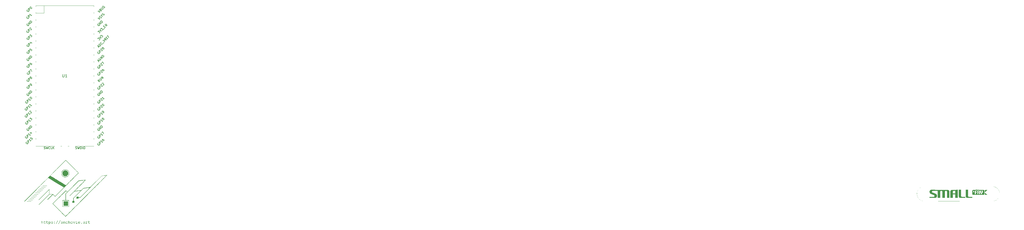
<source format=gto>
G04 #@! TF.GenerationSoftware,KiCad,Pcbnew,8.0.4*
G04 #@! TF.CreationDate,2024-09-04T19:59:22-04:00*
G04 #@! TF.ProjectId,small-fry-pcb,736d616c-6c2d-4667-9279-2d7063622e6b,1.0*
G04 #@! TF.SameCoordinates,Original*
G04 #@! TF.FileFunction,Legend,Top*
G04 #@! TF.FilePolarity,Positive*
%FSLAX46Y46*%
G04 Gerber Fmt 4.6, Leading zero omitted, Abs format (unit mm)*
G04 Created by KiCad (PCBNEW 8.0.4) date 2024-09-04 19:59:22*
%MOMM*%
%LPD*%
G01*
G04 APERTURE LIST*
%ADD10C,0.150000*%
%ADD11C,0.000000*%
%ADD12C,0.120000*%
%ADD13C,1.750000*%
%ADD14C,3.987800*%
%ADD15C,3.048000*%
%ADD16O,1.800000X1.800000*%
%ADD17O,1.500000X1.500000*%
%ADD18O,1.700000X1.700000*%
%ADD19R,3.500000X1.700000*%
%ADD20R,1.700000X1.700000*%
%ADD21R,1.700000X3.500000*%
G04 APERTURE END LIST*
D10*
X35793998Y-79140868D02*
X35713185Y-79167805D01*
X35713185Y-79167805D02*
X35632373Y-79248618D01*
X35632373Y-79248618D02*
X35578498Y-79356367D01*
X35578498Y-79356367D02*
X35578498Y-79464117D01*
X35578498Y-79464117D02*
X35605436Y-79544929D01*
X35605436Y-79544929D02*
X35686248Y-79679616D01*
X35686248Y-79679616D02*
X35767060Y-79760428D01*
X35767060Y-79760428D02*
X35901747Y-79841241D01*
X35901747Y-79841241D02*
X35982560Y-79868178D01*
X35982560Y-79868178D02*
X36090309Y-79868178D01*
X36090309Y-79868178D02*
X36198059Y-79814303D01*
X36198059Y-79814303D02*
X36251934Y-79760428D01*
X36251934Y-79760428D02*
X36305808Y-79652679D01*
X36305808Y-79652679D02*
X36305808Y-79598804D01*
X36305808Y-79598804D02*
X36117247Y-79410242D01*
X36117247Y-79410242D02*
X36009497Y-79517992D01*
X36602120Y-79410242D02*
X36036434Y-78844557D01*
X36036434Y-78844557D02*
X36251934Y-78629057D01*
X36251934Y-78629057D02*
X36332746Y-78602120D01*
X36332746Y-78602120D02*
X36386621Y-78602120D01*
X36386621Y-78602120D02*
X36467433Y-78629057D01*
X36467433Y-78629057D02*
X36548245Y-78709870D01*
X36548245Y-78709870D02*
X36575182Y-78790682D01*
X36575182Y-78790682D02*
X36575182Y-78844557D01*
X36575182Y-78844557D02*
X36548245Y-78925369D01*
X36548245Y-78925369D02*
X36332746Y-79140868D01*
X37464117Y-78548245D02*
X37140868Y-78871494D01*
X37302492Y-78709870D02*
X36736807Y-78144184D01*
X36736807Y-78144184D02*
X36763744Y-78278871D01*
X36763744Y-78278871D02*
X36763744Y-78386621D01*
X36763744Y-78386621D02*
X36736807Y-78467433D01*
X37410242Y-77470749D02*
X37140868Y-77740123D01*
X37140868Y-77740123D02*
X37383305Y-78036434D01*
X37383305Y-78036434D02*
X37383305Y-77982560D01*
X37383305Y-77982560D02*
X37410242Y-77901747D01*
X37410242Y-77901747D02*
X37544929Y-77767060D01*
X37544929Y-77767060D02*
X37625741Y-77740123D01*
X37625741Y-77740123D02*
X37679616Y-77740123D01*
X37679616Y-77740123D02*
X37760428Y-77767060D01*
X37760428Y-77767060D02*
X37895115Y-77901747D01*
X37895115Y-77901747D02*
X37922053Y-77982560D01*
X37922053Y-77982560D02*
X37922053Y-78036434D01*
X37922053Y-78036434D02*
X37895115Y-78117247D01*
X37895115Y-78117247D02*
X37760428Y-78251934D01*
X37760428Y-78251934D02*
X37679616Y-78278871D01*
X37679616Y-78278871D02*
X37625741Y-78278871D01*
G36*
X41127250Y-107811995D02*
G01*
X41127250Y-108830000D01*
X41254501Y-108830000D01*
X41254501Y-108320997D01*
X41381751Y-108320997D01*
X41381751Y-108193747D01*
X41254501Y-108193747D01*
X41254501Y-107811995D01*
X41127250Y-107811995D01*
G37*
G36*
X41636252Y-108193747D02*
G01*
X41636252Y-108830000D01*
X41763503Y-108830000D01*
X41763503Y-108193747D01*
X41636252Y-108193747D01*
G37*
G36*
X41381751Y-108066496D02*
G01*
X41381751Y-108193747D01*
X41636252Y-108193747D01*
X41636252Y-108066496D01*
X41381751Y-108066496D01*
G37*
G36*
X42145498Y-107811995D02*
G01*
X42145498Y-108066496D01*
X42018248Y-108066496D01*
X42018248Y-108193747D01*
X42145498Y-108193747D01*
X42145498Y-108702749D01*
X42272749Y-108702749D01*
X42272749Y-108193747D01*
X42654501Y-108193747D01*
X42654501Y-108066496D01*
X42272749Y-108066496D01*
X42272749Y-107811995D01*
X42145498Y-107811995D01*
G37*
G36*
X42272749Y-108702749D02*
G01*
X42272749Y-108830000D01*
X42527250Y-108830000D01*
X42527250Y-108702749D01*
X42272749Y-108702749D01*
G37*
G36*
X42527250Y-108575498D02*
G01*
X42527250Y-108702749D01*
X42654501Y-108702749D01*
X42654501Y-108575498D01*
X42527250Y-108575498D01*
G37*
G36*
X43036496Y-107811995D02*
G01*
X43036496Y-108066496D01*
X42909246Y-108066496D01*
X42909246Y-108193747D01*
X43036496Y-108193747D01*
X43036496Y-108702749D01*
X43163747Y-108702749D01*
X43163747Y-108193747D01*
X43545498Y-108193747D01*
X43545498Y-108066496D01*
X43163747Y-108066496D01*
X43163747Y-107811995D01*
X43036496Y-107811995D01*
G37*
G36*
X43163747Y-108702749D02*
G01*
X43163747Y-108830000D01*
X43418248Y-108830000D01*
X43418248Y-108702749D01*
X43163747Y-108702749D01*
G37*
G36*
X43418248Y-108575498D02*
G01*
X43418248Y-108702749D01*
X43545498Y-108702749D01*
X43545498Y-108575498D01*
X43418248Y-108575498D01*
G37*
G36*
X43800244Y-108066496D02*
G01*
X43800244Y-109084745D01*
X43927494Y-109084745D01*
X43927494Y-108702749D01*
X44054745Y-108702749D01*
X44054745Y-108575498D01*
X43927494Y-108575498D01*
X43927494Y-108320997D01*
X44054745Y-108320997D01*
X44054745Y-108193747D01*
X43927494Y-108193747D01*
X43927494Y-108066496D01*
X43800244Y-108066496D01*
G37*
G36*
X44054745Y-108066496D02*
G01*
X44054745Y-108193747D01*
X44309246Y-108193747D01*
X44309246Y-108066496D01*
X44054745Y-108066496D01*
G37*
G36*
X44309246Y-108193747D02*
G01*
X44309246Y-108702749D01*
X44436496Y-108702749D01*
X44436496Y-108193747D01*
X44309246Y-108193747D01*
G37*
G36*
X44054745Y-108702749D02*
G01*
X44054745Y-108830000D01*
X44309246Y-108830000D01*
X44309246Y-108702749D01*
X44054745Y-108702749D01*
G37*
G36*
X45200244Y-108702749D02*
G01*
X44818492Y-108702749D01*
X44818492Y-108830000D01*
X45200244Y-108830000D01*
X45200244Y-108702749D01*
G37*
G36*
X44818492Y-108702749D02*
G01*
X44818492Y-108575498D01*
X44691242Y-108575498D01*
X44691242Y-108702749D01*
X44818492Y-108702749D01*
G37*
G36*
X45200244Y-108066496D02*
G01*
X44818492Y-108066496D01*
X44818492Y-108193747D01*
X45200244Y-108193747D01*
X45200244Y-108066496D01*
G37*
G36*
X44691242Y-108193747D02*
G01*
X44691242Y-108320997D01*
X44818492Y-108320997D01*
X44818492Y-108193747D01*
X44691242Y-108193747D01*
G37*
G36*
X44818492Y-108320997D02*
G01*
X44818492Y-108448248D01*
X45200244Y-108448248D01*
X45200244Y-108320997D01*
X44818492Y-108320997D01*
G37*
G36*
X45200244Y-108448248D02*
G01*
X45200244Y-108702749D01*
X45327494Y-108702749D01*
X45327494Y-108448248D01*
X45200244Y-108448248D01*
G37*
G36*
X45200244Y-108193747D02*
G01*
X45200244Y-108320997D01*
X45327494Y-108320997D01*
X45327494Y-108193747D01*
X45200244Y-108193747D01*
G37*
G36*
X45836741Y-108575498D02*
G01*
X45836741Y-108830000D01*
X45963991Y-108830000D01*
X45963991Y-108575498D01*
X45836741Y-108575498D01*
G37*
G36*
X45836741Y-108066496D02*
G01*
X45836741Y-108320997D01*
X45963991Y-108320997D01*
X45963991Y-108066496D01*
X45836741Y-108066496D01*
G37*
G36*
X46854989Y-107939246D02*
G01*
X46854989Y-108193747D01*
X46982240Y-108193747D01*
X46982240Y-107939246D01*
X46854989Y-107939246D01*
G37*
G36*
X46473237Y-108702749D02*
G01*
X46473237Y-108957494D01*
X46600488Y-108957494D01*
X46600488Y-108702749D01*
X46473237Y-108702749D01*
G37*
G36*
X46600488Y-108448248D02*
G01*
X46600488Y-108702749D01*
X46727739Y-108702749D01*
X46727739Y-108448248D01*
X46600488Y-108448248D01*
G37*
G36*
X46727739Y-108193747D02*
G01*
X46727739Y-108448248D01*
X46854989Y-108448248D01*
X46854989Y-108193747D01*
X46727739Y-108193747D01*
G37*
G36*
X46982240Y-107684745D02*
G01*
X46982240Y-107939246D01*
X47109490Y-107939246D01*
X47109490Y-107684745D01*
X46982240Y-107684745D01*
G37*
G36*
X47745987Y-107939246D02*
G01*
X47745987Y-108193747D01*
X47873237Y-108193747D01*
X47873237Y-107939246D01*
X47745987Y-107939246D01*
G37*
G36*
X47364235Y-108702749D02*
G01*
X47364235Y-108957494D01*
X47491486Y-108957494D01*
X47491486Y-108702749D01*
X47364235Y-108702749D01*
G37*
G36*
X47491486Y-108448248D02*
G01*
X47491486Y-108702749D01*
X47618736Y-108702749D01*
X47618736Y-108448248D01*
X47491486Y-108448248D01*
G37*
G36*
X47618736Y-108193747D02*
G01*
X47618736Y-108448248D01*
X47745987Y-108448248D01*
X47745987Y-108193747D01*
X47618736Y-108193747D01*
G37*
G36*
X47873237Y-107684745D02*
G01*
X47873237Y-107939246D01*
X48000488Y-107939246D01*
X48000488Y-107684745D01*
X47873237Y-107684745D01*
G37*
G36*
X48255233Y-108448248D02*
G01*
X48255233Y-108702749D01*
X48382484Y-108702749D01*
X48382484Y-108448248D01*
X48255233Y-108448248D01*
G37*
G36*
X48382484Y-108702749D02*
G01*
X48382484Y-108830000D01*
X48636985Y-108830000D01*
X48636985Y-108702749D01*
X48382484Y-108702749D01*
G37*
G36*
X48636985Y-108575498D02*
G01*
X48636985Y-108702749D01*
X48764235Y-108702749D01*
X48764235Y-108830000D01*
X48891486Y-108830000D01*
X48891486Y-108193747D01*
X48764235Y-108193747D01*
X48764235Y-108320997D01*
X48382484Y-108320997D01*
X48382484Y-108448248D01*
X48764235Y-108448248D01*
X48764235Y-108575498D01*
X48636985Y-108575498D01*
G37*
G36*
X48382484Y-108066496D02*
G01*
X48382484Y-108193747D01*
X48764235Y-108193747D01*
X48764235Y-108066496D01*
X48382484Y-108066496D01*
G37*
G36*
X49146231Y-108066496D02*
G01*
X49146231Y-108830000D01*
X49273482Y-108830000D01*
X49273482Y-108320997D01*
X49400732Y-108320997D01*
X49400732Y-108193747D01*
X49273482Y-108193747D01*
X49273482Y-108066496D01*
X49146231Y-108066496D01*
G37*
G36*
X49400732Y-108066496D02*
G01*
X49400732Y-108193747D01*
X49655233Y-108193747D01*
X49655233Y-108066496D01*
X49400732Y-108066496D01*
G37*
G36*
X49655233Y-108193747D02*
G01*
X49655233Y-108830000D01*
X49782484Y-108830000D01*
X49782484Y-108193747D01*
X49655233Y-108193747D01*
G37*
G36*
X50164480Y-108066496D02*
G01*
X50164480Y-108193747D01*
X50546231Y-108193747D01*
X50546231Y-108066496D01*
X50164480Y-108066496D01*
G37*
G36*
X50037229Y-108193747D02*
G01*
X50037229Y-108702749D01*
X50164480Y-108702749D01*
X50164480Y-108193747D01*
X50037229Y-108193747D01*
G37*
G36*
X50164480Y-108702749D02*
G01*
X50164480Y-108830000D01*
X50546231Y-108830000D01*
X50546231Y-108702749D01*
X50164480Y-108702749D01*
G37*
G36*
X50546231Y-108193747D02*
G01*
X50546231Y-108320997D01*
X50673482Y-108320997D01*
X50673482Y-108193747D01*
X50546231Y-108193747D01*
G37*
G36*
X50546231Y-108575498D02*
G01*
X50546231Y-108702749D01*
X50673482Y-108702749D01*
X50673482Y-108575498D01*
X50546231Y-108575498D01*
G37*
G36*
X50928227Y-107811995D02*
G01*
X50928227Y-108830000D01*
X51055478Y-108830000D01*
X51055478Y-108320997D01*
X51182728Y-108320997D01*
X51182728Y-108193747D01*
X51055478Y-108193747D01*
X51055478Y-107811995D01*
X50928227Y-107811995D01*
G37*
G36*
X51437229Y-108193747D02*
G01*
X51437229Y-108830000D01*
X51564480Y-108830000D01*
X51564480Y-108193747D01*
X51437229Y-108193747D01*
G37*
G36*
X51182728Y-108066496D02*
G01*
X51182728Y-108193747D01*
X51437229Y-108193747D01*
X51437229Y-108066496D01*
X51182728Y-108066496D01*
G37*
G36*
X51946475Y-108066496D02*
G01*
X51946475Y-108193747D01*
X52328227Y-108193747D01*
X52328227Y-108066496D01*
X51946475Y-108066496D01*
G37*
G36*
X52328227Y-108193747D02*
G01*
X52328227Y-108702749D01*
X52455478Y-108702749D01*
X52455478Y-108193747D01*
X52328227Y-108193747D01*
G37*
G36*
X51819225Y-108193747D02*
G01*
X51819225Y-108702749D01*
X51946475Y-108702749D01*
X51946475Y-108193747D01*
X51819225Y-108193747D01*
G37*
G36*
X51946475Y-108702749D02*
G01*
X51946475Y-108830000D01*
X52328227Y-108830000D01*
X52328227Y-108702749D01*
X51946475Y-108702749D01*
G37*
G36*
X52710223Y-108066496D02*
G01*
X52710223Y-108448248D01*
X52837473Y-108448248D01*
X52837473Y-108066496D01*
X52710223Y-108066496D01*
G37*
G36*
X53219225Y-108066496D02*
G01*
X53219225Y-108448248D01*
X53346475Y-108448248D01*
X53346475Y-108066496D01*
X53219225Y-108066496D01*
G37*
G36*
X52964724Y-108702749D02*
G01*
X52964724Y-108448248D01*
X52837473Y-108448248D01*
X52837473Y-108702749D01*
X52964724Y-108702749D01*
G37*
G36*
X52964724Y-108702749D02*
G01*
X52964724Y-108830000D01*
X53091974Y-108830000D01*
X53091974Y-108702749D01*
X52964724Y-108702749D01*
G37*
G36*
X53091974Y-108448248D02*
G01*
X53091974Y-108702749D01*
X53219225Y-108702749D01*
X53219225Y-108448248D01*
X53091974Y-108448248D01*
G37*
G36*
X53855722Y-107811995D02*
G01*
X53855722Y-107939246D01*
X53982972Y-107939246D01*
X53982972Y-107811995D01*
X53855722Y-107811995D01*
G37*
G36*
X53855722Y-108193747D02*
G01*
X53855722Y-108702749D01*
X53601221Y-108702749D01*
X53601221Y-108830000D01*
X54237473Y-108830000D01*
X54237473Y-108702749D01*
X53982972Y-108702749D01*
X53982972Y-108066496D01*
X53601221Y-108066496D01*
X53601221Y-108193747D01*
X53855722Y-108193747D01*
G37*
G36*
X54619469Y-108066496D02*
G01*
X54619469Y-108193747D01*
X55001221Y-108193747D01*
X55001221Y-108066496D01*
X54619469Y-108066496D01*
G37*
G36*
X54492219Y-108193747D02*
G01*
X54492219Y-108702749D01*
X54619469Y-108702749D01*
X54619469Y-108448248D01*
X55128471Y-108448248D01*
X55128471Y-108193747D01*
X55001221Y-108193747D01*
X55001221Y-108320997D01*
X54619469Y-108320997D01*
X54619469Y-108193747D01*
X54492219Y-108193747D01*
G37*
G36*
X54619469Y-108702749D02*
G01*
X54619469Y-108830000D01*
X55001221Y-108830000D01*
X55001221Y-108702749D01*
X54619469Y-108702749D01*
G37*
G36*
X55001221Y-108575498D02*
G01*
X55001221Y-108702749D01*
X55128471Y-108702749D01*
X55128471Y-108575498D01*
X55001221Y-108575498D01*
G37*
G36*
X55637718Y-108575498D02*
G01*
X55637718Y-108830000D01*
X55764968Y-108830000D01*
X55764968Y-108575498D01*
X55637718Y-108575498D01*
G37*
G36*
X56274214Y-108448248D02*
G01*
X56274214Y-108702749D01*
X56401465Y-108702749D01*
X56401465Y-108448248D01*
X56274214Y-108448248D01*
G37*
G36*
X56401465Y-108702749D02*
G01*
X56401465Y-108830000D01*
X56655966Y-108830000D01*
X56655966Y-108702749D01*
X56401465Y-108702749D01*
G37*
G36*
X56655966Y-108575498D02*
G01*
X56655966Y-108702749D01*
X56783217Y-108702749D01*
X56783217Y-108830000D01*
X56910467Y-108830000D01*
X56910467Y-108193747D01*
X56783217Y-108193747D01*
X56783217Y-108320997D01*
X56401465Y-108320997D01*
X56401465Y-108448248D01*
X56783217Y-108448248D01*
X56783217Y-108575498D01*
X56655966Y-108575498D01*
G37*
G36*
X56401465Y-108066496D02*
G01*
X56401465Y-108193747D01*
X56783217Y-108193747D01*
X56783217Y-108066496D01*
X56401465Y-108066496D01*
G37*
G36*
X57419713Y-108066496D02*
G01*
X57165212Y-108066496D01*
X57165212Y-108193747D01*
X57292463Y-108193747D01*
X57292463Y-108702749D01*
X57165212Y-108702749D01*
X57165212Y-108830000D01*
X57674214Y-108830000D01*
X57674214Y-108702749D01*
X57419713Y-108702749D01*
X57419713Y-108320997D01*
X57546964Y-108320997D01*
X57546964Y-108193747D01*
X57419713Y-108193747D01*
X57419713Y-108066496D01*
G37*
G36*
X57801465Y-108066496D02*
G01*
X57546964Y-108066496D01*
X57546964Y-108193747D01*
X57801465Y-108193747D01*
X57801465Y-108066496D01*
G37*
G36*
X58183461Y-107811995D02*
G01*
X58183461Y-108066496D01*
X58056210Y-108066496D01*
X58056210Y-108193747D01*
X58183461Y-108193747D01*
X58183461Y-108702749D01*
X58310711Y-108702749D01*
X58310711Y-108193747D01*
X58692463Y-108193747D01*
X58692463Y-108066496D01*
X58310711Y-108066496D01*
X58310711Y-107811995D01*
X58183461Y-107811995D01*
G37*
G36*
X58310711Y-108702749D02*
G01*
X58310711Y-108830000D01*
X58565212Y-108830000D01*
X58565212Y-108702749D01*
X58310711Y-108702749D01*
G37*
G36*
X58565212Y-108575498D02*
G01*
X58565212Y-108702749D01*
X58692463Y-108702749D01*
X58692463Y-108575498D01*
X58565212Y-108575498D01*
G37*
X48848095Y-54584819D02*
X48848095Y-55394342D01*
X48848095Y-55394342D02*
X48895714Y-55489580D01*
X48895714Y-55489580D02*
X48943333Y-55537200D01*
X48943333Y-55537200D02*
X49038571Y-55584819D01*
X49038571Y-55584819D02*
X49229047Y-55584819D01*
X49229047Y-55584819D02*
X49324285Y-55537200D01*
X49324285Y-55537200D02*
X49371904Y-55489580D01*
X49371904Y-55489580D02*
X49419523Y-55394342D01*
X49419523Y-55394342D02*
X49419523Y-54584819D01*
X50419523Y-55584819D02*
X49848095Y-55584819D01*
X50133809Y-55584819D02*
X50133809Y-54584819D01*
X50133809Y-54584819D02*
X50038571Y-54727676D01*
X50038571Y-54727676D02*
X49943333Y-54822914D01*
X49943333Y-54822914D02*
X49848095Y-54870533D01*
X61707998Y-46376868D02*
X61627185Y-46403805D01*
X61627185Y-46403805D02*
X61546373Y-46484618D01*
X61546373Y-46484618D02*
X61492498Y-46592367D01*
X61492498Y-46592367D02*
X61492498Y-46700117D01*
X61492498Y-46700117D02*
X61519436Y-46780929D01*
X61519436Y-46780929D02*
X61600248Y-46915616D01*
X61600248Y-46915616D02*
X61681060Y-46996428D01*
X61681060Y-46996428D02*
X61815747Y-47077241D01*
X61815747Y-47077241D02*
X61896560Y-47104178D01*
X61896560Y-47104178D02*
X62004309Y-47104178D01*
X62004309Y-47104178D02*
X62112059Y-47050303D01*
X62112059Y-47050303D02*
X62165934Y-46996428D01*
X62165934Y-46996428D02*
X62219808Y-46888679D01*
X62219808Y-46888679D02*
X62219808Y-46834804D01*
X62219808Y-46834804D02*
X62031247Y-46646242D01*
X62031247Y-46646242D02*
X61923497Y-46753992D01*
X62516120Y-46646242D02*
X61950434Y-46080557D01*
X61950434Y-46080557D02*
X62165934Y-45865057D01*
X62165934Y-45865057D02*
X62246746Y-45838120D01*
X62246746Y-45838120D02*
X62300621Y-45838120D01*
X62300621Y-45838120D02*
X62381433Y-45865057D01*
X62381433Y-45865057D02*
X62462245Y-45945870D01*
X62462245Y-45945870D02*
X62489182Y-46026682D01*
X62489182Y-46026682D02*
X62489182Y-46080557D01*
X62489182Y-46080557D02*
X62462245Y-46161369D01*
X62462245Y-46161369D02*
X62246746Y-46376868D01*
X62543057Y-45595683D02*
X62543057Y-45541809D01*
X62543057Y-45541809D02*
X62569995Y-45460996D01*
X62569995Y-45460996D02*
X62704682Y-45326309D01*
X62704682Y-45326309D02*
X62785494Y-45299372D01*
X62785494Y-45299372D02*
X62839369Y-45299372D01*
X62839369Y-45299372D02*
X62920181Y-45326309D01*
X62920181Y-45326309D02*
X62974056Y-45380184D01*
X62974056Y-45380184D02*
X63027930Y-45487934D01*
X63027930Y-45487934D02*
X63027930Y-46134431D01*
X63027930Y-46134431D02*
X63378117Y-45784245D01*
X63378117Y-45137747D02*
X63297305Y-45164685D01*
X63297305Y-45164685D02*
X63243430Y-45164685D01*
X63243430Y-45164685D02*
X63162618Y-45137747D01*
X63162618Y-45137747D02*
X63135680Y-45110810D01*
X63135680Y-45110810D02*
X63108743Y-45029998D01*
X63108743Y-45029998D02*
X63108743Y-44976123D01*
X63108743Y-44976123D02*
X63135680Y-44895311D01*
X63135680Y-44895311D02*
X63243430Y-44787561D01*
X63243430Y-44787561D02*
X63324242Y-44760624D01*
X63324242Y-44760624D02*
X63378117Y-44760624D01*
X63378117Y-44760624D02*
X63458929Y-44787561D01*
X63458929Y-44787561D02*
X63485866Y-44814499D01*
X63485866Y-44814499D02*
X63512804Y-44895311D01*
X63512804Y-44895311D02*
X63512804Y-44949186D01*
X63512804Y-44949186D02*
X63485866Y-45029998D01*
X63485866Y-45029998D02*
X63378117Y-45137747D01*
X63378117Y-45137747D02*
X63351179Y-45218560D01*
X63351179Y-45218560D02*
X63351179Y-45272434D01*
X63351179Y-45272434D02*
X63378117Y-45353247D01*
X63378117Y-45353247D02*
X63485866Y-45460996D01*
X63485866Y-45460996D02*
X63566679Y-45487934D01*
X63566679Y-45487934D02*
X63620553Y-45487934D01*
X63620553Y-45487934D02*
X63701366Y-45460996D01*
X63701366Y-45460996D02*
X63809115Y-45353247D01*
X63809115Y-45353247D02*
X63836053Y-45272434D01*
X63836053Y-45272434D02*
X63836053Y-45218560D01*
X63836053Y-45218560D02*
X63809115Y-45137747D01*
X63809115Y-45137747D02*
X63701366Y-45029998D01*
X63701366Y-45029998D02*
X63620553Y-45003060D01*
X63620553Y-45003060D02*
X63566679Y-45003060D01*
X63566679Y-45003060D02*
X63485866Y-45029998D01*
X36123372Y-56521494D02*
X36042560Y-56548431D01*
X36042560Y-56548431D02*
X35961748Y-56629243D01*
X35961748Y-56629243D02*
X35907873Y-56736993D01*
X35907873Y-56736993D02*
X35907873Y-56844742D01*
X35907873Y-56844742D02*
X35934810Y-56925555D01*
X35934810Y-56925555D02*
X36015623Y-57060242D01*
X36015623Y-57060242D02*
X36096435Y-57141054D01*
X36096435Y-57141054D02*
X36231122Y-57221866D01*
X36231122Y-57221866D02*
X36311934Y-57248803D01*
X36311934Y-57248803D02*
X36419684Y-57248803D01*
X36419684Y-57248803D02*
X36527433Y-57194929D01*
X36527433Y-57194929D02*
X36581308Y-57141054D01*
X36581308Y-57141054D02*
X36635183Y-57033304D01*
X36635183Y-57033304D02*
X36635183Y-56979429D01*
X36635183Y-56979429D02*
X36446621Y-56790868D01*
X36446621Y-56790868D02*
X36338871Y-56898617D01*
X36931494Y-56790868D02*
X36365809Y-56225182D01*
X36365809Y-56225182D02*
X36581308Y-56009683D01*
X36581308Y-56009683D02*
X36662120Y-55982746D01*
X36662120Y-55982746D02*
X36715995Y-55982746D01*
X36715995Y-55982746D02*
X36796807Y-56009683D01*
X36796807Y-56009683D02*
X36877619Y-56090495D01*
X36877619Y-56090495D02*
X36904557Y-56171307D01*
X36904557Y-56171307D02*
X36904557Y-56225182D01*
X36904557Y-56225182D02*
X36877619Y-56305994D01*
X36877619Y-56305994D02*
X36662120Y-56521494D01*
X37254743Y-55821121D02*
X37173931Y-55848059D01*
X37173931Y-55848059D02*
X37120056Y-55848059D01*
X37120056Y-55848059D02*
X37039244Y-55821121D01*
X37039244Y-55821121D02*
X37012306Y-55794184D01*
X37012306Y-55794184D02*
X36985369Y-55713372D01*
X36985369Y-55713372D02*
X36985369Y-55659497D01*
X36985369Y-55659497D02*
X37012306Y-55578685D01*
X37012306Y-55578685D02*
X37120056Y-55470935D01*
X37120056Y-55470935D02*
X37200868Y-55443998D01*
X37200868Y-55443998D02*
X37254743Y-55443998D01*
X37254743Y-55443998D02*
X37335555Y-55470935D01*
X37335555Y-55470935D02*
X37362493Y-55497872D01*
X37362493Y-55497872D02*
X37389430Y-55578685D01*
X37389430Y-55578685D02*
X37389430Y-55632559D01*
X37389430Y-55632559D02*
X37362493Y-55713372D01*
X37362493Y-55713372D02*
X37254743Y-55821121D01*
X37254743Y-55821121D02*
X37227806Y-55901933D01*
X37227806Y-55901933D02*
X37227806Y-55955808D01*
X37227806Y-55955808D02*
X37254743Y-56036620D01*
X37254743Y-56036620D02*
X37362493Y-56144370D01*
X37362493Y-56144370D02*
X37443305Y-56171307D01*
X37443305Y-56171307D02*
X37497180Y-56171307D01*
X37497180Y-56171307D02*
X37577992Y-56144370D01*
X37577992Y-56144370D02*
X37685741Y-56036620D01*
X37685741Y-56036620D02*
X37712679Y-55955808D01*
X37712679Y-55955808D02*
X37712679Y-55901933D01*
X37712679Y-55901933D02*
X37685741Y-55821121D01*
X37685741Y-55821121D02*
X37577992Y-55713372D01*
X37577992Y-55713372D02*
X37497180Y-55686434D01*
X37497180Y-55686434D02*
X37443305Y-55686434D01*
X37443305Y-55686434D02*
X37362493Y-55713372D01*
X36123372Y-59061494D02*
X36042560Y-59088431D01*
X36042560Y-59088431D02*
X35961748Y-59169243D01*
X35961748Y-59169243D02*
X35907873Y-59276993D01*
X35907873Y-59276993D02*
X35907873Y-59384742D01*
X35907873Y-59384742D02*
X35934810Y-59465555D01*
X35934810Y-59465555D02*
X36015623Y-59600242D01*
X36015623Y-59600242D02*
X36096435Y-59681054D01*
X36096435Y-59681054D02*
X36231122Y-59761866D01*
X36231122Y-59761866D02*
X36311934Y-59788803D01*
X36311934Y-59788803D02*
X36419684Y-59788803D01*
X36419684Y-59788803D02*
X36527433Y-59734929D01*
X36527433Y-59734929D02*
X36581308Y-59681054D01*
X36581308Y-59681054D02*
X36635183Y-59573304D01*
X36635183Y-59573304D02*
X36635183Y-59519429D01*
X36635183Y-59519429D02*
X36446621Y-59330868D01*
X36446621Y-59330868D02*
X36338871Y-59438617D01*
X36931494Y-59330868D02*
X36365809Y-58765182D01*
X36365809Y-58765182D02*
X36581308Y-58549683D01*
X36581308Y-58549683D02*
X36662120Y-58522746D01*
X36662120Y-58522746D02*
X36715995Y-58522746D01*
X36715995Y-58522746D02*
X36796807Y-58549683D01*
X36796807Y-58549683D02*
X36877619Y-58630495D01*
X36877619Y-58630495D02*
X36904557Y-58711307D01*
X36904557Y-58711307D02*
X36904557Y-58765182D01*
X36904557Y-58765182D02*
X36877619Y-58845994D01*
X36877619Y-58845994D02*
X36662120Y-59061494D01*
X37524117Y-58738245D02*
X37631867Y-58630495D01*
X37631867Y-58630495D02*
X37658804Y-58549683D01*
X37658804Y-58549683D02*
X37658804Y-58495808D01*
X37658804Y-58495808D02*
X37631867Y-58361121D01*
X37631867Y-58361121D02*
X37551054Y-58226434D01*
X37551054Y-58226434D02*
X37335555Y-58010935D01*
X37335555Y-58010935D02*
X37254743Y-57983998D01*
X37254743Y-57983998D02*
X37200868Y-57983998D01*
X37200868Y-57983998D02*
X37120056Y-58010935D01*
X37120056Y-58010935D02*
X37012306Y-58118685D01*
X37012306Y-58118685D02*
X36985369Y-58199497D01*
X36985369Y-58199497D02*
X36985369Y-58253372D01*
X36985369Y-58253372D02*
X37012306Y-58334184D01*
X37012306Y-58334184D02*
X37146993Y-58468871D01*
X37146993Y-58468871D02*
X37227806Y-58495808D01*
X37227806Y-58495808D02*
X37281680Y-58495808D01*
X37281680Y-58495808D02*
X37362493Y-58468871D01*
X37362493Y-58468871D02*
X37470242Y-58361121D01*
X37470242Y-58361121D02*
X37497180Y-58280309D01*
X37497180Y-58280309D02*
X37497180Y-58226434D01*
X37497180Y-58226434D02*
X37470242Y-58145622D01*
X36096435Y-74328431D02*
X36015623Y-74355368D01*
X36015623Y-74355368D02*
X35934811Y-74436180D01*
X35934811Y-74436180D02*
X35880936Y-74543930D01*
X35880936Y-74543930D02*
X35880936Y-74651680D01*
X35880936Y-74651680D02*
X35907873Y-74732492D01*
X35907873Y-74732492D02*
X35988685Y-74867179D01*
X35988685Y-74867179D02*
X36069498Y-74947991D01*
X36069498Y-74947991D02*
X36204185Y-75028803D01*
X36204185Y-75028803D02*
X36284997Y-75055741D01*
X36284997Y-75055741D02*
X36392746Y-75055741D01*
X36392746Y-75055741D02*
X36500496Y-75001866D01*
X36500496Y-75001866D02*
X36554371Y-74947991D01*
X36554371Y-74947991D02*
X36608246Y-74840241D01*
X36608246Y-74840241D02*
X36608246Y-74786367D01*
X36608246Y-74786367D02*
X36419684Y-74597805D01*
X36419684Y-74597805D02*
X36311934Y-74705554D01*
X36904557Y-74597805D02*
X36338872Y-74032119D01*
X36338872Y-74032119D02*
X37227806Y-74274556D01*
X37227806Y-74274556D02*
X36662120Y-73708871D01*
X37497180Y-74005182D02*
X36931494Y-73439497D01*
X36931494Y-73439497D02*
X37066181Y-73304810D01*
X37066181Y-73304810D02*
X37173931Y-73250935D01*
X37173931Y-73250935D02*
X37281680Y-73250935D01*
X37281680Y-73250935D02*
X37362493Y-73277872D01*
X37362493Y-73277872D02*
X37497180Y-73358685D01*
X37497180Y-73358685D02*
X37577992Y-73439497D01*
X37577992Y-73439497D02*
X37658804Y-73574184D01*
X37658804Y-73574184D02*
X37685741Y-73654996D01*
X37685741Y-73654996D02*
X37685741Y-73762746D01*
X37685741Y-73762746D02*
X37631867Y-73870495D01*
X37631867Y-73870495D02*
X37497180Y-74005182D01*
X35599998Y-72030868D02*
X35519185Y-72057805D01*
X35519185Y-72057805D02*
X35438373Y-72138618D01*
X35438373Y-72138618D02*
X35384498Y-72246367D01*
X35384498Y-72246367D02*
X35384498Y-72354117D01*
X35384498Y-72354117D02*
X35411436Y-72434929D01*
X35411436Y-72434929D02*
X35492248Y-72569616D01*
X35492248Y-72569616D02*
X35573060Y-72650428D01*
X35573060Y-72650428D02*
X35707747Y-72731241D01*
X35707747Y-72731241D02*
X35788560Y-72758178D01*
X35788560Y-72758178D02*
X35896309Y-72758178D01*
X35896309Y-72758178D02*
X36004059Y-72704303D01*
X36004059Y-72704303D02*
X36057934Y-72650428D01*
X36057934Y-72650428D02*
X36111808Y-72542679D01*
X36111808Y-72542679D02*
X36111808Y-72488804D01*
X36111808Y-72488804D02*
X35923247Y-72300242D01*
X35923247Y-72300242D02*
X35815497Y-72407992D01*
X36408120Y-72300242D02*
X35842434Y-71734557D01*
X35842434Y-71734557D02*
X36057934Y-71519057D01*
X36057934Y-71519057D02*
X36138746Y-71492120D01*
X36138746Y-71492120D02*
X36192621Y-71492120D01*
X36192621Y-71492120D02*
X36273433Y-71519057D01*
X36273433Y-71519057D02*
X36354245Y-71599870D01*
X36354245Y-71599870D02*
X36381182Y-71680682D01*
X36381182Y-71680682D02*
X36381182Y-71734557D01*
X36381182Y-71734557D02*
X36354245Y-71815369D01*
X36354245Y-71815369D02*
X36138746Y-72030868D01*
X37270117Y-71438245D02*
X36946868Y-71761494D01*
X37108492Y-71599870D02*
X36542807Y-71034184D01*
X36542807Y-71034184D02*
X36569744Y-71168871D01*
X36569744Y-71168871D02*
X36569744Y-71276621D01*
X36569744Y-71276621D02*
X36542807Y-71357433D01*
X36892993Y-70683998D02*
X37243179Y-70333812D01*
X37243179Y-70333812D02*
X37270117Y-70737873D01*
X37270117Y-70737873D02*
X37350929Y-70657060D01*
X37350929Y-70657060D02*
X37431741Y-70630123D01*
X37431741Y-70630123D02*
X37485616Y-70630123D01*
X37485616Y-70630123D02*
X37566428Y-70657060D01*
X37566428Y-70657060D02*
X37701115Y-70791747D01*
X37701115Y-70791747D02*
X37728053Y-70872560D01*
X37728053Y-70872560D02*
X37728053Y-70926434D01*
X37728053Y-70926434D02*
X37701115Y-71007247D01*
X37701115Y-71007247D02*
X37539491Y-71168871D01*
X37539491Y-71168871D02*
X37458679Y-71195808D01*
X37458679Y-71195808D02*
X37404804Y-71195808D01*
X61500123Y-41620868D02*
X61850309Y-41270682D01*
X61850309Y-41270682D02*
X61877247Y-41674743D01*
X61877247Y-41674743D02*
X61958059Y-41593931D01*
X61958059Y-41593931D02*
X62038871Y-41566993D01*
X62038871Y-41566993D02*
X62092746Y-41566993D01*
X62092746Y-41566993D02*
X62173558Y-41593931D01*
X62173558Y-41593931D02*
X62308245Y-41728618D01*
X62308245Y-41728618D02*
X62335182Y-41809430D01*
X62335182Y-41809430D02*
X62335182Y-41863305D01*
X62335182Y-41863305D02*
X62308245Y-41944117D01*
X62308245Y-41944117D02*
X62146621Y-42105741D01*
X62146621Y-42105741D02*
X62065808Y-42132679D01*
X62065808Y-42132679D02*
X62011934Y-42132679D01*
X62011934Y-41109057D02*
X62766181Y-41486181D01*
X62766181Y-41486181D02*
X62389057Y-40731934D01*
X62523744Y-40597247D02*
X62873930Y-40247061D01*
X62873930Y-40247061D02*
X62900868Y-40651122D01*
X62900868Y-40651122D02*
X62981680Y-40570309D01*
X62981680Y-40570309D02*
X63062492Y-40543372D01*
X63062492Y-40543372D02*
X63116367Y-40543372D01*
X63116367Y-40543372D02*
X63197179Y-40570309D01*
X63197179Y-40570309D02*
X63331866Y-40704996D01*
X63331866Y-40704996D02*
X63358804Y-40785809D01*
X63358804Y-40785809D02*
X63358804Y-40839683D01*
X63358804Y-40839683D02*
X63331866Y-40920496D01*
X63331866Y-40920496D02*
X63170242Y-41082120D01*
X63170242Y-41082120D02*
X63089430Y-41109057D01*
X63089430Y-41109057D02*
X63035555Y-41109057D01*
X61696435Y-61628431D02*
X61615623Y-61655368D01*
X61615623Y-61655368D02*
X61534811Y-61736180D01*
X61534811Y-61736180D02*
X61480936Y-61843930D01*
X61480936Y-61843930D02*
X61480936Y-61951680D01*
X61480936Y-61951680D02*
X61507873Y-62032492D01*
X61507873Y-62032492D02*
X61588685Y-62167179D01*
X61588685Y-62167179D02*
X61669498Y-62247991D01*
X61669498Y-62247991D02*
X61804185Y-62328803D01*
X61804185Y-62328803D02*
X61884997Y-62355741D01*
X61884997Y-62355741D02*
X61992746Y-62355741D01*
X61992746Y-62355741D02*
X62100496Y-62301866D01*
X62100496Y-62301866D02*
X62154371Y-62247991D01*
X62154371Y-62247991D02*
X62208246Y-62140241D01*
X62208246Y-62140241D02*
X62208246Y-62086367D01*
X62208246Y-62086367D02*
X62019684Y-61897805D01*
X62019684Y-61897805D02*
X61911934Y-62005554D01*
X62504557Y-61897805D02*
X61938872Y-61332119D01*
X61938872Y-61332119D02*
X62827806Y-61574556D01*
X62827806Y-61574556D02*
X62262120Y-61008871D01*
X63097180Y-61305182D02*
X62531494Y-60739497D01*
X62531494Y-60739497D02*
X62666181Y-60604810D01*
X62666181Y-60604810D02*
X62773931Y-60550935D01*
X62773931Y-60550935D02*
X62881680Y-60550935D01*
X62881680Y-60550935D02*
X62962493Y-60577872D01*
X62962493Y-60577872D02*
X63097180Y-60658685D01*
X63097180Y-60658685D02*
X63177992Y-60739497D01*
X63177992Y-60739497D02*
X63258804Y-60874184D01*
X63258804Y-60874184D02*
X63285741Y-60954996D01*
X63285741Y-60954996D02*
X63285741Y-61062746D01*
X63285741Y-61062746D02*
X63231867Y-61170495D01*
X63231867Y-61170495D02*
X63097180Y-61305182D01*
X36023372Y-33651494D02*
X35942560Y-33678431D01*
X35942560Y-33678431D02*
X35861748Y-33759243D01*
X35861748Y-33759243D02*
X35807873Y-33866993D01*
X35807873Y-33866993D02*
X35807873Y-33974742D01*
X35807873Y-33974742D02*
X35834810Y-34055555D01*
X35834810Y-34055555D02*
X35915623Y-34190242D01*
X35915623Y-34190242D02*
X35996435Y-34271054D01*
X35996435Y-34271054D02*
X36131122Y-34351866D01*
X36131122Y-34351866D02*
X36211934Y-34378803D01*
X36211934Y-34378803D02*
X36319684Y-34378803D01*
X36319684Y-34378803D02*
X36427433Y-34324929D01*
X36427433Y-34324929D02*
X36481308Y-34271054D01*
X36481308Y-34271054D02*
X36535183Y-34163304D01*
X36535183Y-34163304D02*
X36535183Y-34109429D01*
X36535183Y-34109429D02*
X36346621Y-33920868D01*
X36346621Y-33920868D02*
X36238871Y-34028617D01*
X36831494Y-33920868D02*
X36265809Y-33355182D01*
X36265809Y-33355182D02*
X36481308Y-33139683D01*
X36481308Y-33139683D02*
X36562120Y-33112746D01*
X36562120Y-33112746D02*
X36615995Y-33112746D01*
X36615995Y-33112746D02*
X36696807Y-33139683D01*
X36696807Y-33139683D02*
X36777619Y-33220495D01*
X36777619Y-33220495D02*
X36804557Y-33301307D01*
X36804557Y-33301307D02*
X36804557Y-33355182D01*
X36804557Y-33355182D02*
X36777619Y-33435994D01*
X36777619Y-33435994D02*
X36562120Y-33651494D01*
X37693491Y-33058871D02*
X37370242Y-33382120D01*
X37531867Y-33220495D02*
X36966181Y-32654810D01*
X36966181Y-32654810D02*
X36993119Y-32789497D01*
X36993119Y-32789497D02*
X36993119Y-32897246D01*
X36993119Y-32897246D02*
X36966181Y-32978059D01*
X35453998Y-66950868D02*
X35373185Y-66977805D01*
X35373185Y-66977805D02*
X35292373Y-67058618D01*
X35292373Y-67058618D02*
X35238498Y-67166367D01*
X35238498Y-67166367D02*
X35238498Y-67274117D01*
X35238498Y-67274117D02*
X35265436Y-67354929D01*
X35265436Y-67354929D02*
X35346248Y-67489616D01*
X35346248Y-67489616D02*
X35427060Y-67570428D01*
X35427060Y-67570428D02*
X35561747Y-67651241D01*
X35561747Y-67651241D02*
X35642560Y-67678178D01*
X35642560Y-67678178D02*
X35750309Y-67678178D01*
X35750309Y-67678178D02*
X35858059Y-67624303D01*
X35858059Y-67624303D02*
X35911934Y-67570428D01*
X35911934Y-67570428D02*
X35965808Y-67462679D01*
X35965808Y-67462679D02*
X35965808Y-67408804D01*
X35965808Y-67408804D02*
X35777247Y-67220242D01*
X35777247Y-67220242D02*
X35669497Y-67327992D01*
X36262120Y-67220242D02*
X35696434Y-66654557D01*
X35696434Y-66654557D02*
X35911934Y-66439057D01*
X35911934Y-66439057D02*
X35992746Y-66412120D01*
X35992746Y-66412120D02*
X36046621Y-66412120D01*
X36046621Y-66412120D02*
X36127433Y-66439057D01*
X36127433Y-66439057D02*
X36208245Y-66519870D01*
X36208245Y-66519870D02*
X36235182Y-66600682D01*
X36235182Y-66600682D02*
X36235182Y-66654557D01*
X36235182Y-66654557D02*
X36208245Y-66735369D01*
X36208245Y-66735369D02*
X35992746Y-66950868D01*
X37124117Y-66358245D02*
X36800868Y-66681494D01*
X36962492Y-66519870D02*
X36396807Y-65954184D01*
X36396807Y-65954184D02*
X36423744Y-66088871D01*
X36423744Y-66088871D02*
X36423744Y-66196621D01*
X36423744Y-66196621D02*
X36396807Y-66277433D01*
X37662865Y-65819497D02*
X37339616Y-66142746D01*
X37501240Y-65981121D02*
X36935555Y-65415436D01*
X36935555Y-65415436D02*
X36962492Y-65550123D01*
X36962492Y-65550123D02*
X36962492Y-65657873D01*
X36962492Y-65657873D02*
X36935555Y-65738685D01*
X61696435Y-74328431D02*
X61615623Y-74355368D01*
X61615623Y-74355368D02*
X61534811Y-74436180D01*
X61534811Y-74436180D02*
X61480936Y-74543930D01*
X61480936Y-74543930D02*
X61480936Y-74651680D01*
X61480936Y-74651680D02*
X61507873Y-74732492D01*
X61507873Y-74732492D02*
X61588685Y-74867179D01*
X61588685Y-74867179D02*
X61669498Y-74947991D01*
X61669498Y-74947991D02*
X61804185Y-75028803D01*
X61804185Y-75028803D02*
X61884997Y-75055741D01*
X61884997Y-75055741D02*
X61992746Y-75055741D01*
X61992746Y-75055741D02*
X62100496Y-75001866D01*
X62100496Y-75001866D02*
X62154371Y-74947991D01*
X62154371Y-74947991D02*
X62208246Y-74840241D01*
X62208246Y-74840241D02*
X62208246Y-74786367D01*
X62208246Y-74786367D02*
X62019684Y-74597805D01*
X62019684Y-74597805D02*
X61911934Y-74705554D01*
X62504557Y-74597805D02*
X61938872Y-74032119D01*
X61938872Y-74032119D02*
X62827806Y-74274556D01*
X62827806Y-74274556D02*
X62262120Y-73708871D01*
X63097180Y-74005182D02*
X62531494Y-73439497D01*
X62531494Y-73439497D02*
X62666181Y-73304810D01*
X62666181Y-73304810D02*
X62773931Y-73250935D01*
X62773931Y-73250935D02*
X62881680Y-73250935D01*
X62881680Y-73250935D02*
X62962493Y-73277872D01*
X62962493Y-73277872D02*
X63097180Y-73358685D01*
X63097180Y-73358685D02*
X63177992Y-73439497D01*
X63177992Y-73439497D02*
X63258804Y-73574184D01*
X63258804Y-73574184D02*
X63285741Y-73654996D01*
X63285741Y-73654996D02*
X63285741Y-73762746D01*
X63285741Y-73762746D02*
X63231867Y-73870495D01*
X63231867Y-73870495D02*
X63097180Y-74005182D01*
X61563406Y-31657585D02*
X62317653Y-32034709D01*
X62317653Y-32034709D02*
X61940529Y-31280462D01*
X62587027Y-31172712D02*
X62694776Y-31118838D01*
X62694776Y-31118838D02*
X62748651Y-31118838D01*
X62748651Y-31118838D02*
X62829463Y-31145775D01*
X62829463Y-31145775D02*
X62910276Y-31226587D01*
X62910276Y-31226587D02*
X62937213Y-31307399D01*
X62937213Y-31307399D02*
X62937213Y-31361274D01*
X62937213Y-31361274D02*
X62910276Y-31442086D01*
X62910276Y-31442086D02*
X62694776Y-31657586D01*
X62694776Y-31657586D02*
X62129091Y-31091900D01*
X62129091Y-31091900D02*
X62317653Y-30903338D01*
X62317653Y-30903338D02*
X62398465Y-30876401D01*
X62398465Y-30876401D02*
X62452340Y-30876401D01*
X62452340Y-30876401D02*
X62533152Y-30903338D01*
X62533152Y-30903338D02*
X62587027Y-30957213D01*
X62587027Y-30957213D02*
X62613964Y-31038025D01*
X62613964Y-31038025D02*
X62613964Y-31091900D01*
X62613964Y-31091900D02*
X62587027Y-31172712D01*
X62587027Y-31172712D02*
X62398465Y-31361274D01*
X62694776Y-30526215D02*
X63152712Y-30984151D01*
X63152712Y-30984151D02*
X63233524Y-31011088D01*
X63233524Y-31011088D02*
X63287399Y-31011088D01*
X63287399Y-31011088D02*
X63368211Y-30984151D01*
X63368211Y-30984151D02*
X63475961Y-30876401D01*
X63475961Y-30876401D02*
X63502898Y-30795589D01*
X63502898Y-30795589D02*
X63502898Y-30741714D01*
X63502898Y-30741714D02*
X63475961Y-30660902D01*
X63475961Y-30660902D02*
X63018025Y-30202966D01*
X63799210Y-30499277D02*
X63906959Y-30445403D01*
X63906959Y-30445403D02*
X64041646Y-30310716D01*
X64041646Y-30310716D02*
X64068584Y-30229903D01*
X64068584Y-30229903D02*
X64068584Y-30176029D01*
X64068584Y-30176029D02*
X64041646Y-30095216D01*
X64041646Y-30095216D02*
X63987771Y-30041342D01*
X63987771Y-30041342D02*
X63906959Y-30014404D01*
X63906959Y-30014404D02*
X63853084Y-30014404D01*
X63853084Y-30014404D02*
X63772272Y-30041342D01*
X63772272Y-30041342D02*
X63637585Y-30122154D01*
X63637585Y-30122154D02*
X63556773Y-30149091D01*
X63556773Y-30149091D02*
X63502898Y-30149091D01*
X63502898Y-30149091D02*
X63422086Y-30122154D01*
X63422086Y-30122154D02*
X63368211Y-30068279D01*
X63368211Y-30068279D02*
X63341274Y-29987467D01*
X63341274Y-29987467D02*
X63341274Y-29933592D01*
X63341274Y-29933592D02*
X63368211Y-29852780D01*
X63368211Y-29852780D02*
X63502898Y-29718093D01*
X63502898Y-29718093D02*
X63610648Y-29664218D01*
X35553998Y-77110868D02*
X35473185Y-77137805D01*
X35473185Y-77137805D02*
X35392373Y-77218618D01*
X35392373Y-77218618D02*
X35338498Y-77326367D01*
X35338498Y-77326367D02*
X35338498Y-77434117D01*
X35338498Y-77434117D02*
X35365436Y-77514929D01*
X35365436Y-77514929D02*
X35446248Y-77649616D01*
X35446248Y-77649616D02*
X35527060Y-77730428D01*
X35527060Y-77730428D02*
X35661747Y-77811241D01*
X35661747Y-77811241D02*
X35742560Y-77838178D01*
X35742560Y-77838178D02*
X35850309Y-77838178D01*
X35850309Y-77838178D02*
X35958059Y-77784303D01*
X35958059Y-77784303D02*
X36011934Y-77730428D01*
X36011934Y-77730428D02*
X36065808Y-77622679D01*
X36065808Y-77622679D02*
X36065808Y-77568804D01*
X36065808Y-77568804D02*
X35877247Y-77380242D01*
X35877247Y-77380242D02*
X35769497Y-77487992D01*
X36362120Y-77380242D02*
X35796434Y-76814557D01*
X35796434Y-76814557D02*
X36011934Y-76599057D01*
X36011934Y-76599057D02*
X36092746Y-76572120D01*
X36092746Y-76572120D02*
X36146621Y-76572120D01*
X36146621Y-76572120D02*
X36227433Y-76599057D01*
X36227433Y-76599057D02*
X36308245Y-76679870D01*
X36308245Y-76679870D02*
X36335182Y-76760682D01*
X36335182Y-76760682D02*
X36335182Y-76814557D01*
X36335182Y-76814557D02*
X36308245Y-76895369D01*
X36308245Y-76895369D02*
X36092746Y-77110868D01*
X37224117Y-76518245D02*
X36900868Y-76841494D01*
X37062492Y-76679870D02*
X36496807Y-76114184D01*
X36496807Y-76114184D02*
X36523744Y-76248871D01*
X36523744Y-76248871D02*
X36523744Y-76356621D01*
X36523744Y-76356621D02*
X36496807Y-76437433D01*
X37331866Y-75656248D02*
X37708990Y-76033372D01*
X36981680Y-75575436D02*
X37251054Y-76114184D01*
X37251054Y-76114184D02*
X37601240Y-75763998D01*
X36096435Y-61628431D02*
X36015623Y-61655368D01*
X36015623Y-61655368D02*
X35934811Y-61736180D01*
X35934811Y-61736180D02*
X35880936Y-61843930D01*
X35880936Y-61843930D02*
X35880936Y-61951680D01*
X35880936Y-61951680D02*
X35907873Y-62032492D01*
X35907873Y-62032492D02*
X35988685Y-62167179D01*
X35988685Y-62167179D02*
X36069498Y-62247991D01*
X36069498Y-62247991D02*
X36204185Y-62328803D01*
X36204185Y-62328803D02*
X36284997Y-62355741D01*
X36284997Y-62355741D02*
X36392746Y-62355741D01*
X36392746Y-62355741D02*
X36500496Y-62301866D01*
X36500496Y-62301866D02*
X36554371Y-62247991D01*
X36554371Y-62247991D02*
X36608246Y-62140241D01*
X36608246Y-62140241D02*
X36608246Y-62086367D01*
X36608246Y-62086367D02*
X36419684Y-61897805D01*
X36419684Y-61897805D02*
X36311934Y-62005554D01*
X36904557Y-61897805D02*
X36338872Y-61332119D01*
X36338872Y-61332119D02*
X37227806Y-61574556D01*
X37227806Y-61574556D02*
X36662120Y-61008871D01*
X37497180Y-61305182D02*
X36931494Y-60739497D01*
X36931494Y-60739497D02*
X37066181Y-60604810D01*
X37066181Y-60604810D02*
X37173931Y-60550935D01*
X37173931Y-60550935D02*
X37281680Y-60550935D01*
X37281680Y-60550935D02*
X37362493Y-60577872D01*
X37362493Y-60577872D02*
X37497180Y-60658685D01*
X37497180Y-60658685D02*
X37577992Y-60739497D01*
X37577992Y-60739497D02*
X37658804Y-60874184D01*
X37658804Y-60874184D02*
X37685741Y-60954996D01*
X37685741Y-60954996D02*
X37685741Y-61062746D01*
X37685741Y-61062746D02*
X37631867Y-61170495D01*
X37631867Y-61170495D02*
X37497180Y-61305182D01*
X61530749Y-34200242D02*
X62284996Y-34577366D01*
X62284996Y-34577366D02*
X61907873Y-33823118D01*
X62608245Y-34200242D02*
X62715995Y-34146367D01*
X62715995Y-34146367D02*
X62850682Y-34011680D01*
X62850682Y-34011680D02*
X62877619Y-33930868D01*
X62877619Y-33930868D02*
X62877619Y-33876993D01*
X62877619Y-33876993D02*
X62850682Y-33796181D01*
X62850682Y-33796181D02*
X62796807Y-33742306D01*
X62796807Y-33742306D02*
X62715995Y-33715369D01*
X62715995Y-33715369D02*
X62662120Y-33715369D01*
X62662120Y-33715369D02*
X62581308Y-33742306D01*
X62581308Y-33742306D02*
X62446621Y-33823118D01*
X62446621Y-33823118D02*
X62365808Y-33850056D01*
X62365808Y-33850056D02*
X62311934Y-33850056D01*
X62311934Y-33850056D02*
X62231121Y-33823118D01*
X62231121Y-33823118D02*
X62177247Y-33769244D01*
X62177247Y-33769244D02*
X62150309Y-33688431D01*
X62150309Y-33688431D02*
X62150309Y-33634557D01*
X62150309Y-33634557D02*
X62177247Y-33553744D01*
X62177247Y-33553744D02*
X62311934Y-33419057D01*
X62311934Y-33419057D02*
X62419683Y-33365183D01*
X63039244Y-33284370D02*
X63308618Y-33553744D01*
X62554370Y-33176621D02*
X63039244Y-33284370D01*
X63039244Y-33284370D02*
X62931494Y-32799497D01*
X63631866Y-33176621D02*
X63739616Y-33122746D01*
X63739616Y-33122746D02*
X63874303Y-32988059D01*
X63874303Y-32988059D02*
X63901240Y-32907247D01*
X63901240Y-32907247D02*
X63901240Y-32853372D01*
X63901240Y-32853372D02*
X63874303Y-32772560D01*
X63874303Y-32772560D02*
X63820428Y-32718685D01*
X63820428Y-32718685D02*
X63739616Y-32691748D01*
X63739616Y-32691748D02*
X63685741Y-32691748D01*
X63685741Y-32691748D02*
X63604929Y-32718685D01*
X63604929Y-32718685D02*
X63470242Y-32799497D01*
X63470242Y-32799497D02*
X63389430Y-32826435D01*
X63389430Y-32826435D02*
X63335555Y-32826435D01*
X63335555Y-32826435D02*
X63254743Y-32799497D01*
X63254743Y-32799497D02*
X63200868Y-32745622D01*
X63200868Y-32745622D02*
X63173930Y-32664810D01*
X63173930Y-32664810D02*
X63173930Y-32610935D01*
X63173930Y-32610935D02*
X63200868Y-32530123D01*
X63200868Y-32530123D02*
X63335555Y-32395436D01*
X63335555Y-32395436D02*
X63443304Y-32341561D01*
X61532407Y-39088584D02*
X61882593Y-38738398D01*
X61882593Y-38738398D02*
X61909531Y-39142459D01*
X61909531Y-39142459D02*
X61990343Y-39061646D01*
X61990343Y-39061646D02*
X62071155Y-39034709D01*
X62071155Y-39034709D02*
X62125030Y-39034709D01*
X62125030Y-39034709D02*
X62205842Y-39061646D01*
X62205842Y-39061646D02*
X62340529Y-39196333D01*
X62340529Y-39196333D02*
X62367467Y-39277146D01*
X62367467Y-39277146D02*
X62367467Y-39331020D01*
X62367467Y-39331020D02*
X62340529Y-39411833D01*
X62340529Y-39411833D02*
X62178905Y-39573457D01*
X62178905Y-39573457D02*
X62098093Y-39600394D01*
X62098093Y-39600394D02*
X62044218Y-39600394D01*
X62044218Y-38576773D02*
X62798465Y-38953897D01*
X62798465Y-38953897D02*
X62421342Y-38199649D01*
X62556028Y-38064963D02*
X62906215Y-37714776D01*
X62906215Y-37714776D02*
X62933152Y-38118837D01*
X62933152Y-38118837D02*
X63013964Y-38038025D01*
X63013964Y-38038025D02*
X63094776Y-38011088D01*
X63094776Y-38011088D02*
X63148651Y-38011088D01*
X63148651Y-38011088D02*
X63229464Y-38038025D01*
X63229464Y-38038025D02*
X63364151Y-38172712D01*
X63364151Y-38172712D02*
X63391088Y-38253524D01*
X63391088Y-38253524D02*
X63391088Y-38307399D01*
X63391088Y-38307399D02*
X63364151Y-38388211D01*
X63364151Y-38388211D02*
X63202526Y-38549836D01*
X63202526Y-38549836D02*
X63121714Y-38576773D01*
X63121714Y-38576773D02*
X63067839Y-38576773D01*
X63633525Y-38226587D02*
X64064523Y-37795588D01*
X63849024Y-37310715D02*
X64037586Y-37122153D01*
X64414709Y-37337652D02*
X64145335Y-37607026D01*
X64145335Y-37607026D02*
X63579650Y-37041341D01*
X63579650Y-37041341D02*
X63849024Y-36771967D01*
X64657146Y-37095215D02*
X64091461Y-36529530D01*
X64091461Y-36529530D02*
X64980395Y-36771967D01*
X64980395Y-36771967D02*
X64414710Y-36206281D01*
X36096435Y-36228431D02*
X36015623Y-36255368D01*
X36015623Y-36255368D02*
X35934811Y-36336180D01*
X35934811Y-36336180D02*
X35880936Y-36443930D01*
X35880936Y-36443930D02*
X35880936Y-36551680D01*
X35880936Y-36551680D02*
X35907873Y-36632492D01*
X35907873Y-36632492D02*
X35988685Y-36767179D01*
X35988685Y-36767179D02*
X36069498Y-36847991D01*
X36069498Y-36847991D02*
X36204185Y-36928803D01*
X36204185Y-36928803D02*
X36284997Y-36955741D01*
X36284997Y-36955741D02*
X36392746Y-36955741D01*
X36392746Y-36955741D02*
X36500496Y-36901866D01*
X36500496Y-36901866D02*
X36554371Y-36847991D01*
X36554371Y-36847991D02*
X36608246Y-36740241D01*
X36608246Y-36740241D02*
X36608246Y-36686367D01*
X36608246Y-36686367D02*
X36419684Y-36497805D01*
X36419684Y-36497805D02*
X36311934Y-36605554D01*
X36904557Y-36497805D02*
X36338872Y-35932119D01*
X36338872Y-35932119D02*
X37227806Y-36174556D01*
X37227806Y-36174556D02*
X36662120Y-35608871D01*
X37497180Y-35905182D02*
X36931494Y-35339497D01*
X36931494Y-35339497D02*
X37066181Y-35204810D01*
X37066181Y-35204810D02*
X37173931Y-35150935D01*
X37173931Y-35150935D02*
X37281680Y-35150935D01*
X37281680Y-35150935D02*
X37362493Y-35177872D01*
X37362493Y-35177872D02*
X37497180Y-35258685D01*
X37497180Y-35258685D02*
X37577992Y-35339497D01*
X37577992Y-35339497D02*
X37658804Y-35474184D01*
X37658804Y-35474184D02*
X37685741Y-35554996D01*
X37685741Y-35554996D02*
X37685741Y-35662746D01*
X37685741Y-35662746D02*
X37631867Y-35770495D01*
X37631867Y-35770495D02*
X37497180Y-35905182D01*
X36123372Y-51441494D02*
X36042560Y-51468431D01*
X36042560Y-51468431D02*
X35961748Y-51549243D01*
X35961748Y-51549243D02*
X35907873Y-51656993D01*
X35907873Y-51656993D02*
X35907873Y-51764742D01*
X35907873Y-51764742D02*
X35934810Y-51845555D01*
X35934810Y-51845555D02*
X36015623Y-51980242D01*
X36015623Y-51980242D02*
X36096435Y-52061054D01*
X36096435Y-52061054D02*
X36231122Y-52141866D01*
X36231122Y-52141866D02*
X36311934Y-52168803D01*
X36311934Y-52168803D02*
X36419684Y-52168803D01*
X36419684Y-52168803D02*
X36527433Y-52114929D01*
X36527433Y-52114929D02*
X36581308Y-52061054D01*
X36581308Y-52061054D02*
X36635183Y-51953304D01*
X36635183Y-51953304D02*
X36635183Y-51899429D01*
X36635183Y-51899429D02*
X36446621Y-51710868D01*
X36446621Y-51710868D02*
X36338871Y-51818617D01*
X36931494Y-51710868D02*
X36365809Y-51145182D01*
X36365809Y-51145182D02*
X36581308Y-50929683D01*
X36581308Y-50929683D02*
X36662120Y-50902746D01*
X36662120Y-50902746D02*
X36715995Y-50902746D01*
X36715995Y-50902746D02*
X36796807Y-50929683D01*
X36796807Y-50929683D02*
X36877619Y-51010495D01*
X36877619Y-51010495D02*
X36904557Y-51091307D01*
X36904557Y-51091307D02*
X36904557Y-51145182D01*
X36904557Y-51145182D02*
X36877619Y-51225994D01*
X36877619Y-51225994D02*
X36662120Y-51441494D01*
X37173931Y-50337060D02*
X37066181Y-50444810D01*
X37066181Y-50444810D02*
X37039244Y-50525622D01*
X37039244Y-50525622D02*
X37039244Y-50579497D01*
X37039244Y-50579497D02*
X37066181Y-50714184D01*
X37066181Y-50714184D02*
X37146993Y-50848871D01*
X37146993Y-50848871D02*
X37362493Y-51064370D01*
X37362493Y-51064370D02*
X37443305Y-51091307D01*
X37443305Y-51091307D02*
X37497180Y-51091307D01*
X37497180Y-51091307D02*
X37577992Y-51064370D01*
X37577992Y-51064370D02*
X37685741Y-50956620D01*
X37685741Y-50956620D02*
X37712679Y-50875808D01*
X37712679Y-50875808D02*
X37712679Y-50821933D01*
X37712679Y-50821933D02*
X37685741Y-50741121D01*
X37685741Y-50741121D02*
X37551054Y-50606434D01*
X37551054Y-50606434D02*
X37470242Y-50579497D01*
X37470242Y-50579497D02*
X37416367Y-50579497D01*
X37416367Y-50579497D02*
X37335555Y-50606434D01*
X37335555Y-50606434D02*
X37227806Y-50714184D01*
X37227806Y-50714184D02*
X37200868Y-50794996D01*
X37200868Y-50794996D02*
X37200868Y-50848871D01*
X37200868Y-50848871D02*
X37227806Y-50929683D01*
X61707998Y-59330868D02*
X61627185Y-59357805D01*
X61627185Y-59357805D02*
X61546373Y-59438618D01*
X61546373Y-59438618D02*
X61492498Y-59546367D01*
X61492498Y-59546367D02*
X61492498Y-59654117D01*
X61492498Y-59654117D02*
X61519436Y-59734929D01*
X61519436Y-59734929D02*
X61600248Y-59869616D01*
X61600248Y-59869616D02*
X61681060Y-59950428D01*
X61681060Y-59950428D02*
X61815747Y-60031241D01*
X61815747Y-60031241D02*
X61896560Y-60058178D01*
X61896560Y-60058178D02*
X62004309Y-60058178D01*
X62004309Y-60058178D02*
X62112059Y-60004303D01*
X62112059Y-60004303D02*
X62165934Y-59950428D01*
X62165934Y-59950428D02*
X62219808Y-59842679D01*
X62219808Y-59842679D02*
X62219808Y-59788804D01*
X62219808Y-59788804D02*
X62031247Y-59600242D01*
X62031247Y-59600242D02*
X61923497Y-59707992D01*
X62516120Y-59600242D02*
X61950434Y-59034557D01*
X61950434Y-59034557D02*
X62165934Y-58819057D01*
X62165934Y-58819057D02*
X62246746Y-58792120D01*
X62246746Y-58792120D02*
X62300621Y-58792120D01*
X62300621Y-58792120D02*
X62381433Y-58819057D01*
X62381433Y-58819057D02*
X62462245Y-58899870D01*
X62462245Y-58899870D02*
X62489182Y-58980682D01*
X62489182Y-58980682D02*
X62489182Y-59034557D01*
X62489182Y-59034557D02*
X62462245Y-59115369D01*
X62462245Y-59115369D02*
X62246746Y-59330868D01*
X62543057Y-58549683D02*
X62543057Y-58495809D01*
X62543057Y-58495809D02*
X62569995Y-58414996D01*
X62569995Y-58414996D02*
X62704682Y-58280309D01*
X62704682Y-58280309D02*
X62785494Y-58253372D01*
X62785494Y-58253372D02*
X62839369Y-58253372D01*
X62839369Y-58253372D02*
X62920181Y-58280309D01*
X62920181Y-58280309D02*
X62974056Y-58334184D01*
X62974056Y-58334184D02*
X63027930Y-58441934D01*
X63027930Y-58441934D02*
X63027930Y-59088431D01*
X63027930Y-59088431D02*
X63378117Y-58738245D01*
X63081805Y-58010935D02*
X63081805Y-57957060D01*
X63081805Y-57957060D02*
X63108743Y-57876248D01*
X63108743Y-57876248D02*
X63243430Y-57741561D01*
X63243430Y-57741561D02*
X63324242Y-57714624D01*
X63324242Y-57714624D02*
X63378117Y-57714624D01*
X63378117Y-57714624D02*
X63458929Y-57741561D01*
X63458929Y-57741561D02*
X63512804Y-57795436D01*
X63512804Y-57795436D02*
X63566679Y-57903186D01*
X63566679Y-57903186D02*
X63566679Y-58549683D01*
X63566679Y-58549683D02*
X63916865Y-58199497D01*
X36223372Y-53951494D02*
X36142560Y-53978431D01*
X36142560Y-53978431D02*
X36061748Y-54059243D01*
X36061748Y-54059243D02*
X36007873Y-54166993D01*
X36007873Y-54166993D02*
X36007873Y-54274742D01*
X36007873Y-54274742D02*
X36034810Y-54355555D01*
X36034810Y-54355555D02*
X36115623Y-54490242D01*
X36115623Y-54490242D02*
X36196435Y-54571054D01*
X36196435Y-54571054D02*
X36331122Y-54651866D01*
X36331122Y-54651866D02*
X36411934Y-54678803D01*
X36411934Y-54678803D02*
X36519684Y-54678803D01*
X36519684Y-54678803D02*
X36627433Y-54624929D01*
X36627433Y-54624929D02*
X36681308Y-54571054D01*
X36681308Y-54571054D02*
X36735183Y-54463304D01*
X36735183Y-54463304D02*
X36735183Y-54409429D01*
X36735183Y-54409429D02*
X36546621Y-54220868D01*
X36546621Y-54220868D02*
X36438871Y-54328617D01*
X37031494Y-54220868D02*
X36465809Y-53655182D01*
X36465809Y-53655182D02*
X36681308Y-53439683D01*
X36681308Y-53439683D02*
X36762120Y-53412746D01*
X36762120Y-53412746D02*
X36815995Y-53412746D01*
X36815995Y-53412746D02*
X36896807Y-53439683D01*
X36896807Y-53439683D02*
X36977619Y-53520495D01*
X36977619Y-53520495D02*
X37004557Y-53601307D01*
X37004557Y-53601307D02*
X37004557Y-53655182D01*
X37004557Y-53655182D02*
X36977619Y-53735994D01*
X36977619Y-53735994D02*
X36762120Y-53951494D01*
X36977619Y-53143372D02*
X37354743Y-52766248D01*
X37354743Y-52766248D02*
X37677992Y-53574370D01*
X36123372Y-41281494D02*
X36042560Y-41308431D01*
X36042560Y-41308431D02*
X35961748Y-41389243D01*
X35961748Y-41389243D02*
X35907873Y-41496993D01*
X35907873Y-41496993D02*
X35907873Y-41604742D01*
X35907873Y-41604742D02*
X35934810Y-41685555D01*
X35934810Y-41685555D02*
X36015623Y-41820242D01*
X36015623Y-41820242D02*
X36096435Y-41901054D01*
X36096435Y-41901054D02*
X36231122Y-41981866D01*
X36231122Y-41981866D02*
X36311934Y-42008803D01*
X36311934Y-42008803D02*
X36419684Y-42008803D01*
X36419684Y-42008803D02*
X36527433Y-41954929D01*
X36527433Y-41954929D02*
X36581308Y-41901054D01*
X36581308Y-41901054D02*
X36635183Y-41793304D01*
X36635183Y-41793304D02*
X36635183Y-41739429D01*
X36635183Y-41739429D02*
X36446621Y-41550868D01*
X36446621Y-41550868D02*
X36338871Y-41658617D01*
X36931494Y-41550868D02*
X36365809Y-40985182D01*
X36365809Y-40985182D02*
X36581308Y-40769683D01*
X36581308Y-40769683D02*
X36662120Y-40742746D01*
X36662120Y-40742746D02*
X36715995Y-40742746D01*
X36715995Y-40742746D02*
X36796807Y-40769683D01*
X36796807Y-40769683D02*
X36877619Y-40850495D01*
X36877619Y-40850495D02*
X36904557Y-40931307D01*
X36904557Y-40931307D02*
X36904557Y-40985182D01*
X36904557Y-40985182D02*
X36877619Y-41065994D01*
X36877619Y-41065994D02*
X36662120Y-41281494D01*
X36877619Y-40473372D02*
X37227806Y-40123185D01*
X37227806Y-40123185D02*
X37254743Y-40527246D01*
X37254743Y-40527246D02*
X37335555Y-40446434D01*
X37335555Y-40446434D02*
X37416367Y-40419497D01*
X37416367Y-40419497D02*
X37470242Y-40419497D01*
X37470242Y-40419497D02*
X37551054Y-40446434D01*
X37551054Y-40446434D02*
X37685741Y-40581121D01*
X37685741Y-40581121D02*
X37712679Y-40661933D01*
X37712679Y-40661933D02*
X37712679Y-40715808D01*
X37712679Y-40715808D02*
X37685741Y-40796620D01*
X37685741Y-40796620D02*
X37524117Y-40958245D01*
X37524117Y-40958245D02*
X37443305Y-40985182D01*
X37443305Y-40985182D02*
X37389430Y-40985182D01*
X61696435Y-36228431D02*
X61615623Y-36255368D01*
X61615623Y-36255368D02*
X61534811Y-36336180D01*
X61534811Y-36336180D02*
X61480936Y-36443930D01*
X61480936Y-36443930D02*
X61480936Y-36551680D01*
X61480936Y-36551680D02*
X61507873Y-36632492D01*
X61507873Y-36632492D02*
X61588685Y-36767179D01*
X61588685Y-36767179D02*
X61669498Y-36847991D01*
X61669498Y-36847991D02*
X61804185Y-36928803D01*
X61804185Y-36928803D02*
X61884997Y-36955741D01*
X61884997Y-36955741D02*
X61992746Y-36955741D01*
X61992746Y-36955741D02*
X62100496Y-36901866D01*
X62100496Y-36901866D02*
X62154371Y-36847991D01*
X62154371Y-36847991D02*
X62208246Y-36740241D01*
X62208246Y-36740241D02*
X62208246Y-36686367D01*
X62208246Y-36686367D02*
X62019684Y-36497805D01*
X62019684Y-36497805D02*
X61911934Y-36605554D01*
X62504557Y-36497805D02*
X61938872Y-35932119D01*
X61938872Y-35932119D02*
X62827806Y-36174556D01*
X62827806Y-36174556D02*
X62262120Y-35608871D01*
X63097180Y-35905182D02*
X62531494Y-35339497D01*
X62531494Y-35339497D02*
X62666181Y-35204810D01*
X62666181Y-35204810D02*
X62773931Y-35150935D01*
X62773931Y-35150935D02*
X62881680Y-35150935D01*
X62881680Y-35150935D02*
X62962493Y-35177872D01*
X62962493Y-35177872D02*
X63097180Y-35258685D01*
X63097180Y-35258685D02*
X63177992Y-35339497D01*
X63177992Y-35339497D02*
X63258804Y-35474184D01*
X63258804Y-35474184D02*
X63285741Y-35554996D01*
X63285741Y-35554996D02*
X63285741Y-35662746D01*
X63285741Y-35662746D02*
X63231867Y-35770495D01*
X63231867Y-35770495D02*
X63097180Y-35905182D01*
X61707998Y-64420868D02*
X61627185Y-64447805D01*
X61627185Y-64447805D02*
X61546373Y-64528618D01*
X61546373Y-64528618D02*
X61492498Y-64636367D01*
X61492498Y-64636367D02*
X61492498Y-64744117D01*
X61492498Y-64744117D02*
X61519436Y-64824929D01*
X61519436Y-64824929D02*
X61600248Y-64959616D01*
X61600248Y-64959616D02*
X61681060Y-65040428D01*
X61681060Y-65040428D02*
X61815747Y-65121241D01*
X61815747Y-65121241D02*
X61896560Y-65148178D01*
X61896560Y-65148178D02*
X62004309Y-65148178D01*
X62004309Y-65148178D02*
X62112059Y-65094303D01*
X62112059Y-65094303D02*
X62165934Y-65040428D01*
X62165934Y-65040428D02*
X62219808Y-64932679D01*
X62219808Y-64932679D02*
X62219808Y-64878804D01*
X62219808Y-64878804D02*
X62031247Y-64690242D01*
X62031247Y-64690242D02*
X61923497Y-64797992D01*
X62516120Y-64690242D02*
X61950434Y-64124557D01*
X61950434Y-64124557D02*
X62165934Y-63909057D01*
X62165934Y-63909057D02*
X62246746Y-63882120D01*
X62246746Y-63882120D02*
X62300621Y-63882120D01*
X62300621Y-63882120D02*
X62381433Y-63909057D01*
X62381433Y-63909057D02*
X62462245Y-63989870D01*
X62462245Y-63989870D02*
X62489182Y-64070682D01*
X62489182Y-64070682D02*
X62489182Y-64124557D01*
X62489182Y-64124557D02*
X62462245Y-64205369D01*
X62462245Y-64205369D02*
X62246746Y-64420868D01*
X62543057Y-63639683D02*
X62543057Y-63585809D01*
X62543057Y-63585809D02*
X62569995Y-63504996D01*
X62569995Y-63504996D02*
X62704682Y-63370309D01*
X62704682Y-63370309D02*
X62785494Y-63343372D01*
X62785494Y-63343372D02*
X62839369Y-63343372D01*
X62839369Y-63343372D02*
X62920181Y-63370309D01*
X62920181Y-63370309D02*
X62974056Y-63424184D01*
X62974056Y-63424184D02*
X63027930Y-63531934D01*
X63027930Y-63531934D02*
X63027930Y-64178431D01*
X63027930Y-64178431D02*
X63378117Y-63828245D01*
X63916865Y-63289497D02*
X63593616Y-63612746D01*
X63755240Y-63451121D02*
X63189555Y-62885436D01*
X63189555Y-62885436D02*
X63216492Y-63020123D01*
X63216492Y-63020123D02*
X63216492Y-63127873D01*
X63216492Y-63127873D02*
X63189555Y-63208685D01*
X36123372Y-46361494D02*
X36042560Y-46388431D01*
X36042560Y-46388431D02*
X35961748Y-46469243D01*
X35961748Y-46469243D02*
X35907873Y-46576993D01*
X35907873Y-46576993D02*
X35907873Y-46684742D01*
X35907873Y-46684742D02*
X35934810Y-46765555D01*
X35934810Y-46765555D02*
X36015623Y-46900242D01*
X36015623Y-46900242D02*
X36096435Y-46981054D01*
X36096435Y-46981054D02*
X36231122Y-47061866D01*
X36231122Y-47061866D02*
X36311934Y-47088803D01*
X36311934Y-47088803D02*
X36419684Y-47088803D01*
X36419684Y-47088803D02*
X36527433Y-47034929D01*
X36527433Y-47034929D02*
X36581308Y-46981054D01*
X36581308Y-46981054D02*
X36635183Y-46873304D01*
X36635183Y-46873304D02*
X36635183Y-46819429D01*
X36635183Y-46819429D02*
X36446621Y-46630868D01*
X36446621Y-46630868D02*
X36338871Y-46738617D01*
X36931494Y-46630868D02*
X36365809Y-46065182D01*
X36365809Y-46065182D02*
X36581308Y-45849683D01*
X36581308Y-45849683D02*
X36662120Y-45822746D01*
X36662120Y-45822746D02*
X36715995Y-45822746D01*
X36715995Y-45822746D02*
X36796807Y-45849683D01*
X36796807Y-45849683D02*
X36877619Y-45930495D01*
X36877619Y-45930495D02*
X36904557Y-46011307D01*
X36904557Y-46011307D02*
X36904557Y-46065182D01*
X36904557Y-46065182D02*
X36877619Y-46145994D01*
X36877619Y-46145994D02*
X36662120Y-46361494D01*
X37200868Y-45230123D02*
X36931494Y-45499497D01*
X36931494Y-45499497D02*
X37173931Y-45795808D01*
X37173931Y-45795808D02*
X37173931Y-45741933D01*
X37173931Y-45741933D02*
X37200868Y-45661121D01*
X37200868Y-45661121D02*
X37335555Y-45526434D01*
X37335555Y-45526434D02*
X37416367Y-45499497D01*
X37416367Y-45499497D02*
X37470242Y-45499497D01*
X37470242Y-45499497D02*
X37551054Y-45526434D01*
X37551054Y-45526434D02*
X37685741Y-45661121D01*
X37685741Y-45661121D02*
X37712679Y-45741933D01*
X37712679Y-45741933D02*
X37712679Y-45795808D01*
X37712679Y-45795808D02*
X37685741Y-45876620D01*
X37685741Y-45876620D02*
X37551054Y-46011307D01*
X37551054Y-46011307D02*
X37470242Y-46038245D01*
X37470242Y-46038245D02*
X37416367Y-46038245D01*
X42100475Y-81654200D02*
X42214761Y-81692295D01*
X42214761Y-81692295D02*
X42405237Y-81692295D01*
X42405237Y-81692295D02*
X42481428Y-81654200D01*
X42481428Y-81654200D02*
X42519523Y-81616104D01*
X42519523Y-81616104D02*
X42557618Y-81539914D01*
X42557618Y-81539914D02*
X42557618Y-81463723D01*
X42557618Y-81463723D02*
X42519523Y-81387533D01*
X42519523Y-81387533D02*
X42481428Y-81349438D01*
X42481428Y-81349438D02*
X42405237Y-81311342D01*
X42405237Y-81311342D02*
X42252856Y-81273247D01*
X42252856Y-81273247D02*
X42176666Y-81235152D01*
X42176666Y-81235152D02*
X42138571Y-81197057D01*
X42138571Y-81197057D02*
X42100475Y-81120866D01*
X42100475Y-81120866D02*
X42100475Y-81044676D01*
X42100475Y-81044676D02*
X42138571Y-80968485D01*
X42138571Y-80968485D02*
X42176666Y-80930390D01*
X42176666Y-80930390D02*
X42252856Y-80892295D01*
X42252856Y-80892295D02*
X42443333Y-80892295D01*
X42443333Y-80892295D02*
X42557618Y-80930390D01*
X42824285Y-80892295D02*
X43014761Y-81692295D01*
X43014761Y-81692295D02*
X43167142Y-81120866D01*
X43167142Y-81120866D02*
X43319523Y-81692295D01*
X43319523Y-81692295D02*
X43510000Y-80892295D01*
X44271905Y-81616104D02*
X44233809Y-81654200D01*
X44233809Y-81654200D02*
X44119524Y-81692295D01*
X44119524Y-81692295D02*
X44043333Y-81692295D01*
X44043333Y-81692295D02*
X43929047Y-81654200D01*
X43929047Y-81654200D02*
X43852857Y-81578009D01*
X43852857Y-81578009D02*
X43814762Y-81501819D01*
X43814762Y-81501819D02*
X43776666Y-81349438D01*
X43776666Y-81349438D02*
X43776666Y-81235152D01*
X43776666Y-81235152D02*
X43814762Y-81082771D01*
X43814762Y-81082771D02*
X43852857Y-81006580D01*
X43852857Y-81006580D02*
X43929047Y-80930390D01*
X43929047Y-80930390D02*
X44043333Y-80892295D01*
X44043333Y-80892295D02*
X44119524Y-80892295D01*
X44119524Y-80892295D02*
X44233809Y-80930390D01*
X44233809Y-80930390D02*
X44271905Y-80968485D01*
X44995714Y-81692295D02*
X44614762Y-81692295D01*
X44614762Y-81692295D02*
X44614762Y-80892295D01*
X45262381Y-81692295D02*
X45262381Y-80892295D01*
X45719524Y-81692295D02*
X45376666Y-81235152D01*
X45719524Y-80892295D02*
X45262381Y-81349438D01*
X36096435Y-48928431D02*
X36015623Y-48955368D01*
X36015623Y-48955368D02*
X35934811Y-49036180D01*
X35934811Y-49036180D02*
X35880936Y-49143930D01*
X35880936Y-49143930D02*
X35880936Y-49251680D01*
X35880936Y-49251680D02*
X35907873Y-49332492D01*
X35907873Y-49332492D02*
X35988685Y-49467179D01*
X35988685Y-49467179D02*
X36069498Y-49547991D01*
X36069498Y-49547991D02*
X36204185Y-49628803D01*
X36204185Y-49628803D02*
X36284997Y-49655741D01*
X36284997Y-49655741D02*
X36392746Y-49655741D01*
X36392746Y-49655741D02*
X36500496Y-49601866D01*
X36500496Y-49601866D02*
X36554371Y-49547991D01*
X36554371Y-49547991D02*
X36608246Y-49440241D01*
X36608246Y-49440241D02*
X36608246Y-49386367D01*
X36608246Y-49386367D02*
X36419684Y-49197805D01*
X36419684Y-49197805D02*
X36311934Y-49305554D01*
X36904557Y-49197805D02*
X36338872Y-48632119D01*
X36338872Y-48632119D02*
X37227806Y-48874556D01*
X37227806Y-48874556D02*
X36662120Y-48308871D01*
X37497180Y-48605182D02*
X36931494Y-48039497D01*
X36931494Y-48039497D02*
X37066181Y-47904810D01*
X37066181Y-47904810D02*
X37173931Y-47850935D01*
X37173931Y-47850935D02*
X37281680Y-47850935D01*
X37281680Y-47850935D02*
X37362493Y-47877872D01*
X37362493Y-47877872D02*
X37497180Y-47958685D01*
X37497180Y-47958685D02*
X37577992Y-48039497D01*
X37577992Y-48039497D02*
X37658804Y-48174184D01*
X37658804Y-48174184D02*
X37685741Y-48254996D01*
X37685741Y-48254996D02*
X37685741Y-48362746D01*
X37685741Y-48362746D02*
X37631867Y-48470495D01*
X37631867Y-48470495D02*
X37497180Y-48605182D01*
X61707998Y-66950868D02*
X61627185Y-66977805D01*
X61627185Y-66977805D02*
X61546373Y-67058618D01*
X61546373Y-67058618D02*
X61492498Y-67166367D01*
X61492498Y-67166367D02*
X61492498Y-67274117D01*
X61492498Y-67274117D02*
X61519436Y-67354929D01*
X61519436Y-67354929D02*
X61600248Y-67489616D01*
X61600248Y-67489616D02*
X61681060Y-67570428D01*
X61681060Y-67570428D02*
X61815747Y-67651241D01*
X61815747Y-67651241D02*
X61896560Y-67678178D01*
X61896560Y-67678178D02*
X62004309Y-67678178D01*
X62004309Y-67678178D02*
X62112059Y-67624303D01*
X62112059Y-67624303D02*
X62165934Y-67570428D01*
X62165934Y-67570428D02*
X62219808Y-67462679D01*
X62219808Y-67462679D02*
X62219808Y-67408804D01*
X62219808Y-67408804D02*
X62031247Y-67220242D01*
X62031247Y-67220242D02*
X61923497Y-67327992D01*
X62516120Y-67220242D02*
X61950434Y-66654557D01*
X61950434Y-66654557D02*
X62165934Y-66439057D01*
X62165934Y-66439057D02*
X62246746Y-66412120D01*
X62246746Y-66412120D02*
X62300621Y-66412120D01*
X62300621Y-66412120D02*
X62381433Y-66439057D01*
X62381433Y-66439057D02*
X62462245Y-66519870D01*
X62462245Y-66519870D02*
X62489182Y-66600682D01*
X62489182Y-66600682D02*
X62489182Y-66654557D01*
X62489182Y-66654557D02*
X62462245Y-66735369D01*
X62462245Y-66735369D02*
X62246746Y-66950868D01*
X62543057Y-66169683D02*
X62543057Y-66115809D01*
X62543057Y-66115809D02*
X62569995Y-66034996D01*
X62569995Y-66034996D02*
X62704682Y-65900309D01*
X62704682Y-65900309D02*
X62785494Y-65873372D01*
X62785494Y-65873372D02*
X62839369Y-65873372D01*
X62839369Y-65873372D02*
X62920181Y-65900309D01*
X62920181Y-65900309D02*
X62974056Y-65954184D01*
X62974056Y-65954184D02*
X63027930Y-66061934D01*
X63027930Y-66061934D02*
X63027930Y-66708431D01*
X63027930Y-66708431D02*
X63378117Y-66358245D01*
X63162618Y-65442373D02*
X63216492Y-65388499D01*
X63216492Y-65388499D02*
X63297305Y-65361561D01*
X63297305Y-65361561D02*
X63351179Y-65361561D01*
X63351179Y-65361561D02*
X63431992Y-65388499D01*
X63431992Y-65388499D02*
X63566679Y-65469311D01*
X63566679Y-65469311D02*
X63701366Y-65603998D01*
X63701366Y-65603998D02*
X63782178Y-65738685D01*
X63782178Y-65738685D02*
X63809115Y-65819497D01*
X63809115Y-65819497D02*
X63809115Y-65873372D01*
X63809115Y-65873372D02*
X63782178Y-65954184D01*
X63782178Y-65954184D02*
X63728303Y-66008059D01*
X63728303Y-66008059D02*
X63647491Y-66034996D01*
X63647491Y-66034996D02*
X63593616Y-66034996D01*
X63593616Y-66034996D02*
X63512804Y-66008059D01*
X63512804Y-66008059D02*
X63378117Y-65927247D01*
X63378117Y-65927247D02*
X63243430Y-65792560D01*
X63243430Y-65792560D02*
X63162618Y-65657873D01*
X63162618Y-65657873D02*
X63135680Y-65577060D01*
X63135680Y-65577060D02*
X63135680Y-65523186D01*
X63135680Y-65523186D02*
X63162618Y-65442373D01*
X36123372Y-31121494D02*
X36042560Y-31148431D01*
X36042560Y-31148431D02*
X35961748Y-31229243D01*
X35961748Y-31229243D02*
X35907873Y-31336993D01*
X35907873Y-31336993D02*
X35907873Y-31444742D01*
X35907873Y-31444742D02*
X35934810Y-31525555D01*
X35934810Y-31525555D02*
X36015623Y-31660242D01*
X36015623Y-31660242D02*
X36096435Y-31741054D01*
X36096435Y-31741054D02*
X36231122Y-31821866D01*
X36231122Y-31821866D02*
X36311934Y-31848803D01*
X36311934Y-31848803D02*
X36419684Y-31848803D01*
X36419684Y-31848803D02*
X36527433Y-31794929D01*
X36527433Y-31794929D02*
X36581308Y-31741054D01*
X36581308Y-31741054D02*
X36635183Y-31633304D01*
X36635183Y-31633304D02*
X36635183Y-31579429D01*
X36635183Y-31579429D02*
X36446621Y-31390868D01*
X36446621Y-31390868D02*
X36338871Y-31498617D01*
X36931494Y-31390868D02*
X36365809Y-30825182D01*
X36365809Y-30825182D02*
X36581308Y-30609683D01*
X36581308Y-30609683D02*
X36662120Y-30582746D01*
X36662120Y-30582746D02*
X36715995Y-30582746D01*
X36715995Y-30582746D02*
X36796807Y-30609683D01*
X36796807Y-30609683D02*
X36877619Y-30690495D01*
X36877619Y-30690495D02*
X36904557Y-30771307D01*
X36904557Y-30771307D02*
X36904557Y-30825182D01*
X36904557Y-30825182D02*
X36877619Y-30905994D01*
X36877619Y-30905994D02*
X36662120Y-31121494D01*
X37039244Y-30151747D02*
X37093119Y-30097872D01*
X37093119Y-30097872D02*
X37173931Y-30070935D01*
X37173931Y-30070935D02*
X37227806Y-30070935D01*
X37227806Y-30070935D02*
X37308618Y-30097872D01*
X37308618Y-30097872D02*
X37443305Y-30178685D01*
X37443305Y-30178685D02*
X37577992Y-30313372D01*
X37577992Y-30313372D02*
X37658804Y-30448059D01*
X37658804Y-30448059D02*
X37685741Y-30528871D01*
X37685741Y-30528871D02*
X37685741Y-30582746D01*
X37685741Y-30582746D02*
X37658804Y-30663558D01*
X37658804Y-30663558D02*
X37604929Y-30717433D01*
X37604929Y-30717433D02*
X37524117Y-30744370D01*
X37524117Y-30744370D02*
X37470242Y-30744370D01*
X37470242Y-30744370D02*
X37389430Y-30717433D01*
X37389430Y-30717433D02*
X37254743Y-30636620D01*
X37254743Y-30636620D02*
X37120056Y-30501933D01*
X37120056Y-30501933D02*
X37039244Y-30367246D01*
X37039244Y-30367246D02*
X37012306Y-30286434D01*
X37012306Y-30286434D02*
X37012306Y-30232559D01*
X37012306Y-30232559D02*
X37039244Y-30151747D01*
X61761873Y-49871240D02*
X62031247Y-49601866D01*
X61869623Y-50086739D02*
X61492499Y-49332492D01*
X61492499Y-49332492D02*
X62246746Y-49709615D01*
X62192871Y-48685994D02*
X62112059Y-48712932D01*
X62112059Y-48712932D02*
X62031247Y-48793744D01*
X62031247Y-48793744D02*
X61977372Y-48901494D01*
X61977372Y-48901494D02*
X61977372Y-49009243D01*
X61977372Y-49009243D02*
X62004310Y-49090055D01*
X62004310Y-49090055D02*
X62085122Y-49224742D01*
X62085122Y-49224742D02*
X62165934Y-49305555D01*
X62165934Y-49305555D02*
X62300621Y-49386367D01*
X62300621Y-49386367D02*
X62381433Y-49413304D01*
X62381433Y-49413304D02*
X62489183Y-49413304D01*
X62489183Y-49413304D02*
X62596932Y-49359429D01*
X62596932Y-49359429D02*
X62650807Y-49305555D01*
X62650807Y-49305555D02*
X62704682Y-49197805D01*
X62704682Y-49197805D02*
X62704682Y-49143930D01*
X62704682Y-49143930D02*
X62516120Y-48955368D01*
X62516120Y-48955368D02*
X62408371Y-49063118D01*
X63000993Y-48955368D02*
X62435308Y-48389683D01*
X62435308Y-48389683D02*
X63324242Y-48632120D01*
X63324242Y-48632120D02*
X62758557Y-48066434D01*
X63593616Y-48362746D02*
X63027931Y-47797060D01*
X63027931Y-47797060D02*
X63162618Y-47662373D01*
X63162618Y-47662373D02*
X63270367Y-47608498D01*
X63270367Y-47608498D02*
X63378117Y-47608498D01*
X63378117Y-47608498D02*
X63458929Y-47635436D01*
X63458929Y-47635436D02*
X63593616Y-47716248D01*
X63593616Y-47716248D02*
X63674428Y-47797060D01*
X63674428Y-47797060D02*
X63755241Y-47931747D01*
X63755241Y-47931747D02*
X63782178Y-48012560D01*
X63782178Y-48012560D02*
X63782178Y-48120309D01*
X63782178Y-48120309D02*
X63728303Y-48228059D01*
X63728303Y-48228059D02*
X63593616Y-48362746D01*
X61707998Y-72030868D02*
X61627185Y-72057805D01*
X61627185Y-72057805D02*
X61546373Y-72138618D01*
X61546373Y-72138618D02*
X61492498Y-72246367D01*
X61492498Y-72246367D02*
X61492498Y-72354117D01*
X61492498Y-72354117D02*
X61519436Y-72434929D01*
X61519436Y-72434929D02*
X61600248Y-72569616D01*
X61600248Y-72569616D02*
X61681060Y-72650428D01*
X61681060Y-72650428D02*
X61815747Y-72731241D01*
X61815747Y-72731241D02*
X61896560Y-72758178D01*
X61896560Y-72758178D02*
X62004309Y-72758178D01*
X62004309Y-72758178D02*
X62112059Y-72704303D01*
X62112059Y-72704303D02*
X62165934Y-72650428D01*
X62165934Y-72650428D02*
X62219808Y-72542679D01*
X62219808Y-72542679D02*
X62219808Y-72488804D01*
X62219808Y-72488804D02*
X62031247Y-72300242D01*
X62031247Y-72300242D02*
X61923497Y-72407992D01*
X62516120Y-72300242D02*
X61950434Y-71734557D01*
X61950434Y-71734557D02*
X62165934Y-71519057D01*
X62165934Y-71519057D02*
X62246746Y-71492120D01*
X62246746Y-71492120D02*
X62300621Y-71492120D01*
X62300621Y-71492120D02*
X62381433Y-71519057D01*
X62381433Y-71519057D02*
X62462245Y-71599870D01*
X62462245Y-71599870D02*
X62489182Y-71680682D01*
X62489182Y-71680682D02*
X62489182Y-71734557D01*
X62489182Y-71734557D02*
X62462245Y-71815369D01*
X62462245Y-71815369D02*
X62246746Y-72030868D01*
X63378117Y-71438245D02*
X63054868Y-71761494D01*
X63216492Y-71599870D02*
X62650807Y-71034184D01*
X62650807Y-71034184D02*
X62677744Y-71168871D01*
X62677744Y-71168871D02*
X62677744Y-71276621D01*
X62677744Y-71276621D02*
X62650807Y-71357433D01*
X63378117Y-70791747D02*
X63297305Y-70818685D01*
X63297305Y-70818685D02*
X63243430Y-70818685D01*
X63243430Y-70818685D02*
X63162618Y-70791747D01*
X63162618Y-70791747D02*
X63135680Y-70764810D01*
X63135680Y-70764810D02*
X63108743Y-70683998D01*
X63108743Y-70683998D02*
X63108743Y-70630123D01*
X63108743Y-70630123D02*
X63135680Y-70549311D01*
X63135680Y-70549311D02*
X63243430Y-70441561D01*
X63243430Y-70441561D02*
X63324242Y-70414624D01*
X63324242Y-70414624D02*
X63378117Y-70414624D01*
X63378117Y-70414624D02*
X63458929Y-70441561D01*
X63458929Y-70441561D02*
X63485866Y-70468499D01*
X63485866Y-70468499D02*
X63512804Y-70549311D01*
X63512804Y-70549311D02*
X63512804Y-70603186D01*
X63512804Y-70603186D02*
X63485866Y-70683998D01*
X63485866Y-70683998D02*
X63378117Y-70791747D01*
X63378117Y-70791747D02*
X63351179Y-70872560D01*
X63351179Y-70872560D02*
X63351179Y-70926434D01*
X63351179Y-70926434D02*
X63378117Y-71007247D01*
X63378117Y-71007247D02*
X63485866Y-71114996D01*
X63485866Y-71114996D02*
X63566679Y-71141934D01*
X63566679Y-71141934D02*
X63620553Y-71141934D01*
X63620553Y-71141934D02*
X63701366Y-71114996D01*
X63701366Y-71114996D02*
X63809115Y-71007247D01*
X63809115Y-71007247D02*
X63836053Y-70926434D01*
X63836053Y-70926434D02*
X63836053Y-70872560D01*
X63836053Y-70872560D02*
X63809115Y-70791747D01*
X63809115Y-70791747D02*
X63701366Y-70683998D01*
X63701366Y-70683998D02*
X63620553Y-70657060D01*
X63620553Y-70657060D02*
X63566679Y-70657060D01*
X63566679Y-70657060D02*
X63485866Y-70683998D01*
X36023372Y-38741494D02*
X35942560Y-38768431D01*
X35942560Y-38768431D02*
X35861748Y-38849243D01*
X35861748Y-38849243D02*
X35807873Y-38956993D01*
X35807873Y-38956993D02*
X35807873Y-39064742D01*
X35807873Y-39064742D02*
X35834810Y-39145555D01*
X35834810Y-39145555D02*
X35915623Y-39280242D01*
X35915623Y-39280242D02*
X35996435Y-39361054D01*
X35996435Y-39361054D02*
X36131122Y-39441866D01*
X36131122Y-39441866D02*
X36211934Y-39468803D01*
X36211934Y-39468803D02*
X36319684Y-39468803D01*
X36319684Y-39468803D02*
X36427433Y-39414929D01*
X36427433Y-39414929D02*
X36481308Y-39361054D01*
X36481308Y-39361054D02*
X36535183Y-39253304D01*
X36535183Y-39253304D02*
X36535183Y-39199429D01*
X36535183Y-39199429D02*
X36346621Y-39010868D01*
X36346621Y-39010868D02*
X36238871Y-39118617D01*
X36831494Y-39010868D02*
X36265809Y-38445182D01*
X36265809Y-38445182D02*
X36481308Y-38229683D01*
X36481308Y-38229683D02*
X36562120Y-38202746D01*
X36562120Y-38202746D02*
X36615995Y-38202746D01*
X36615995Y-38202746D02*
X36696807Y-38229683D01*
X36696807Y-38229683D02*
X36777619Y-38310495D01*
X36777619Y-38310495D02*
X36804557Y-38391307D01*
X36804557Y-38391307D02*
X36804557Y-38445182D01*
X36804557Y-38445182D02*
X36777619Y-38525994D01*
X36777619Y-38525994D02*
X36562120Y-38741494D01*
X36858432Y-37960309D02*
X36858432Y-37906434D01*
X36858432Y-37906434D02*
X36885369Y-37825622D01*
X36885369Y-37825622D02*
X37020056Y-37690935D01*
X37020056Y-37690935D02*
X37100868Y-37663998D01*
X37100868Y-37663998D02*
X37154743Y-37663998D01*
X37154743Y-37663998D02*
X37235555Y-37690935D01*
X37235555Y-37690935D02*
X37289430Y-37744810D01*
X37289430Y-37744810D02*
X37343305Y-37852559D01*
X37343305Y-37852559D02*
X37343305Y-38499057D01*
X37343305Y-38499057D02*
X37693491Y-38148871D01*
X35453998Y-69490868D02*
X35373185Y-69517805D01*
X35373185Y-69517805D02*
X35292373Y-69598618D01*
X35292373Y-69598618D02*
X35238498Y-69706367D01*
X35238498Y-69706367D02*
X35238498Y-69814117D01*
X35238498Y-69814117D02*
X35265436Y-69894929D01*
X35265436Y-69894929D02*
X35346248Y-70029616D01*
X35346248Y-70029616D02*
X35427060Y-70110428D01*
X35427060Y-70110428D02*
X35561747Y-70191241D01*
X35561747Y-70191241D02*
X35642560Y-70218178D01*
X35642560Y-70218178D02*
X35750309Y-70218178D01*
X35750309Y-70218178D02*
X35858059Y-70164303D01*
X35858059Y-70164303D02*
X35911934Y-70110428D01*
X35911934Y-70110428D02*
X35965808Y-70002679D01*
X35965808Y-70002679D02*
X35965808Y-69948804D01*
X35965808Y-69948804D02*
X35777247Y-69760242D01*
X35777247Y-69760242D02*
X35669497Y-69867992D01*
X36262120Y-69760242D02*
X35696434Y-69194557D01*
X35696434Y-69194557D02*
X35911934Y-68979057D01*
X35911934Y-68979057D02*
X35992746Y-68952120D01*
X35992746Y-68952120D02*
X36046621Y-68952120D01*
X36046621Y-68952120D02*
X36127433Y-68979057D01*
X36127433Y-68979057D02*
X36208245Y-69059870D01*
X36208245Y-69059870D02*
X36235182Y-69140682D01*
X36235182Y-69140682D02*
X36235182Y-69194557D01*
X36235182Y-69194557D02*
X36208245Y-69275369D01*
X36208245Y-69275369D02*
X35992746Y-69490868D01*
X37124117Y-68898245D02*
X36800868Y-69221494D01*
X36962492Y-69059870D02*
X36396807Y-68494184D01*
X36396807Y-68494184D02*
X36423744Y-68628871D01*
X36423744Y-68628871D02*
X36423744Y-68736621D01*
X36423744Y-68736621D02*
X36396807Y-68817433D01*
X36827805Y-68170935D02*
X36827805Y-68117060D01*
X36827805Y-68117060D02*
X36854743Y-68036248D01*
X36854743Y-68036248D02*
X36989430Y-67901561D01*
X36989430Y-67901561D02*
X37070242Y-67874624D01*
X37070242Y-67874624D02*
X37124117Y-67874624D01*
X37124117Y-67874624D02*
X37204929Y-67901561D01*
X37204929Y-67901561D02*
X37258804Y-67955436D01*
X37258804Y-67955436D02*
X37312679Y-68063186D01*
X37312679Y-68063186D02*
X37312679Y-68709683D01*
X37312679Y-68709683D02*
X37662865Y-68359497D01*
X61707998Y-69490868D02*
X61627185Y-69517805D01*
X61627185Y-69517805D02*
X61546373Y-69598618D01*
X61546373Y-69598618D02*
X61492498Y-69706367D01*
X61492498Y-69706367D02*
X61492498Y-69814117D01*
X61492498Y-69814117D02*
X61519436Y-69894929D01*
X61519436Y-69894929D02*
X61600248Y-70029616D01*
X61600248Y-70029616D02*
X61681060Y-70110428D01*
X61681060Y-70110428D02*
X61815747Y-70191241D01*
X61815747Y-70191241D02*
X61896560Y-70218178D01*
X61896560Y-70218178D02*
X62004309Y-70218178D01*
X62004309Y-70218178D02*
X62112059Y-70164303D01*
X62112059Y-70164303D02*
X62165934Y-70110428D01*
X62165934Y-70110428D02*
X62219808Y-70002679D01*
X62219808Y-70002679D02*
X62219808Y-69948804D01*
X62219808Y-69948804D02*
X62031247Y-69760242D01*
X62031247Y-69760242D02*
X61923497Y-69867992D01*
X62516120Y-69760242D02*
X61950434Y-69194557D01*
X61950434Y-69194557D02*
X62165934Y-68979057D01*
X62165934Y-68979057D02*
X62246746Y-68952120D01*
X62246746Y-68952120D02*
X62300621Y-68952120D01*
X62300621Y-68952120D02*
X62381433Y-68979057D01*
X62381433Y-68979057D02*
X62462245Y-69059870D01*
X62462245Y-69059870D02*
X62489182Y-69140682D01*
X62489182Y-69140682D02*
X62489182Y-69194557D01*
X62489182Y-69194557D02*
X62462245Y-69275369D01*
X62462245Y-69275369D02*
X62246746Y-69490868D01*
X63378117Y-68898245D02*
X63054868Y-69221494D01*
X63216492Y-69059870D02*
X62650807Y-68494184D01*
X62650807Y-68494184D02*
X62677744Y-68628871D01*
X62677744Y-68628871D02*
X62677744Y-68736621D01*
X62677744Y-68736621D02*
X62650807Y-68817433D01*
X63647491Y-68628871D02*
X63755240Y-68521121D01*
X63755240Y-68521121D02*
X63782178Y-68440309D01*
X63782178Y-68440309D02*
X63782178Y-68386434D01*
X63782178Y-68386434D02*
X63755240Y-68251747D01*
X63755240Y-68251747D02*
X63674428Y-68117060D01*
X63674428Y-68117060D02*
X63458929Y-67901561D01*
X63458929Y-67901561D02*
X63378117Y-67874624D01*
X63378117Y-67874624D02*
X63324242Y-67874624D01*
X63324242Y-67874624D02*
X63243430Y-67901561D01*
X63243430Y-67901561D02*
X63135680Y-68009311D01*
X63135680Y-68009311D02*
X63108743Y-68090123D01*
X63108743Y-68090123D02*
X63108743Y-68143998D01*
X63108743Y-68143998D02*
X63135680Y-68224810D01*
X63135680Y-68224810D02*
X63270367Y-68359497D01*
X63270367Y-68359497D02*
X63351179Y-68386434D01*
X63351179Y-68386434D02*
X63405054Y-68386434D01*
X63405054Y-68386434D02*
X63485866Y-68359497D01*
X63485866Y-68359497D02*
X63593616Y-68251747D01*
X63593616Y-68251747D02*
X63620553Y-68170935D01*
X63620553Y-68170935D02*
X63620553Y-68117060D01*
X63620553Y-68117060D02*
X63593616Y-68036248D01*
X53514761Y-81654200D02*
X53629047Y-81692295D01*
X53629047Y-81692295D02*
X53819523Y-81692295D01*
X53819523Y-81692295D02*
X53895714Y-81654200D01*
X53895714Y-81654200D02*
X53933809Y-81616104D01*
X53933809Y-81616104D02*
X53971904Y-81539914D01*
X53971904Y-81539914D02*
X53971904Y-81463723D01*
X53971904Y-81463723D02*
X53933809Y-81387533D01*
X53933809Y-81387533D02*
X53895714Y-81349438D01*
X53895714Y-81349438D02*
X53819523Y-81311342D01*
X53819523Y-81311342D02*
X53667142Y-81273247D01*
X53667142Y-81273247D02*
X53590952Y-81235152D01*
X53590952Y-81235152D02*
X53552857Y-81197057D01*
X53552857Y-81197057D02*
X53514761Y-81120866D01*
X53514761Y-81120866D02*
X53514761Y-81044676D01*
X53514761Y-81044676D02*
X53552857Y-80968485D01*
X53552857Y-80968485D02*
X53590952Y-80930390D01*
X53590952Y-80930390D02*
X53667142Y-80892295D01*
X53667142Y-80892295D02*
X53857619Y-80892295D01*
X53857619Y-80892295D02*
X53971904Y-80930390D01*
X54238571Y-80892295D02*
X54429047Y-81692295D01*
X54429047Y-81692295D02*
X54581428Y-81120866D01*
X54581428Y-81120866D02*
X54733809Y-81692295D01*
X54733809Y-81692295D02*
X54924286Y-80892295D01*
X55229048Y-81692295D02*
X55229048Y-80892295D01*
X55229048Y-80892295D02*
X55419524Y-80892295D01*
X55419524Y-80892295D02*
X55533810Y-80930390D01*
X55533810Y-80930390D02*
X55610000Y-81006580D01*
X55610000Y-81006580D02*
X55648095Y-81082771D01*
X55648095Y-81082771D02*
X55686191Y-81235152D01*
X55686191Y-81235152D02*
X55686191Y-81349438D01*
X55686191Y-81349438D02*
X55648095Y-81501819D01*
X55648095Y-81501819D02*
X55610000Y-81578009D01*
X55610000Y-81578009D02*
X55533810Y-81654200D01*
X55533810Y-81654200D02*
X55419524Y-81692295D01*
X55419524Y-81692295D02*
X55229048Y-81692295D01*
X56029048Y-81692295D02*
X56029048Y-80892295D01*
X56562381Y-80892295D02*
X56714762Y-80892295D01*
X56714762Y-80892295D02*
X56790952Y-80930390D01*
X56790952Y-80930390D02*
X56867143Y-81006580D01*
X56867143Y-81006580D02*
X56905238Y-81158961D01*
X56905238Y-81158961D02*
X56905238Y-81425628D01*
X56905238Y-81425628D02*
X56867143Y-81578009D01*
X56867143Y-81578009D02*
X56790952Y-81654200D01*
X56790952Y-81654200D02*
X56714762Y-81692295D01*
X56714762Y-81692295D02*
X56562381Y-81692295D01*
X56562381Y-81692295D02*
X56486190Y-81654200D01*
X56486190Y-81654200D02*
X56410000Y-81578009D01*
X56410000Y-81578009D02*
X56371904Y-81425628D01*
X56371904Y-81425628D02*
X56371904Y-81158961D01*
X56371904Y-81158961D02*
X56410000Y-81006580D01*
X56410000Y-81006580D02*
X56486190Y-80930390D01*
X56486190Y-80930390D02*
X56562381Y-80892295D01*
X61707998Y-51720868D02*
X61627185Y-51747805D01*
X61627185Y-51747805D02*
X61546373Y-51828618D01*
X61546373Y-51828618D02*
X61492498Y-51936367D01*
X61492498Y-51936367D02*
X61492498Y-52044117D01*
X61492498Y-52044117D02*
X61519436Y-52124929D01*
X61519436Y-52124929D02*
X61600248Y-52259616D01*
X61600248Y-52259616D02*
X61681060Y-52340428D01*
X61681060Y-52340428D02*
X61815747Y-52421241D01*
X61815747Y-52421241D02*
X61896560Y-52448178D01*
X61896560Y-52448178D02*
X62004309Y-52448178D01*
X62004309Y-52448178D02*
X62112059Y-52394303D01*
X62112059Y-52394303D02*
X62165934Y-52340428D01*
X62165934Y-52340428D02*
X62219808Y-52232679D01*
X62219808Y-52232679D02*
X62219808Y-52178804D01*
X62219808Y-52178804D02*
X62031247Y-51990242D01*
X62031247Y-51990242D02*
X61923497Y-52097992D01*
X62516120Y-51990242D02*
X61950434Y-51424557D01*
X61950434Y-51424557D02*
X62165934Y-51209057D01*
X62165934Y-51209057D02*
X62246746Y-51182120D01*
X62246746Y-51182120D02*
X62300621Y-51182120D01*
X62300621Y-51182120D02*
X62381433Y-51209057D01*
X62381433Y-51209057D02*
X62462245Y-51289870D01*
X62462245Y-51289870D02*
X62489182Y-51370682D01*
X62489182Y-51370682D02*
X62489182Y-51424557D01*
X62489182Y-51424557D02*
X62462245Y-51505369D01*
X62462245Y-51505369D02*
X62246746Y-51720868D01*
X62543057Y-50939683D02*
X62543057Y-50885809D01*
X62543057Y-50885809D02*
X62569995Y-50804996D01*
X62569995Y-50804996D02*
X62704682Y-50670309D01*
X62704682Y-50670309D02*
X62785494Y-50643372D01*
X62785494Y-50643372D02*
X62839369Y-50643372D01*
X62839369Y-50643372D02*
X62920181Y-50670309D01*
X62920181Y-50670309D02*
X62974056Y-50724184D01*
X62974056Y-50724184D02*
X63027930Y-50831934D01*
X63027930Y-50831934D02*
X63027930Y-51478431D01*
X63027930Y-51478431D02*
X63378117Y-51128245D01*
X63000993Y-50373998D02*
X63378117Y-49996874D01*
X63378117Y-49996874D02*
X63701366Y-50804996D01*
X61707998Y-54250868D02*
X61627185Y-54277805D01*
X61627185Y-54277805D02*
X61546373Y-54358618D01*
X61546373Y-54358618D02*
X61492498Y-54466367D01*
X61492498Y-54466367D02*
X61492498Y-54574117D01*
X61492498Y-54574117D02*
X61519436Y-54654929D01*
X61519436Y-54654929D02*
X61600248Y-54789616D01*
X61600248Y-54789616D02*
X61681060Y-54870428D01*
X61681060Y-54870428D02*
X61815747Y-54951241D01*
X61815747Y-54951241D02*
X61896560Y-54978178D01*
X61896560Y-54978178D02*
X62004309Y-54978178D01*
X62004309Y-54978178D02*
X62112059Y-54924303D01*
X62112059Y-54924303D02*
X62165934Y-54870428D01*
X62165934Y-54870428D02*
X62219808Y-54762679D01*
X62219808Y-54762679D02*
X62219808Y-54708804D01*
X62219808Y-54708804D02*
X62031247Y-54520242D01*
X62031247Y-54520242D02*
X61923497Y-54627992D01*
X62516120Y-54520242D02*
X61950434Y-53954557D01*
X61950434Y-53954557D02*
X62165934Y-53739057D01*
X62165934Y-53739057D02*
X62246746Y-53712120D01*
X62246746Y-53712120D02*
X62300621Y-53712120D01*
X62300621Y-53712120D02*
X62381433Y-53739057D01*
X62381433Y-53739057D02*
X62462245Y-53819870D01*
X62462245Y-53819870D02*
X62489182Y-53900682D01*
X62489182Y-53900682D02*
X62489182Y-53954557D01*
X62489182Y-53954557D02*
X62462245Y-54035369D01*
X62462245Y-54035369D02*
X62246746Y-54250868D01*
X62543057Y-53469683D02*
X62543057Y-53415809D01*
X62543057Y-53415809D02*
X62569995Y-53334996D01*
X62569995Y-53334996D02*
X62704682Y-53200309D01*
X62704682Y-53200309D02*
X62785494Y-53173372D01*
X62785494Y-53173372D02*
X62839369Y-53173372D01*
X62839369Y-53173372D02*
X62920181Y-53200309D01*
X62920181Y-53200309D02*
X62974056Y-53254184D01*
X62974056Y-53254184D02*
X63027930Y-53361934D01*
X63027930Y-53361934D02*
X63027930Y-54008431D01*
X63027930Y-54008431D02*
X63378117Y-53658245D01*
X63297305Y-52607686D02*
X63189555Y-52715436D01*
X63189555Y-52715436D02*
X63162618Y-52796248D01*
X63162618Y-52796248D02*
X63162618Y-52850123D01*
X63162618Y-52850123D02*
X63189555Y-52984810D01*
X63189555Y-52984810D02*
X63270367Y-53119497D01*
X63270367Y-53119497D02*
X63485866Y-53334996D01*
X63485866Y-53334996D02*
X63566679Y-53361934D01*
X63566679Y-53361934D02*
X63620553Y-53361934D01*
X63620553Y-53361934D02*
X63701366Y-53334996D01*
X63701366Y-53334996D02*
X63809115Y-53227247D01*
X63809115Y-53227247D02*
X63836053Y-53146434D01*
X63836053Y-53146434D02*
X63836053Y-53092560D01*
X63836053Y-53092560D02*
X63809115Y-53011747D01*
X63809115Y-53011747D02*
X63674428Y-52877060D01*
X63674428Y-52877060D02*
X63593616Y-52850123D01*
X63593616Y-52850123D02*
X63539741Y-52850123D01*
X63539741Y-52850123D02*
X63458929Y-52877060D01*
X63458929Y-52877060D02*
X63351179Y-52984810D01*
X63351179Y-52984810D02*
X63324242Y-53065622D01*
X63324242Y-53065622D02*
X63324242Y-53119497D01*
X63324242Y-53119497D02*
X63351179Y-53200309D01*
X61707998Y-77110868D02*
X61627185Y-77137805D01*
X61627185Y-77137805D02*
X61546373Y-77218618D01*
X61546373Y-77218618D02*
X61492498Y-77326367D01*
X61492498Y-77326367D02*
X61492498Y-77434117D01*
X61492498Y-77434117D02*
X61519436Y-77514929D01*
X61519436Y-77514929D02*
X61600248Y-77649616D01*
X61600248Y-77649616D02*
X61681060Y-77730428D01*
X61681060Y-77730428D02*
X61815747Y-77811241D01*
X61815747Y-77811241D02*
X61896560Y-77838178D01*
X61896560Y-77838178D02*
X62004309Y-77838178D01*
X62004309Y-77838178D02*
X62112059Y-77784303D01*
X62112059Y-77784303D02*
X62165934Y-77730428D01*
X62165934Y-77730428D02*
X62219808Y-77622679D01*
X62219808Y-77622679D02*
X62219808Y-77568804D01*
X62219808Y-77568804D02*
X62031247Y-77380242D01*
X62031247Y-77380242D02*
X61923497Y-77487992D01*
X62516120Y-77380242D02*
X61950434Y-76814557D01*
X61950434Y-76814557D02*
X62165934Y-76599057D01*
X62165934Y-76599057D02*
X62246746Y-76572120D01*
X62246746Y-76572120D02*
X62300621Y-76572120D01*
X62300621Y-76572120D02*
X62381433Y-76599057D01*
X62381433Y-76599057D02*
X62462245Y-76679870D01*
X62462245Y-76679870D02*
X62489182Y-76760682D01*
X62489182Y-76760682D02*
X62489182Y-76814557D01*
X62489182Y-76814557D02*
X62462245Y-76895369D01*
X62462245Y-76895369D02*
X62246746Y-77110868D01*
X63378117Y-76518245D02*
X63054868Y-76841494D01*
X63216492Y-76679870D02*
X62650807Y-76114184D01*
X62650807Y-76114184D02*
X62677744Y-76248871D01*
X62677744Y-76248871D02*
X62677744Y-76356621D01*
X62677744Y-76356621D02*
X62650807Y-76437433D01*
X63000993Y-75763998D02*
X63378117Y-75386874D01*
X63378117Y-75386874D02*
X63701366Y-76194996D01*
X62448651Y-57073710D02*
X61990716Y-56992898D01*
X62125403Y-57396959D02*
X61559717Y-56831274D01*
X61559717Y-56831274D02*
X61775216Y-56615775D01*
X61775216Y-56615775D02*
X61856029Y-56588837D01*
X61856029Y-56588837D02*
X61909903Y-56588837D01*
X61909903Y-56588837D02*
X61990716Y-56615775D01*
X61990716Y-56615775D02*
X62071528Y-56696587D01*
X62071528Y-56696587D02*
X62098465Y-56777399D01*
X62098465Y-56777399D02*
X62098465Y-56831274D01*
X62098465Y-56831274D02*
X62071528Y-56912086D01*
X62071528Y-56912086D02*
X61856029Y-57127585D01*
X62125403Y-56265588D02*
X62583338Y-56723524D01*
X62583338Y-56723524D02*
X62664151Y-56750462D01*
X62664151Y-56750462D02*
X62718025Y-56750462D01*
X62718025Y-56750462D02*
X62798838Y-56723524D01*
X62798838Y-56723524D02*
X62906587Y-56615775D01*
X62906587Y-56615775D02*
X62933525Y-56534962D01*
X62933525Y-56534962D02*
X62933525Y-56481088D01*
X62933525Y-56481088D02*
X62906587Y-56400275D01*
X62906587Y-56400275D02*
X62448651Y-55942340D01*
X63283711Y-56238651D02*
X62718025Y-55672966D01*
X62718025Y-55672966D02*
X63606959Y-55915402D01*
X63606959Y-55915402D02*
X63041274Y-55349717D01*
X61765064Y-44664049D02*
X62034438Y-44394675D01*
X61872813Y-44879549D02*
X61495690Y-44125301D01*
X61495690Y-44125301D02*
X62249937Y-44502425D01*
X62438499Y-44313863D02*
X61872813Y-43748178D01*
X61872813Y-43748178D02*
X62007500Y-43613491D01*
X62007500Y-43613491D02*
X62115250Y-43559616D01*
X62115250Y-43559616D02*
X62222999Y-43559616D01*
X62222999Y-43559616D02*
X62303812Y-43586553D01*
X62303812Y-43586553D02*
X62438499Y-43667366D01*
X62438499Y-43667366D02*
X62519311Y-43748178D01*
X62519311Y-43748178D02*
X62600123Y-43882865D01*
X62600123Y-43882865D02*
X62627060Y-43963677D01*
X62627060Y-43963677D02*
X62627060Y-44071427D01*
X62627060Y-44071427D02*
X62573186Y-44179176D01*
X62573186Y-44179176D02*
X62438499Y-44313863D01*
X63273558Y-43371054D02*
X63273558Y-43424929D01*
X63273558Y-43424929D02*
X63219683Y-43532679D01*
X63219683Y-43532679D02*
X63165808Y-43586553D01*
X63165808Y-43586553D02*
X63058059Y-43640428D01*
X63058059Y-43640428D02*
X62950309Y-43640428D01*
X62950309Y-43640428D02*
X62869497Y-43613491D01*
X62869497Y-43613491D02*
X62734810Y-43532679D01*
X62734810Y-43532679D02*
X62653998Y-43451866D01*
X62653998Y-43451866D02*
X62573186Y-43317179D01*
X62573186Y-43317179D02*
X62546248Y-43236367D01*
X62546248Y-43236367D02*
X62546248Y-43128618D01*
X62546248Y-43128618D02*
X62600123Y-43020868D01*
X62600123Y-43020868D02*
X62653998Y-42966993D01*
X62653998Y-42966993D02*
X62761747Y-42913118D01*
X62761747Y-42913118D02*
X62815622Y-42913118D01*
X63489057Y-43371054D02*
X63920056Y-42940056D01*
X63354370Y-42266621D02*
X64108618Y-42643744D01*
X64108618Y-42643744D02*
X63731494Y-41889497D01*
X64808990Y-41943372D02*
X64351054Y-41862560D01*
X64485741Y-42266621D02*
X63920056Y-41700935D01*
X63920056Y-41700935D02*
X64135555Y-41485436D01*
X64135555Y-41485436D02*
X64216367Y-41458499D01*
X64216367Y-41458499D02*
X64270242Y-41458499D01*
X64270242Y-41458499D02*
X64351054Y-41485436D01*
X64351054Y-41485436D02*
X64431866Y-41566248D01*
X64431866Y-41566248D02*
X64458804Y-41647061D01*
X64458804Y-41647061D02*
X64458804Y-41700935D01*
X64458804Y-41700935D02*
X64431866Y-41781748D01*
X64431866Y-41781748D02*
X64216367Y-41997247D01*
X64755115Y-41404624D02*
X64943677Y-41216062D01*
X65320800Y-41431561D02*
X65051426Y-41700935D01*
X65051426Y-41700935D02*
X64485741Y-41135250D01*
X64485741Y-41135250D02*
X64755115Y-40865876D01*
X65455488Y-40704251D02*
X65266926Y-40892813D01*
X65563237Y-41189125D02*
X64997552Y-40623439D01*
X64997552Y-40623439D02*
X65266926Y-40354065D01*
X61707998Y-79650868D02*
X61627185Y-79677805D01*
X61627185Y-79677805D02*
X61546373Y-79758618D01*
X61546373Y-79758618D02*
X61492498Y-79866367D01*
X61492498Y-79866367D02*
X61492498Y-79974117D01*
X61492498Y-79974117D02*
X61519436Y-80054929D01*
X61519436Y-80054929D02*
X61600248Y-80189616D01*
X61600248Y-80189616D02*
X61681060Y-80270428D01*
X61681060Y-80270428D02*
X61815747Y-80351241D01*
X61815747Y-80351241D02*
X61896560Y-80378178D01*
X61896560Y-80378178D02*
X62004309Y-80378178D01*
X62004309Y-80378178D02*
X62112059Y-80324303D01*
X62112059Y-80324303D02*
X62165934Y-80270428D01*
X62165934Y-80270428D02*
X62219808Y-80162679D01*
X62219808Y-80162679D02*
X62219808Y-80108804D01*
X62219808Y-80108804D02*
X62031247Y-79920242D01*
X62031247Y-79920242D02*
X61923497Y-80027992D01*
X62516120Y-79920242D02*
X61950434Y-79354557D01*
X61950434Y-79354557D02*
X62165934Y-79139057D01*
X62165934Y-79139057D02*
X62246746Y-79112120D01*
X62246746Y-79112120D02*
X62300621Y-79112120D01*
X62300621Y-79112120D02*
X62381433Y-79139057D01*
X62381433Y-79139057D02*
X62462245Y-79219870D01*
X62462245Y-79219870D02*
X62489182Y-79300682D01*
X62489182Y-79300682D02*
X62489182Y-79354557D01*
X62489182Y-79354557D02*
X62462245Y-79435369D01*
X62462245Y-79435369D02*
X62246746Y-79650868D01*
X63378117Y-79058245D02*
X63054868Y-79381494D01*
X63216492Y-79219870D02*
X62650807Y-78654184D01*
X62650807Y-78654184D02*
X62677744Y-78788871D01*
X62677744Y-78788871D02*
X62677744Y-78896621D01*
X62677744Y-78896621D02*
X62650807Y-78977433D01*
X63297305Y-78007686D02*
X63189555Y-78115436D01*
X63189555Y-78115436D02*
X63162618Y-78196248D01*
X63162618Y-78196248D02*
X63162618Y-78250123D01*
X63162618Y-78250123D02*
X63189555Y-78384810D01*
X63189555Y-78384810D02*
X63270367Y-78519497D01*
X63270367Y-78519497D02*
X63485866Y-78734996D01*
X63485866Y-78734996D02*
X63566679Y-78761934D01*
X63566679Y-78761934D02*
X63620553Y-78761934D01*
X63620553Y-78761934D02*
X63701366Y-78734996D01*
X63701366Y-78734996D02*
X63809115Y-78627247D01*
X63809115Y-78627247D02*
X63836053Y-78546434D01*
X63836053Y-78546434D02*
X63836053Y-78492560D01*
X63836053Y-78492560D02*
X63809115Y-78411747D01*
X63809115Y-78411747D02*
X63674428Y-78277060D01*
X63674428Y-78277060D02*
X63593616Y-78250123D01*
X63593616Y-78250123D02*
X63539741Y-78250123D01*
X63539741Y-78250123D02*
X63458929Y-78277060D01*
X63458929Y-78277060D02*
X63351179Y-78384810D01*
X63351179Y-78384810D02*
X63324242Y-78465622D01*
X63324242Y-78465622D02*
X63324242Y-78519497D01*
X63324242Y-78519497D02*
X63351179Y-78600309D01*
X36123372Y-43821494D02*
X36042560Y-43848431D01*
X36042560Y-43848431D02*
X35961748Y-43929243D01*
X35961748Y-43929243D02*
X35907873Y-44036993D01*
X35907873Y-44036993D02*
X35907873Y-44144742D01*
X35907873Y-44144742D02*
X35934810Y-44225555D01*
X35934810Y-44225555D02*
X36015623Y-44360242D01*
X36015623Y-44360242D02*
X36096435Y-44441054D01*
X36096435Y-44441054D02*
X36231122Y-44521866D01*
X36231122Y-44521866D02*
X36311934Y-44548803D01*
X36311934Y-44548803D02*
X36419684Y-44548803D01*
X36419684Y-44548803D02*
X36527433Y-44494929D01*
X36527433Y-44494929D02*
X36581308Y-44441054D01*
X36581308Y-44441054D02*
X36635183Y-44333304D01*
X36635183Y-44333304D02*
X36635183Y-44279429D01*
X36635183Y-44279429D02*
X36446621Y-44090868D01*
X36446621Y-44090868D02*
X36338871Y-44198617D01*
X36931494Y-44090868D02*
X36365809Y-43525182D01*
X36365809Y-43525182D02*
X36581308Y-43309683D01*
X36581308Y-43309683D02*
X36662120Y-43282746D01*
X36662120Y-43282746D02*
X36715995Y-43282746D01*
X36715995Y-43282746D02*
X36796807Y-43309683D01*
X36796807Y-43309683D02*
X36877619Y-43390495D01*
X36877619Y-43390495D02*
X36904557Y-43471307D01*
X36904557Y-43471307D02*
X36904557Y-43525182D01*
X36904557Y-43525182D02*
X36877619Y-43605994D01*
X36877619Y-43605994D02*
X36662120Y-43821494D01*
X37362493Y-42905622D02*
X37739616Y-43282746D01*
X37012306Y-42824810D02*
X37281680Y-43363558D01*
X37281680Y-43363558D02*
X37631867Y-43013372D01*
X35599998Y-64410868D02*
X35519185Y-64437805D01*
X35519185Y-64437805D02*
X35438373Y-64518618D01*
X35438373Y-64518618D02*
X35384498Y-64626367D01*
X35384498Y-64626367D02*
X35384498Y-64734117D01*
X35384498Y-64734117D02*
X35411436Y-64814929D01*
X35411436Y-64814929D02*
X35492248Y-64949616D01*
X35492248Y-64949616D02*
X35573060Y-65030428D01*
X35573060Y-65030428D02*
X35707747Y-65111241D01*
X35707747Y-65111241D02*
X35788560Y-65138178D01*
X35788560Y-65138178D02*
X35896309Y-65138178D01*
X35896309Y-65138178D02*
X36004059Y-65084303D01*
X36004059Y-65084303D02*
X36057934Y-65030428D01*
X36057934Y-65030428D02*
X36111808Y-64922679D01*
X36111808Y-64922679D02*
X36111808Y-64868804D01*
X36111808Y-64868804D02*
X35923247Y-64680242D01*
X35923247Y-64680242D02*
X35815497Y-64787992D01*
X36408120Y-64680242D02*
X35842434Y-64114557D01*
X35842434Y-64114557D02*
X36057934Y-63899057D01*
X36057934Y-63899057D02*
X36138746Y-63872120D01*
X36138746Y-63872120D02*
X36192621Y-63872120D01*
X36192621Y-63872120D02*
X36273433Y-63899057D01*
X36273433Y-63899057D02*
X36354245Y-63979870D01*
X36354245Y-63979870D02*
X36381182Y-64060682D01*
X36381182Y-64060682D02*
X36381182Y-64114557D01*
X36381182Y-64114557D02*
X36354245Y-64195369D01*
X36354245Y-64195369D02*
X36138746Y-64410868D01*
X37270117Y-63818245D02*
X36946868Y-64141494D01*
X37108492Y-63979870D02*
X36542807Y-63414184D01*
X36542807Y-63414184D02*
X36569744Y-63548871D01*
X36569744Y-63548871D02*
X36569744Y-63656621D01*
X36569744Y-63656621D02*
X36542807Y-63737433D01*
X37054618Y-62902373D02*
X37108492Y-62848499D01*
X37108492Y-62848499D02*
X37189305Y-62821561D01*
X37189305Y-62821561D02*
X37243179Y-62821561D01*
X37243179Y-62821561D02*
X37323992Y-62848499D01*
X37323992Y-62848499D02*
X37458679Y-62929311D01*
X37458679Y-62929311D02*
X37593366Y-63063998D01*
X37593366Y-63063998D02*
X37674178Y-63198685D01*
X37674178Y-63198685D02*
X37701115Y-63279497D01*
X37701115Y-63279497D02*
X37701115Y-63333372D01*
X37701115Y-63333372D02*
X37674178Y-63414184D01*
X37674178Y-63414184D02*
X37620303Y-63468059D01*
X37620303Y-63468059D02*
X37539491Y-63494996D01*
X37539491Y-63494996D02*
X37485616Y-63494996D01*
X37485616Y-63494996D02*
X37404804Y-63468059D01*
X37404804Y-63468059D02*
X37270117Y-63387247D01*
X37270117Y-63387247D02*
X37135430Y-63252560D01*
X37135430Y-63252560D02*
X37054618Y-63117873D01*
X37054618Y-63117873D02*
X37027680Y-63037060D01*
X37027680Y-63037060D02*
X37027680Y-62983186D01*
X37027680Y-62983186D02*
X37054618Y-62902373D01*
D11*
G04 #@! TO.C,G\u002A\u002A\u002A*
G36*
X380302687Y-97010035D02*
G01*
X380363102Y-97011284D01*
X380402082Y-97016833D01*
X380428178Y-97029886D01*
X380449941Y-97053649D01*
X380461088Y-97069405D01*
X380474684Y-97106029D01*
X380483507Y-97163255D01*
X380487472Y-97232049D01*
X380486492Y-97303373D01*
X380480480Y-97368192D01*
X380469351Y-97417472D01*
X380464524Y-97428815D01*
X380445703Y-97458460D01*
X380421881Y-97476712D01*
X380385814Y-97486222D01*
X380330262Y-97489641D01*
X380297710Y-97489900D01*
X380201417Y-97489900D01*
X380201417Y-97249852D01*
X380201417Y-97009805D01*
X380302687Y-97010035D01*
G37*
G36*
X376540697Y-97639191D02*
G01*
X376540928Y-97880343D01*
X376541618Y-98094870D01*
X376542760Y-98282316D01*
X376544348Y-98442228D01*
X376546376Y-98574152D01*
X376548838Y-98677635D01*
X376551728Y-98752222D01*
X376555038Y-98797459D01*
X376556626Y-98807945D01*
X376588638Y-98899627D01*
X376640797Y-98983347D01*
X376706773Y-99049460D01*
X376722560Y-99060715D01*
X376786003Y-99102717D01*
X377428500Y-99107214D01*
X378070998Y-99111711D01*
X378070998Y-99283499D01*
X378070998Y-99455287D01*
X377107058Y-99454505D01*
X376912670Y-99454312D01*
X376745954Y-99454027D01*
X376604574Y-99453584D01*
X376486198Y-99452915D01*
X376388490Y-99451953D01*
X376309116Y-99450630D01*
X376245743Y-99448880D01*
X376196034Y-99446636D01*
X376157657Y-99443830D01*
X376128277Y-99440395D01*
X376105559Y-99436265D01*
X376087169Y-99431371D01*
X376070774Y-99425647D01*
X376068104Y-99424621D01*
X375958710Y-99366608D01*
X375860006Y-99283204D01*
X375775299Y-99178101D01*
X375707895Y-99054990D01*
X375684767Y-98996622D01*
X375648021Y-98892676D01*
X375643832Y-97718695D01*
X375639644Y-96544714D01*
X376090170Y-96544714D01*
X376540697Y-96544714D01*
X376540697Y-97639191D01*
G37*
G36*
X383233011Y-96545237D02*
G01*
X383314659Y-96547307D01*
X383372924Y-96551678D01*
X383411113Y-96559103D01*
X383432533Y-96570335D01*
X383440490Y-96586126D01*
X383438291Y-96607229D01*
X383435871Y-96615579D01*
X383423084Y-96633513D01*
X383391925Y-96668882D01*
X383345355Y-96718750D01*
X383286334Y-96780180D01*
X383217823Y-96850234D01*
X383142783Y-96925974D01*
X383064174Y-97004464D01*
X382984958Y-97082765D01*
X382908094Y-97157942D01*
X382836544Y-97227055D01*
X382773269Y-97287168D01*
X382721228Y-97335343D01*
X382683383Y-97368644D01*
X382662695Y-97384132D01*
X382660462Y-97384879D01*
X382630370Y-97374944D01*
X382619894Y-97366875D01*
X382612866Y-97348604D01*
X382607715Y-97308390D01*
X382604316Y-97244110D01*
X382602547Y-97153643D01*
X382602219Y-97063066D01*
X382603191Y-96946961D01*
X382606432Y-96856340D01*
X382612879Y-96786712D01*
X382623472Y-96733583D01*
X382639147Y-96692461D01*
X382660845Y-96658855D01*
X382689503Y-96628271D01*
X382693884Y-96624195D01*
X382725456Y-96598050D01*
X382758846Y-96578260D01*
X382798692Y-96563972D01*
X382849633Y-96554330D01*
X382916306Y-96548477D01*
X383003349Y-96545558D01*
X383115399Y-96544717D01*
X383124674Y-96544714D01*
X383233011Y-96545237D01*
G37*
G36*
X382675375Y-97575109D02*
G01*
X382708385Y-97603738D01*
X382756493Y-97647873D01*
X382816714Y-97704581D01*
X382886063Y-97770933D01*
X382961555Y-97843999D01*
X383040206Y-97920847D01*
X383119030Y-97998547D01*
X383195043Y-98074170D01*
X383265258Y-98144783D01*
X383326692Y-98207458D01*
X383376360Y-98259263D01*
X383411276Y-98297268D01*
X383428455Y-98318542D01*
X383428944Y-98319380D01*
X383437065Y-98355867D01*
X383434374Y-98375641D01*
X383429679Y-98385725D01*
X383420224Y-98393195D01*
X383401991Y-98398435D01*
X383370957Y-98401829D01*
X383323103Y-98403761D01*
X383254407Y-98404616D01*
X383160850Y-98404777D01*
X383129733Y-98404750D01*
X383024900Y-98404298D01*
X382945325Y-98402956D01*
X382886264Y-98400351D01*
X382842974Y-98396108D01*
X382810711Y-98389854D01*
X382784732Y-98381214D01*
X382774424Y-98376724D01*
X382698568Y-98328234D01*
X382644377Y-98260911D01*
X382625110Y-98221571D01*
X382616361Y-98193771D01*
X382609975Y-98155464D01*
X382605653Y-98102257D01*
X382603092Y-98029753D01*
X382601990Y-97933559D01*
X382601890Y-97883459D01*
X382602335Y-97777422D01*
X382604122Y-97697701D01*
X382607928Y-97640614D01*
X382614429Y-97602479D01*
X382624303Y-97579614D01*
X382638226Y-97568338D01*
X382656876Y-97564966D01*
X382660449Y-97564914D01*
X382675375Y-97575109D01*
G37*
G36*
X372804961Y-97999722D02*
G01*
X372804961Y-99455287D01*
X372347371Y-99455287D01*
X371889781Y-99455287D01*
X371889781Y-98817661D01*
X371889781Y-98180036D01*
X371439693Y-98180036D01*
X370989604Y-98180036D01*
X370989604Y-98817661D01*
X370989604Y-99455287D01*
X370531333Y-99455287D01*
X370073062Y-99455287D01*
X370077823Y-98281305D01*
X370078716Y-98065801D01*
X370079567Y-97878197D01*
X370080437Y-97716388D01*
X370081386Y-97578270D01*
X370082133Y-97498378D01*
X370989604Y-97498378D01*
X370989604Y-97819965D01*
X371439693Y-97819965D01*
X371889781Y-97819965D01*
X371889781Y-97353824D01*
X371889781Y-96887684D01*
X371563467Y-96892483D01*
X371456399Y-96894151D01*
X371374826Y-96895929D01*
X371314240Y-96898331D01*
X371270133Y-96901874D01*
X371237997Y-96907071D01*
X371213323Y-96914439D01*
X371191603Y-96924491D01*
X371168587Y-96937593D01*
X371096517Y-96994929D01*
X371036796Y-97071227D01*
X371005446Y-97134556D01*
X371000223Y-97163762D01*
X370995849Y-97218845D01*
X370992501Y-97295687D01*
X370990360Y-97390166D01*
X370989604Y-97498162D01*
X370989604Y-97498378D01*
X370082133Y-97498378D01*
X370082135Y-97498162D01*
X370082475Y-97461738D01*
X370083762Y-97364686D01*
X370085309Y-97285009D01*
X370087174Y-97220603D01*
X370089419Y-97169362D01*
X370092104Y-97129181D01*
X370095288Y-97097955D01*
X370099032Y-97073579D01*
X370103395Y-97053949D01*
X370108439Y-97036958D01*
X370113776Y-97021724D01*
X370173404Y-96892060D01*
X370251341Y-96775872D01*
X370343482Y-96678093D01*
X370445723Y-96603656D01*
X370474520Y-96588203D01*
X370547017Y-96552215D01*
X371675989Y-96548187D01*
X372804961Y-96544158D01*
X372804961Y-97999722D01*
G37*
G36*
X374005198Y-97659711D02*
G01*
X374005199Y-97878490D01*
X374005306Y-98069366D01*
X374005676Y-98234442D01*
X374006465Y-98375820D01*
X374007829Y-98495604D01*
X374009924Y-98595896D01*
X374012908Y-98678798D01*
X374016935Y-98746415D01*
X374022163Y-98800848D01*
X374028747Y-98844200D01*
X374036844Y-98878574D01*
X374046611Y-98906074D01*
X374058202Y-98928801D01*
X374071776Y-98948858D01*
X374087488Y-98968349D01*
X374103885Y-98987493D01*
X374126836Y-99014457D01*
X374147297Y-99036849D01*
X374168171Y-99055113D01*
X374192363Y-99069692D01*
X374222775Y-99081031D01*
X374262311Y-99089574D01*
X374313875Y-99095766D01*
X374380371Y-99100050D01*
X374464701Y-99102870D01*
X374569769Y-99104671D01*
X374698480Y-99105896D01*
X374853736Y-99106991D01*
X374886621Y-99107222D01*
X375520496Y-99111726D01*
X375520496Y-99283506D01*
X375520496Y-99455287D01*
X374564058Y-99454124D01*
X374368709Y-99453824D01*
X374201066Y-99453394D01*
X374058831Y-99452777D01*
X373939704Y-99451913D01*
X373841385Y-99450742D01*
X373761576Y-99449207D01*
X373697977Y-99447249D01*
X373648289Y-99444807D01*
X373610213Y-99441824D01*
X373581449Y-99438241D01*
X373559698Y-99433998D01*
X373542661Y-99429037D01*
X373539385Y-99427869D01*
X373425008Y-99371852D01*
X373327045Y-99293133D01*
X373243247Y-99189641D01*
X373198746Y-99114635D01*
X373182042Y-99083133D01*
X373167451Y-99054215D01*
X373154828Y-99025717D01*
X373144033Y-98995476D01*
X373134921Y-98961329D01*
X373127351Y-98921112D01*
X373121180Y-98872662D01*
X373116264Y-98813815D01*
X373112461Y-98742408D01*
X373109629Y-98656278D01*
X373107624Y-98553261D01*
X373106305Y-98431195D01*
X373105527Y-98287915D01*
X373105149Y-98121258D01*
X373105028Y-97929061D01*
X373105020Y-97709161D01*
X373105021Y-97694025D01*
X373105021Y-96544714D01*
X373555109Y-96544714D01*
X374005198Y-96544714D01*
X374005198Y-97659711D01*
G37*
G36*
X366193253Y-96548359D02*
G01*
X369316775Y-96552215D01*
X369391790Y-96589059D01*
X369484580Y-96649328D01*
X369571559Y-96733386D01*
X369648537Y-96835061D01*
X369711325Y-96948181D01*
X369755734Y-97066572D01*
X369774077Y-97152333D01*
X369776686Y-97186147D01*
X369779124Y-97247679D01*
X369781363Y-97334644D01*
X369783372Y-97444754D01*
X369785125Y-97575723D01*
X369786593Y-97725265D01*
X369787747Y-97891092D01*
X369788559Y-98070918D01*
X369788999Y-98262457D01*
X369789071Y-98356320D01*
X369789368Y-99455287D01*
X369331778Y-99455287D01*
X368874188Y-99455287D01*
X368874041Y-98318813D01*
X368873895Y-97182339D01*
X368838888Y-97107324D01*
X368801763Y-97045909D01*
X368751969Y-96987610D01*
X368697315Y-96940153D01*
X368645613Y-96911262D01*
X368638269Y-96908916D01*
X368602642Y-96903139D01*
X368548441Y-96898976D01*
X368487090Y-96897287D01*
X368484111Y-96897283D01*
X368387808Y-96904705D01*
X368311297Y-96929014D01*
X368247740Y-96973269D01*
X368203190Y-97023041D01*
X368186131Y-97045369D01*
X368171268Y-97066272D01*
X368158448Y-97087876D01*
X368147522Y-97112309D01*
X368138337Y-97141697D01*
X368130744Y-97178168D01*
X368124589Y-97223849D01*
X368119724Y-97280866D01*
X368115995Y-97351346D01*
X368113252Y-97437418D01*
X368111344Y-97541207D01*
X368110120Y-97664842D01*
X368109428Y-97810448D01*
X368109118Y-97980153D01*
X368109037Y-98176084D01*
X368109037Y-98347791D01*
X368109037Y-99455287D01*
X367658948Y-99455287D01*
X367208860Y-99455287D01*
X367208860Y-98332738D01*
X367208890Y-98113382D01*
X367208856Y-97921940D01*
X367208571Y-97756321D01*
X367207849Y-97614433D01*
X367206502Y-97494184D01*
X367204343Y-97393484D01*
X367201186Y-97310240D01*
X367196843Y-97242361D01*
X367191129Y-97187756D01*
X367183855Y-97144332D01*
X367174836Y-97109999D01*
X367163884Y-97082665D01*
X367150813Y-97060239D01*
X367135435Y-97040628D01*
X367117564Y-97021742D01*
X367097013Y-97001488D01*
X367089236Y-96993774D01*
X367015539Y-96935992D01*
X366932093Y-96902465D01*
X366834198Y-96891750D01*
X366768749Y-96895441D01*
X366670021Y-96918643D01*
X366587606Y-96966628D01*
X366527734Y-97028999D01*
X366512456Y-97049008D01*
X366499152Y-97067680D01*
X366487684Y-97087129D01*
X366477917Y-97109468D01*
X366469713Y-97136812D01*
X366462937Y-97171274D01*
X366457453Y-97214969D01*
X366453123Y-97270010D01*
X366449813Y-97338512D01*
X366447384Y-97422587D01*
X366445702Y-97524351D01*
X366444629Y-97645917D01*
X366444029Y-97789400D01*
X366443767Y-97956912D01*
X366443706Y-98150568D01*
X366443709Y-98331951D01*
X366443709Y-99455287D01*
X365993974Y-99455287D01*
X365544239Y-99455287D01*
X365540135Y-98278839D01*
X365536031Y-97102391D01*
X365490355Y-97037344D01*
X365449992Y-96990994D01*
X365401516Y-96950036D01*
X365382157Y-96937733D01*
X365319634Y-96903169D01*
X364510335Y-96900226D01*
X363701035Y-96897283D01*
X363635840Y-96942876D01*
X363568945Y-97003171D01*
X363516620Y-97077092D01*
X363481506Y-97157975D01*
X363466241Y-97239157D01*
X363473468Y-97313973D01*
X363480612Y-97334650D01*
X363497739Y-97371902D01*
X363517659Y-97405423D01*
X363542740Y-97436474D01*
X363575352Y-97466316D01*
X363617862Y-97496210D01*
X363672640Y-97527417D01*
X363742054Y-97561198D01*
X363828473Y-97598814D01*
X363934265Y-97641525D01*
X364061799Y-97690593D01*
X364213443Y-97747278D01*
X364350797Y-97797889D01*
X364486714Y-97848518D01*
X364598362Y-97892021D01*
X364690050Y-97930426D01*
X364766084Y-97965764D01*
X364830772Y-98000063D01*
X364888420Y-98035353D01*
X364943336Y-98073662D01*
X364955740Y-98082893D01*
X365068645Y-98184873D01*
X365159697Y-98302884D01*
X365227224Y-98433038D01*
X365269558Y-98571445D01*
X365285029Y-98714216D01*
X365276708Y-98830478D01*
X365240549Y-98979552D01*
X365181494Y-99116096D01*
X365101869Y-99235980D01*
X365004000Y-99335071D01*
X364983659Y-99351112D01*
X364958748Y-99370157D01*
X364936374Y-99386734D01*
X364914377Y-99401016D01*
X364890598Y-99413171D01*
X364862876Y-99423372D01*
X364829053Y-99431789D01*
X364786968Y-99438591D01*
X364734462Y-99443951D01*
X364669376Y-99448039D01*
X364589549Y-99451025D01*
X364492823Y-99453080D01*
X364377036Y-99454374D01*
X364240030Y-99455079D01*
X364079646Y-99455365D01*
X363893723Y-99455402D01*
X363680101Y-99455362D01*
X363664412Y-99455361D01*
X362557944Y-99455287D01*
X362557944Y-99282753D01*
X362557944Y-99110219D01*
X363299852Y-99110219D01*
X363502410Y-99109846D01*
X363677393Y-99108735D01*
X363824381Y-99106894D01*
X363942954Y-99104331D01*
X364032693Y-99101055D01*
X364093178Y-99097075D01*
X364119598Y-99093525D01*
X364200304Y-99061589D01*
X364269451Y-99005621D01*
X364323610Y-98930473D01*
X364359348Y-98840997D01*
X364373236Y-98742044D01*
X364373302Y-98734723D01*
X364366770Y-98675952D01*
X364343255Y-98624361D01*
X364329627Y-98604341D01*
X364303185Y-98570871D01*
X364273196Y-98540242D01*
X364236767Y-98510976D01*
X364191006Y-98481597D01*
X364133023Y-98450626D01*
X364059926Y-98416587D01*
X363968824Y-98378001D01*
X363856825Y-98333392D01*
X363721038Y-98281282D01*
X363630655Y-98247194D01*
X363463868Y-98183912D01*
X363322552Y-98128575D01*
X363203727Y-98079592D01*
X363104414Y-98035374D01*
X363021633Y-97994328D01*
X362952405Y-97954865D01*
X362893752Y-97915393D01*
X362842692Y-97874321D01*
X362796248Y-97830059D01*
X362751439Y-97781016D01*
X362746220Y-97774956D01*
X362694320Y-97710988D01*
X362657232Y-97654756D01*
X362627720Y-97593642D01*
X362600677Y-97521213D01*
X362569116Y-97386503D01*
X362562623Y-97242846D01*
X362580735Y-97097065D01*
X362622993Y-96955984D01*
X362641847Y-96912286D01*
X362688414Y-96833299D01*
X362752079Y-96753648D01*
X362825832Y-96680232D01*
X362902664Y-96619948D01*
X362975565Y-96579694D01*
X362982621Y-96576942D01*
X363069732Y-96544503D01*
X366193253Y-96548359D01*
G37*
G36*
X379836171Y-96545089D02*
G01*
X380105637Y-96545132D01*
X380238925Y-96545127D01*
X380538839Y-96545207D01*
X380815962Y-96545527D01*
X381069611Y-96546080D01*
X381299107Y-96546862D01*
X381503770Y-96547867D01*
X381682918Y-96549091D01*
X381835871Y-96550528D01*
X381961949Y-96552173D01*
X382060472Y-96554022D01*
X382130758Y-96556068D01*
X382172128Y-96558307D01*
X382182788Y-96559741D01*
X382241808Y-96587162D01*
X382303874Y-96633798D01*
X382359644Y-96691536D01*
X382396117Y-96745115D01*
X382404026Y-96760499D01*
X382410569Y-96776253D01*
X382415876Y-96795221D01*
X382420076Y-96820245D01*
X382423298Y-96854167D01*
X382425672Y-96899830D01*
X382427327Y-96960076D01*
X382428394Y-97037748D01*
X382429001Y-97135688D01*
X382429277Y-97256739D01*
X382429353Y-97403743D01*
X382429356Y-97474897D01*
X382429322Y-97633885D01*
X382429134Y-97765703D01*
X382428667Y-97873187D01*
X382427793Y-97959173D01*
X382426388Y-98026498D01*
X382424323Y-98077996D01*
X382421473Y-98116504D01*
X382417710Y-98144859D01*
X382412910Y-98165895D01*
X382406945Y-98182450D01*
X382399689Y-98197359D01*
X382396914Y-98202540D01*
X382363828Y-98253011D01*
X382323095Y-98301819D01*
X382314398Y-98310551D01*
X382300852Y-98324159D01*
X382289033Y-98336400D01*
X382277369Y-98347346D01*
X382264285Y-98357068D01*
X382248208Y-98365639D01*
X382227565Y-98373129D01*
X382200781Y-98379612D01*
X382166284Y-98385159D01*
X382122500Y-98389842D01*
X382067855Y-98393732D01*
X382000776Y-98396901D01*
X381919689Y-98399422D01*
X381823021Y-98401365D01*
X381709198Y-98402804D01*
X381576647Y-98403809D01*
X381423794Y-98404452D01*
X381249065Y-98404806D01*
X381050888Y-98404942D01*
X380827688Y-98404931D01*
X380577892Y-98404847D01*
X380299926Y-98404760D01*
X380250659Y-98404750D01*
X379972173Y-98404687D01*
X379722108Y-98404583D01*
X379498880Y-98404416D01*
X379300905Y-98404164D01*
X379126598Y-98403804D01*
X378974374Y-98403314D01*
X378842649Y-98402671D01*
X378729838Y-98401854D01*
X378634358Y-98400839D01*
X378554623Y-98399605D01*
X378489048Y-98398129D01*
X378436051Y-98396388D01*
X378394045Y-98394360D01*
X378361447Y-98392023D01*
X378336672Y-98389354D01*
X378318135Y-98386331D01*
X378304252Y-98382932D01*
X378293439Y-98379133D01*
X378288541Y-98377010D01*
X378213774Y-98329251D01*
X378147425Y-98261772D01*
X378105450Y-98196652D01*
X378098860Y-98181287D01*
X378093385Y-98162169D01*
X378088898Y-98136446D01*
X378088752Y-98135027D01*
X378968826Y-98135027D01*
X379135033Y-98135027D01*
X379301240Y-98135027D01*
X379886355Y-98135027D01*
X380043886Y-98135027D01*
X380201417Y-98135027D01*
X380201417Y-97894979D01*
X380201417Y-97654932D01*
X380310601Y-97654932D01*
X380379220Y-97658045D01*
X380430912Y-97669770D01*
X380467989Y-97693689D01*
X380492764Y-97733384D01*
X380507548Y-97792437D01*
X380514653Y-97874428D01*
X380516396Y-97973745D01*
X380516479Y-98135027D01*
X380674010Y-98135027D01*
X380831541Y-98135027D01*
X380831541Y-97964379D01*
X380828707Y-97858688D01*
X380819122Y-97775813D01*
X380801166Y-97709010D01*
X380773217Y-97651529D01*
X380747309Y-97613841D01*
X380708673Y-97563187D01*
X380747360Y-97504728D01*
X380783726Y-97427025D01*
X380805307Y-97331598D01*
X380811857Y-97226970D01*
X380803129Y-97121667D01*
X380778876Y-97024211D01*
X380762420Y-96984326D01*
X380742339Y-96944200D01*
X380722471Y-96912609D01*
X380699114Y-96888533D01*
X380668566Y-96870952D01*
X380627125Y-96858847D01*
X380571088Y-96851196D01*
X380496753Y-96846981D01*
X380400418Y-96845181D01*
X380278381Y-96844776D01*
X380255908Y-96844773D01*
X379886355Y-96844773D01*
X379886355Y-97489900D01*
X379886355Y-98135027D01*
X379301240Y-98135027D01*
X379301240Y-97857472D01*
X379301240Y-97579917D01*
X379503780Y-97579917D01*
X379706320Y-97579917D01*
X379706320Y-97497401D01*
X379706320Y-97489900D01*
X379706320Y-97414885D01*
X379503780Y-97414885D01*
X379301240Y-97414885D01*
X379301240Y-97260692D01*
X379303530Y-97173907D01*
X379311453Y-97111182D01*
X379326587Y-97066848D01*
X379350509Y-97035236D01*
X379367884Y-97021287D01*
X379387930Y-97017312D01*
X379432121Y-97013941D01*
X379494596Y-97011461D01*
X379569495Y-97010159D01*
X379597549Y-97010035D01*
X379811341Y-97009805D01*
X379811341Y-96927289D01*
X379811341Y-96844773D01*
X379485026Y-96844829D01*
X379366220Y-96845173D01*
X379273396Y-96846997D01*
X379202532Y-96851560D01*
X379149606Y-96860120D01*
X379110596Y-96873936D01*
X379081478Y-96894266D01*
X379058230Y-96922368D01*
X379036830Y-96959501D01*
X379021659Y-96989782D01*
X378978677Y-97077318D01*
X378973751Y-97606173D01*
X378968826Y-98135027D01*
X378088752Y-98135027D01*
X378085272Y-98101265D01*
X378082378Y-98053774D01*
X378080090Y-97991121D01*
X378078281Y-97910453D01*
X378076822Y-97808917D01*
X378075586Y-97683661D01*
X378074447Y-97531833D01*
X378074215Y-97497401D01*
X378073174Y-97331810D01*
X378072750Y-97214333D01*
X378372445Y-97214333D01*
X378375164Y-97287826D01*
X378381300Y-97341627D01*
X378384730Y-97356348D01*
X378415851Y-97416793D01*
X378463415Y-97457164D01*
X378521195Y-97474528D01*
X378582960Y-97465952D01*
X378600838Y-97458138D01*
X378632305Y-97439627D01*
X378654898Y-97417960D01*
X378670074Y-97388108D01*
X378679288Y-97345042D01*
X378683998Y-97283734D01*
X378685658Y-97199153D01*
X378685786Y-97164737D01*
X378685679Y-97080514D01*
X378684510Y-97020676D01*
X378681467Y-96979602D01*
X378675739Y-96951673D01*
X378666514Y-96931268D01*
X378652981Y-96912766D01*
X378648656Y-96907573D01*
X378596776Y-96864427D01*
X378537529Y-96850297D01*
X378483298Y-96859869D01*
X378443163Y-96877918D01*
X378414259Y-96904629D01*
X378394628Y-96944792D01*
X378382311Y-97003194D01*
X378375349Y-97084627D01*
X378373499Y-97128358D01*
X378372445Y-97214333D01*
X378072750Y-97214333D01*
X378072674Y-97193321D01*
X378073063Y-97079034D01*
X378074688Y-96986047D01*
X378077895Y-96911457D01*
X378083033Y-96852363D01*
X378084411Y-96843723D01*
X380921559Y-96843723D01*
X380921889Y-97185565D01*
X380922253Y-97298487D01*
X380923300Y-97385706D01*
X380925327Y-97451523D01*
X380928632Y-97500239D01*
X380933513Y-97536154D01*
X380940268Y-97563569D01*
X380949194Y-97586786D01*
X380949760Y-97588040D01*
X380996084Y-97661953D01*
X381055634Y-97709036D01*
X381128212Y-97729149D01*
X381147755Y-97729947D01*
X381221618Y-97729947D01*
X381221618Y-97932487D01*
X381221618Y-98135027D01*
X381378714Y-98135027D01*
X381535809Y-98135027D01*
X381539996Y-97936238D01*
X381544182Y-97737448D01*
X381628145Y-97729947D01*
X381687193Y-97721362D01*
X381729323Y-97704124D01*
X381763596Y-97672104D01*
X381799074Y-97619175D01*
X381803847Y-97611119D01*
X381816701Y-97588628D01*
X381826544Y-97567659D01*
X381833843Y-97543910D01*
X381839062Y-97513076D01*
X381842668Y-97470854D01*
X381845124Y-97412940D01*
X381846897Y-97335031D01*
X381848452Y-97232823D01*
X381848989Y-97193591D01*
X381853737Y-96844773D01*
X381695209Y-96844773D01*
X381536680Y-96844773D01*
X381536624Y-97156084D01*
X381536388Y-97261755D01*
X381535479Y-97341861D01*
X381533529Y-97400840D01*
X381530172Y-97443131D01*
X381525039Y-97473173D01*
X381517764Y-97495405D01*
X381507981Y-97514265D01*
X381506839Y-97516155D01*
X381487908Y-97543647D01*
X381467623Y-97558224D01*
X381436162Y-97563955D01*
X381389197Y-97564914D01*
X381345609Y-97564317D01*
X381311788Y-97560255D01*
X381286394Y-97549321D01*
X381268087Y-97528111D01*
X381255528Y-97493217D01*
X381247375Y-97441235D01*
X381242291Y-97368759D01*
X381238934Y-97272382D01*
X381236621Y-97177054D01*
X381229120Y-96852274D01*
X381075339Y-96847999D01*
X380921559Y-96843723D01*
X378084411Y-96843723D01*
X378090449Y-96805863D01*
X378100489Y-96769054D01*
X378113501Y-96739035D01*
X378129831Y-96712905D01*
X378149828Y-96687760D01*
X378173838Y-96660699D01*
X378174389Y-96660088D01*
X378188463Y-96643550D01*
X378200365Y-96628674D01*
X378211668Y-96615370D01*
X378223944Y-96603553D01*
X378238766Y-96593134D01*
X378257707Y-96584026D01*
X378282341Y-96576140D01*
X378314239Y-96569391D01*
X378354974Y-96563689D01*
X378406120Y-96558948D01*
X378469249Y-96555080D01*
X378545934Y-96551996D01*
X378637748Y-96549611D01*
X378746264Y-96547835D01*
X378873054Y-96546582D01*
X379019691Y-96545764D01*
X379187749Y-96545293D01*
X379378799Y-96545082D01*
X379594416Y-96545044D01*
X379836171Y-96545089D01*
G37*
G36*
X373429623Y-95304545D02*
G01*
X373965063Y-95304592D01*
X374498968Y-95304677D01*
X375030485Y-95304798D01*
X375558761Y-95304956D01*
X376082944Y-95305151D01*
X376602182Y-95305383D01*
X377115622Y-95305651D01*
X377622411Y-95305956D01*
X378121697Y-95306298D01*
X378612628Y-95306676D01*
X379094351Y-95307091D01*
X379566013Y-95307543D01*
X380026763Y-95308032D01*
X380475747Y-95308558D01*
X380912114Y-95309120D01*
X381335010Y-95309719D01*
X381743584Y-95310354D01*
X382136982Y-95311027D01*
X382514353Y-95311736D01*
X382874844Y-95312482D01*
X383217602Y-95313265D01*
X383541775Y-95314084D01*
X383846510Y-95314940D01*
X384130956Y-95315833D01*
X384394259Y-95316763D01*
X384635566Y-95317729D01*
X384854027Y-95318732D01*
X385048787Y-95319772D01*
X385218995Y-95320849D01*
X385363799Y-95321962D01*
X385482344Y-95323112D01*
X385573780Y-95324299D01*
X385637254Y-95325522D01*
X385671913Y-95326783D01*
X385677495Y-95327294D01*
X385967117Y-95387074D01*
X386239957Y-95471589D01*
X386496730Y-95581198D01*
X386738149Y-95716257D01*
X386964930Y-95877124D01*
X387177786Y-96064158D01*
X387208243Y-96094178D01*
X387399465Y-96305606D01*
X387564450Y-96531327D01*
X387703381Y-96771703D01*
X387816442Y-97027096D01*
X387903817Y-97297867D01*
X387965690Y-97584379D01*
X387966196Y-97587419D01*
X387979150Y-97692657D01*
X387987495Y-97818588D01*
X387991231Y-97956258D01*
X387990358Y-98096709D01*
X387984876Y-98230985D01*
X387974785Y-98350131D01*
X387966196Y-98412581D01*
X387904586Y-98699258D01*
X387817475Y-98970190D01*
X387704679Y-99225739D01*
X387566016Y-99466268D01*
X387401301Y-99692139D01*
X387210351Y-99903712D01*
X387208243Y-99905822D01*
X387011612Y-100085795D01*
X386805311Y-100241199D01*
X386586504Y-100373489D01*
X386352351Y-100484121D01*
X386100013Y-100574551D01*
X385826652Y-100646234D01*
X385722504Y-100667739D01*
X385713479Y-100669193D01*
X385701371Y-100670589D01*
X385685582Y-100671929D01*
X385665512Y-100673214D01*
X385640560Y-100674445D01*
X385610127Y-100675623D01*
X385573613Y-100676750D01*
X385530418Y-100677827D01*
X385479943Y-100678855D01*
X385421587Y-100679835D01*
X385354751Y-100680769D01*
X385278835Y-100681657D01*
X385193239Y-100682502D01*
X385097364Y-100683303D01*
X384990609Y-100684064D01*
X384872374Y-100684784D01*
X384742061Y-100685465D01*
X384599069Y-100686108D01*
X384442798Y-100686715D01*
X384272648Y-100687286D01*
X384088020Y-100687823D01*
X383888314Y-100688328D01*
X383672930Y-100688801D01*
X383441268Y-100689244D01*
X383192728Y-100689657D01*
X382926711Y-100690043D01*
X382642617Y-100690402D01*
X382339845Y-100690735D01*
X382017797Y-100691045D01*
X381675872Y-100691331D01*
X381313470Y-100691596D01*
X380929992Y-100691840D01*
X380524838Y-100692066D01*
X380097408Y-100692273D01*
X379647103Y-100692463D01*
X379173321Y-100692638D01*
X378675465Y-100692799D01*
X378152933Y-100692947D01*
X377605126Y-100693083D01*
X377031444Y-100693208D01*
X376431287Y-100693324D01*
X375804056Y-100693432D01*
X375149151Y-100693534D01*
X374465972Y-100693629D01*
X373753918Y-100693721D01*
X373097519Y-100693799D01*
X372485557Y-100693865D01*
X371880793Y-100693919D01*
X371283929Y-100693962D01*
X370695665Y-100693994D01*
X370116705Y-100694016D01*
X369547748Y-100694027D01*
X368989497Y-100694028D01*
X368442653Y-100694018D01*
X367907918Y-100693998D01*
X367385994Y-100693968D01*
X366877581Y-100693929D01*
X366383381Y-100693880D01*
X365904096Y-100693821D01*
X365440428Y-100693753D01*
X364993077Y-100693676D01*
X364562745Y-100693590D01*
X364150135Y-100693496D01*
X363755947Y-100693393D01*
X363380883Y-100693281D01*
X363025644Y-100693161D01*
X362690933Y-100693033D01*
X362377449Y-100692897D01*
X362085896Y-100692753D01*
X361816975Y-100692602D01*
X361571386Y-100692443D01*
X361349832Y-100692277D01*
X361153014Y-100692104D01*
X360981634Y-100691924D01*
X360836393Y-100691737D01*
X360717993Y-100691544D01*
X360627135Y-100691344D01*
X360564520Y-100691138D01*
X360530851Y-100690926D01*
X360525044Y-100690815D01*
X360249474Y-100659851D01*
X359981482Y-100600821D01*
X359722875Y-100515103D01*
X359475458Y-100404074D01*
X359241037Y-100269115D01*
X359021419Y-100111603D01*
X358818409Y-99932917D01*
X358633813Y-99734435D01*
X358469438Y-99517536D01*
X358327088Y-99283600D01*
X358208571Y-99034003D01*
X358149777Y-98877673D01*
X358072344Y-98605191D01*
X358023923Y-98330026D01*
X358004041Y-98054225D01*
X358006752Y-97963379D01*
X358037152Y-97963379D01*
X358037888Y-98090979D01*
X358042066Y-98212102D01*
X358049684Y-98317676D01*
X358055588Y-98367572D01*
X358110049Y-98645263D01*
X358192044Y-98912594D01*
X358300383Y-99167882D01*
X358433874Y-99409440D01*
X358591328Y-99635584D01*
X358771553Y-99844630D01*
X358973359Y-100034892D01*
X359195555Y-100204686D01*
X359436951Y-100352326D01*
X359470967Y-100370480D01*
X359695971Y-100473612D01*
X359937697Y-100556860D01*
X360188704Y-100618131D01*
X360441553Y-100655335D01*
X360502540Y-100660512D01*
X360520748Y-100660749D01*
X360568261Y-100660980D01*
X360644380Y-100661205D01*
X360748402Y-100661424D01*
X360879628Y-100661636D01*
X361037358Y-100661842D01*
X361220890Y-100662040D01*
X361429525Y-100662232D01*
X361662561Y-100662416D01*
X361919298Y-100662592D01*
X362199035Y-100662761D01*
X362501073Y-100662922D01*
X362824710Y-100663075D01*
X363169246Y-100663219D01*
X363533980Y-100663355D01*
X363918213Y-100663483D01*
X364321242Y-100663601D01*
X364742369Y-100663710D01*
X365180891Y-100663810D01*
X365636109Y-100663900D01*
X366107323Y-100663981D01*
X366593831Y-100664052D01*
X367094933Y-100664113D01*
X367609929Y-100664163D01*
X368138118Y-100664203D01*
X368678799Y-100664232D01*
X369231272Y-100664250D01*
X369794837Y-100664257D01*
X370368792Y-100664253D01*
X370952438Y-100664237D01*
X371545074Y-100664210D01*
X372145999Y-100664171D01*
X372754512Y-100664119D01*
X373082516Y-100664087D01*
X373819806Y-100664008D01*
X374527693Y-100663927D01*
X375206780Y-100663842D01*
X375857671Y-100663752D01*
X376480969Y-100663656D01*
X377077278Y-100663552D01*
X377647199Y-100663440D01*
X378191337Y-100663317D01*
X378710295Y-100663184D01*
X379204676Y-100663037D01*
X379675083Y-100662877D01*
X380122120Y-100662701D01*
X380546389Y-100662509D01*
X380948494Y-100662299D01*
X381329038Y-100662070D01*
X381688624Y-100661820D01*
X382027856Y-100661549D01*
X382347337Y-100661255D01*
X382647669Y-100660936D01*
X382929457Y-100660592D01*
X383193302Y-100660221D01*
X383439810Y-100659821D01*
X383669582Y-100659392D01*
X383883222Y-100658933D01*
X384081333Y-100658441D01*
X384264518Y-100657916D01*
X384433381Y-100657356D01*
X384588525Y-100656760D01*
X384730553Y-100656127D01*
X384860068Y-100655455D01*
X384977674Y-100654744D01*
X385083973Y-100653991D01*
X385179569Y-100653196D01*
X385265065Y-100652357D01*
X385341064Y-100651473D01*
X385408170Y-100650543D01*
X385466986Y-100649565D01*
X385518114Y-100648538D01*
X385562159Y-100647461D01*
X385599722Y-100646333D01*
X385631409Y-100645151D01*
X385657821Y-100643916D01*
X385679562Y-100642625D01*
X385697235Y-100641277D01*
X385711444Y-100639872D01*
X385722791Y-100638407D01*
X385731619Y-100636931D01*
X385999878Y-100575251D01*
X386247530Y-100495817D01*
X386472510Y-100399319D01*
X386525162Y-100372508D01*
X386770889Y-100226634D01*
X386997041Y-100058895D01*
X387202510Y-99870858D01*
X387386190Y-99664085D01*
X387546971Y-99440142D01*
X387683748Y-99200593D01*
X387795412Y-98947003D01*
X387880855Y-98680937D01*
X387938970Y-98403959D01*
X387944412Y-98367572D01*
X387951456Y-98302044D01*
X387957347Y-98216434D01*
X387961562Y-98120660D01*
X387963583Y-98024641D01*
X387963686Y-98000000D01*
X387962345Y-97905611D01*
X387958669Y-97808795D01*
X387953179Y-97719469D01*
X387946395Y-97647551D01*
X387944412Y-97632428D01*
X387889907Y-97354272D01*
X387807921Y-97086761D01*
X387699578Y-96831484D01*
X387566005Y-96590031D01*
X387408325Y-96363990D01*
X387227665Y-96154952D01*
X387025150Y-95964506D01*
X386801904Y-95794243D01*
X386559055Y-95645750D01*
X386525162Y-95627634D01*
X386331621Y-95537859D01*
X386118720Y-95460639D01*
X385895510Y-95398870D01*
X385677495Y-95356423D01*
X385654592Y-95355214D01*
X385602535Y-95354040D01*
X385522177Y-95352900D01*
X385414370Y-95351796D01*
X385279966Y-95350726D01*
X385119819Y-95349691D01*
X384934780Y-95348691D01*
X384725702Y-95347726D01*
X384493438Y-95346796D01*
X384238838Y-95345900D01*
X383962757Y-95345040D01*
X383666046Y-95344214D01*
X383349558Y-95343423D01*
X383014145Y-95342667D01*
X382660660Y-95341945D01*
X382289955Y-95341259D01*
X381902881Y-95340607D01*
X381500293Y-95339991D01*
X381083042Y-95339409D01*
X380651980Y-95338862D01*
X380207960Y-95338349D01*
X379751834Y-95337872D01*
X379284455Y-95337429D01*
X378806674Y-95337022D01*
X378319346Y-95336649D01*
X377823321Y-95336311D01*
X377319452Y-95336008D01*
X376808591Y-95335739D01*
X376291592Y-95335506D01*
X375769306Y-95335307D01*
X375242586Y-95335143D01*
X374712284Y-95335014D01*
X374179252Y-95334920D01*
X373644343Y-95334861D01*
X373108410Y-95334836D01*
X372572304Y-95334847D01*
X372036878Y-95334892D01*
X371502984Y-95334972D01*
X370971476Y-95335087D01*
X370443204Y-95335237D01*
X369919023Y-95335421D01*
X369399783Y-95335641D01*
X368886337Y-95335895D01*
X368379539Y-95336184D01*
X367880239Y-95336508D01*
X367389291Y-95336867D01*
X366907547Y-95337260D01*
X366435859Y-95337689D01*
X365975080Y-95338152D01*
X365526062Y-95338650D01*
X365089657Y-95339183D01*
X364666718Y-95339751D01*
X364258098Y-95340354D01*
X363864648Y-95340991D01*
X363487221Y-95341664D01*
X363126669Y-95342371D01*
X362783846Y-95343113D01*
X362459602Y-95343890D01*
X362154791Y-95344701D01*
X361870265Y-95345548D01*
X361606876Y-95346429D01*
X361365477Y-95347346D01*
X361146920Y-95348297D01*
X360952058Y-95349283D01*
X360781742Y-95350303D01*
X360636826Y-95351359D01*
X360518161Y-95352449D01*
X360426600Y-95353575D01*
X360362996Y-95354735D01*
X360328201Y-95355930D01*
X360322504Y-95356423D01*
X360043645Y-95413486D01*
X359776905Y-95496987D01*
X359523672Y-95605531D01*
X359285340Y-95737721D01*
X359063296Y-95892161D01*
X358858934Y-96067454D01*
X358673642Y-96262206D01*
X358508812Y-96475018D01*
X358365834Y-96704496D01*
X358246099Y-96949243D01*
X358150998Y-97207863D01*
X358081920Y-97478960D01*
X358055588Y-97632428D01*
X358046002Y-97725032D01*
X358039856Y-97838373D01*
X358037152Y-97963379D01*
X358006752Y-97963379D01*
X358012228Y-97779833D01*
X358048010Y-97508897D01*
X358110917Y-97243463D01*
X358200475Y-96985578D01*
X358316214Y-96737286D01*
X358457661Y-96500635D01*
X358624345Y-96277670D01*
X358791756Y-96094178D01*
X359002606Y-95903229D01*
X359227274Y-95738500D01*
X359466475Y-95599632D01*
X359720923Y-95486267D01*
X359991332Y-95398049D01*
X360278417Y-95334619D01*
X360322504Y-95327294D01*
X360345480Y-95326019D01*
X360397609Y-95324781D01*
X360478039Y-95323579D01*
X360585918Y-95322414D01*
X360720393Y-95321287D01*
X360880611Y-95320195D01*
X361065720Y-95319141D01*
X361274868Y-95318123D01*
X361507201Y-95317142D01*
X361761869Y-95316198D01*
X362038018Y-95315291D01*
X362334795Y-95314420D01*
X362651348Y-95313586D01*
X362986826Y-95312789D01*
X363340374Y-95312028D01*
X363711141Y-95311304D01*
X364098275Y-95310617D01*
X364500922Y-95309967D01*
X364918231Y-95309353D01*
X365349349Y-95308777D01*
X365793423Y-95308237D01*
X366249601Y-95307733D01*
X366717030Y-95307267D01*
X367194859Y-95306837D01*
X367682234Y-95306444D01*
X368178303Y-95306087D01*
X368682214Y-95305768D01*
X369193114Y-95305485D01*
X369710150Y-95305239D01*
X370232471Y-95305029D01*
X370759223Y-95304857D01*
X371289554Y-95304721D01*
X371822613Y-95304622D01*
X372357545Y-95304559D01*
X372893499Y-95304534D01*
X373429623Y-95304545D01*
G37*
G36*
X38552746Y-99758240D02*
G01*
X38552746Y-99795748D01*
X37727584Y-99795748D01*
X36902422Y-99795748D01*
X36902422Y-99758240D01*
X36902422Y-99720733D01*
X37727584Y-99720733D01*
X38552746Y-99720733D01*
X38552746Y-99758240D01*
G37*
G36*
X39062847Y-99233137D02*
G01*
X39062847Y-99270644D01*
X38237684Y-99270644D01*
X37412522Y-99270644D01*
X37412522Y-99233137D01*
X37412522Y-99195630D01*
X38237684Y-99195630D01*
X39062847Y-99195630D01*
X39062847Y-99233137D01*
G37*
G36*
X39587950Y-98715535D02*
G01*
X39587950Y-98760544D01*
X38762788Y-98760544D01*
X37937625Y-98760544D01*
X37937625Y-98715535D01*
X37937625Y-98670526D01*
X38762788Y-98670526D01*
X39587950Y-98670526D01*
X39587950Y-98715535D01*
G37*
G36*
X40098051Y-98205435D02*
G01*
X40098051Y-98250443D01*
X39272888Y-98250443D01*
X38447726Y-98250443D01*
X38447726Y-98205435D01*
X38447726Y-98160426D01*
X39272888Y-98160426D01*
X40098051Y-98160426D01*
X40098051Y-98205435D01*
G37*
G36*
X40623154Y-97680331D02*
G01*
X40623154Y-97725340D01*
X39797992Y-97725340D01*
X38972829Y-97725340D01*
X38972829Y-97680331D01*
X38972829Y-97635322D01*
X39797992Y-97635322D01*
X40623154Y-97635322D01*
X40623154Y-97680331D01*
G37*
G36*
X41133254Y-97162729D02*
G01*
X41133254Y-97215240D01*
X40308092Y-97215240D01*
X39482930Y-97215240D01*
X39482930Y-97162729D01*
X39482930Y-97110219D01*
X40308092Y-97110219D01*
X41133254Y-97110219D01*
X41133254Y-97162729D01*
G37*
G36*
X41655558Y-96648878D02*
G01*
X41650856Y-96697638D01*
X40829445Y-96701517D01*
X40008033Y-96705395D01*
X40008033Y-96652757D01*
X40008033Y-96600119D01*
X40834146Y-96600119D01*
X41660259Y-96600119D01*
X41655558Y-96648878D01*
G37*
G36*
X42168458Y-96127526D02*
G01*
X42168458Y-96180036D01*
X41343296Y-96180036D01*
X40518133Y-96180036D01*
X40518133Y-96127526D01*
X40518133Y-96075015D01*
X41343296Y-96075015D01*
X42168458Y-96075015D01*
X42168458Y-96127526D01*
G37*
G36*
X42678559Y-95609924D02*
G01*
X42678559Y-95669935D01*
X41860898Y-95669935D01*
X41043237Y-95669935D01*
X41043237Y-95609924D01*
X41043237Y-95549912D01*
X41860898Y-95549912D01*
X42678559Y-95549912D01*
X42678559Y-95609924D01*
G37*
G36*
X43203662Y-95092322D02*
G01*
X43203662Y-95159835D01*
X42378500Y-95159835D01*
X41553337Y-95159835D01*
X41553337Y-95092322D01*
X41553337Y-95024808D01*
X42378500Y-95024808D01*
X43203662Y-95024808D01*
X43203662Y-95092322D01*
G37*
G36*
X50780153Y-101513586D02*
G01*
X50780153Y-102331247D01*
X49969994Y-102331247D01*
X49159834Y-102331247D01*
X49159834Y-101513586D01*
X49159834Y-100695925D01*
X49969994Y-100695925D01*
X50780153Y-100695925D01*
X50780153Y-101513586D01*
G37*
G36*
X49928821Y-89487759D02*
G01*
X50020067Y-89498038D01*
X50105699Y-89517607D01*
X50197714Y-89548672D01*
X50224364Y-89558984D01*
X50380454Y-89636345D01*
X50520056Y-89737882D01*
X50641551Y-89861710D01*
X50743319Y-90005942D01*
X50823742Y-90168691D01*
X50872419Y-90313881D01*
X50882468Y-90371462D01*
X50888647Y-90449508D01*
X50890965Y-90538729D01*
X50889434Y-90629836D01*
X50884064Y-90713539D01*
X50874865Y-90780550D01*
X50871876Y-90793976D01*
X50815748Y-90961689D01*
X50735274Y-91116875D01*
X50633097Y-91256558D01*
X50511861Y-91377763D01*
X50374209Y-91477516D01*
X50222786Y-91552842D01*
X50185055Y-91566828D01*
X50012506Y-91612782D01*
X49840676Y-91631364D01*
X49673921Y-91622152D01*
X49651382Y-91618646D01*
X49485389Y-91575925D01*
X49327593Y-91506530D01*
X49181864Y-91413345D01*
X49052073Y-91299253D01*
X48942088Y-91167135D01*
X48860362Y-91029376D01*
X48798268Y-90869614D01*
X48763004Y-90702487D01*
X48754119Y-90532133D01*
X48771166Y-90362691D01*
X48813695Y-90198299D01*
X48881256Y-90043096D01*
X48973402Y-89901220D01*
X48984258Y-89887546D01*
X49110138Y-89753993D01*
X49250136Y-89646578D01*
X49403069Y-89565871D01*
X49567753Y-89512442D01*
X49743008Y-89486862D01*
X49819964Y-89484561D01*
X49928821Y-89487759D01*
G37*
G36*
X36870497Y-100755958D02*
G01*
X37020944Y-100756077D01*
X37146056Y-100756380D01*
X37248168Y-100756951D01*
X37329616Y-100757875D01*
X37392735Y-100759238D01*
X37439860Y-100761124D01*
X37473328Y-100763617D01*
X37495473Y-100766804D01*
X37508631Y-100770768D01*
X37515137Y-100775596D01*
X37517327Y-100781371D01*
X37517543Y-100785943D01*
X37516967Y-100792420D01*
X37513683Y-100797890D01*
X37505356Y-100802440D01*
X37489650Y-100806153D01*
X37464229Y-100809115D01*
X37426758Y-100811410D01*
X37374902Y-100813124D01*
X37306326Y-100814341D01*
X37218693Y-100815146D01*
X37109669Y-100815624D01*
X36976918Y-100815861D01*
X36818104Y-100815941D01*
X36692380Y-100815948D01*
X36514263Y-100815928D01*
X36363816Y-100815808D01*
X36238705Y-100815505D01*
X36136593Y-100814934D01*
X36055145Y-100814010D01*
X35992026Y-100812647D01*
X35944900Y-100810762D01*
X35911433Y-100808268D01*
X35889287Y-100805081D01*
X35876130Y-100801117D01*
X35869623Y-100796289D01*
X35867433Y-100790514D01*
X35867218Y-100785943D01*
X35867793Y-100779466D01*
X35871077Y-100773995D01*
X35879405Y-100769445D01*
X35895111Y-100765732D01*
X35920532Y-100762770D01*
X35958002Y-100760475D01*
X36009858Y-100758761D01*
X36078435Y-100757544D01*
X36166067Y-100756739D01*
X36275092Y-100756261D01*
X36407843Y-100756024D01*
X36566656Y-100755944D01*
X36692380Y-100755937D01*
X36870497Y-100755958D01*
G37*
G36*
X37387223Y-100245857D02*
G01*
X37536805Y-100245979D01*
X37661072Y-100246286D01*
X37762373Y-100246865D01*
X37843051Y-100247802D01*
X37905454Y-100249184D01*
X37951928Y-100251096D01*
X37984819Y-100253625D01*
X38006472Y-100256856D01*
X38019235Y-100260876D01*
X38025452Y-100265770D01*
X38027471Y-100271626D01*
X38027643Y-100275842D01*
X38027064Y-100282346D01*
X38023762Y-100287836D01*
X38015393Y-100292396D01*
X37999608Y-100296113D01*
X37974063Y-100299074D01*
X37936411Y-100301364D01*
X37884306Y-100303070D01*
X37815403Y-100304277D01*
X37727354Y-100305071D01*
X37617814Y-100305539D01*
X37484437Y-100305768D01*
X37324877Y-100305842D01*
X37209982Y-100305848D01*
X37032741Y-100305827D01*
X36883160Y-100305706D01*
X36758892Y-100305398D01*
X36657592Y-100304819D01*
X36576913Y-100303882D01*
X36514510Y-100302500D01*
X36468036Y-100300588D01*
X36435145Y-100298059D01*
X36413492Y-100294828D01*
X36400729Y-100290808D01*
X36394512Y-100285914D01*
X36392493Y-100280058D01*
X36392321Y-100275842D01*
X36392900Y-100269338D01*
X36396202Y-100263849D01*
X36404572Y-100259288D01*
X36420356Y-100255571D01*
X36445901Y-100252610D01*
X36483553Y-100250320D01*
X36535658Y-100248615D01*
X36604562Y-100247408D01*
X36692610Y-100246613D01*
X36802150Y-100246145D01*
X36935527Y-100245917D01*
X37095087Y-100245843D01*
X37209982Y-100245836D01*
X37387223Y-100245857D01*
G37*
G36*
X50080452Y-89145303D02*
G01*
X50269197Y-89193875D01*
X50448460Y-89267337D01*
X50615858Y-89364011D01*
X50769004Y-89482223D01*
X50905516Y-89620298D01*
X51023007Y-89776559D01*
X51119093Y-89949331D01*
X51191390Y-90136939D01*
X51209503Y-90201359D01*
X51240070Y-90368652D01*
X51250733Y-90546953D01*
X51241497Y-90725405D01*
X51212372Y-90893150D01*
X51209030Y-90906370D01*
X51142265Y-91107410D01*
X51050881Y-91292108D01*
X50935631Y-91459317D01*
X50797266Y-91607889D01*
X50690136Y-91697857D01*
X50594584Y-91762024D01*
X50481417Y-91824733D01*
X50361189Y-91880944D01*
X50244454Y-91925617D01*
X50165032Y-91948639D01*
X50040187Y-91971264D01*
X49903194Y-91984200D01*
X49765971Y-91986919D01*
X49640434Y-91978897D01*
X49601815Y-91973512D01*
X49399241Y-91925687D01*
X49209623Y-91851587D01*
X49034728Y-91752777D01*
X48876325Y-91630823D01*
X48736181Y-91487291D01*
X48616063Y-91323749D01*
X48517740Y-91141761D01*
X48444601Y-90948234D01*
X48429495Y-90896336D01*
X48418662Y-90850572D01*
X48411374Y-90804109D01*
X48406902Y-90750114D01*
X48404516Y-90681755D01*
X48403489Y-90592198D01*
X48403341Y-90561430D01*
X48403359Y-90538925D01*
X48523710Y-90538925D01*
X48526403Y-90672232D01*
X48537938Y-90786630D01*
X48560249Y-90892412D01*
X48595270Y-90999870D01*
X48623598Y-91070395D01*
X48712241Y-91241786D01*
X48824769Y-91397192D01*
X48958356Y-91534280D01*
X49110175Y-91650711D01*
X49277398Y-91744150D01*
X49457198Y-91812261D01*
X49549911Y-91835869D01*
X49629601Y-91847783D01*
X49728273Y-91854834D01*
X49835692Y-91856992D01*
X49941623Y-91854225D01*
X50035828Y-91846503D01*
X50092291Y-91837513D01*
X50276860Y-91783429D01*
X50449839Y-91703035D01*
X50608838Y-91598584D01*
X50751468Y-91472326D01*
X50875339Y-91326514D01*
X50978060Y-91163399D01*
X51057241Y-90985232D01*
X51083770Y-90903473D01*
X51101286Y-90820224D01*
X51113075Y-90716893D01*
X51119060Y-90602184D01*
X51119164Y-90484800D01*
X51113309Y-90373445D01*
X51101418Y-90276820D01*
X51089815Y-90223863D01*
X51027786Y-90050220D01*
X50942500Y-89884749D01*
X50837583Y-89732956D01*
X50716661Y-89600349D01*
X50630868Y-89526799D01*
X50463324Y-89415227D01*
X50287661Y-89332446D01*
X50102698Y-89278053D01*
X49907257Y-89251645D01*
X49815581Y-89248785D01*
X49622588Y-89263039D01*
X49437772Y-89305034D01*
X49263310Y-89373111D01*
X49101380Y-89465609D01*
X48954157Y-89580871D01*
X48823818Y-89717236D01*
X48712540Y-89873046D01*
X48622499Y-90046641D01*
X48565960Y-90201359D01*
X48548370Y-90263754D01*
X48536501Y-90318981D01*
X48529207Y-90376204D01*
X48525340Y-90444585D01*
X48523754Y-90533287D01*
X48523710Y-90538925D01*
X48403359Y-90538925D01*
X48403420Y-90462697D01*
X48404949Y-90387255D01*
X48408530Y-90328400D01*
X48414764Y-90279428D01*
X48424250Y-90233635D01*
X48436922Y-90186628D01*
X48480118Y-90060911D01*
X48536908Y-89930499D01*
X48601244Y-89808418D01*
X48644665Y-89739084D01*
X48749690Y-89606805D01*
X48877452Y-89482272D01*
X49020747Y-89371261D01*
X49172372Y-89279547D01*
X49279858Y-89229822D01*
X49377564Y-89192695D01*
X49461397Y-89166539D01*
X49543974Y-89148223D01*
X49637909Y-89134618D01*
X49684057Y-89129527D01*
X49884610Y-89123295D01*
X50080452Y-89145303D01*
G37*
G36*
X52316740Y-88048422D02*
G01*
X52538458Y-88270088D01*
X52754470Y-88486178D01*
X52963823Y-88695733D01*
X53165563Y-88897793D01*
X53358735Y-89091399D01*
X53542388Y-89275593D01*
X53715565Y-89449414D01*
X53877315Y-89611904D01*
X54026683Y-89762103D01*
X54162714Y-89899052D01*
X54284456Y-90021792D01*
X54390955Y-90129364D01*
X54481257Y-90220808D01*
X54554408Y-90295165D01*
X54609454Y-90351476D01*
X54645441Y-90388781D01*
X54661417Y-90406122D01*
X54662172Y-90407275D01*
X54651427Y-90418546D01*
X54620192Y-90450347D01*
X54569173Y-90501969D01*
X54499077Y-90572704D01*
X54410610Y-90661841D01*
X54304477Y-90768674D01*
X54181385Y-90892491D01*
X54042040Y-91032585D01*
X53887147Y-91188246D01*
X53717414Y-91358766D01*
X53533545Y-91543435D01*
X53336248Y-91741545D01*
X53126227Y-91952387D01*
X52904190Y-92175251D01*
X52670842Y-92409429D01*
X52426889Y-92654212D01*
X52173038Y-92908891D01*
X51909994Y-93172757D01*
X51638463Y-93445100D01*
X51359153Y-93725213D01*
X51072767Y-94012386D01*
X50780014Y-94305910D01*
X50481598Y-94605076D01*
X50368871Y-94718078D01*
X46079325Y-99017978D01*
X45695376Y-98634241D01*
X45311426Y-98250505D01*
X44366482Y-99195538D01*
X43421538Y-100140572D01*
X43376530Y-100095564D01*
X43331522Y-100050555D01*
X44246488Y-99135496D01*
X45161455Y-98220438D01*
X44594736Y-98220438D01*
X44028017Y-98220438D01*
X42141799Y-100112190D01*
X40255582Y-102003943D01*
X40211179Y-101957201D01*
X40166776Y-101910459D01*
X42052792Y-100023699D01*
X43938807Y-98136940D01*
X43938807Y-97342297D01*
X43938807Y-96547654D01*
X42096701Y-98389714D01*
X40254595Y-100231774D01*
X40210565Y-100185816D01*
X40166535Y-100139859D01*
X42112683Y-98193711D01*
X44058830Y-96247564D01*
X44058830Y-97173989D01*
X44058830Y-98100414D01*
X44700096Y-98100414D01*
X45341362Y-98100414D01*
X45709113Y-98467944D01*
X46076864Y-98835475D01*
X47663914Y-97248373D01*
X49250963Y-95661271D01*
X46448606Y-93941307D01*
X43646249Y-92221344D01*
X39367939Y-96507394D01*
X35089628Y-100793444D01*
X35043814Y-100749835D01*
X34997999Y-100706227D01*
X39487157Y-96206305D01*
X39828052Y-95864591D01*
X40178561Y-95513241D01*
X40537219Y-95153720D01*
X40902566Y-94787494D01*
X41273140Y-94416028D01*
X41647479Y-94040788D01*
X42024120Y-93663239D01*
X42401602Y-93284846D01*
X42778463Y-92907075D01*
X43153241Y-92531392D01*
X43524474Y-92159261D01*
X43890700Y-91792149D01*
X44238236Y-91443772D01*
X44414650Y-91443772D01*
X44473037Y-91478475D01*
X44491303Y-91489574D01*
X44533942Y-91515628D01*
X44599749Y-91555899D01*
X44687521Y-91609649D01*
X44796054Y-91676141D01*
X44924145Y-91754635D01*
X45070590Y-91844396D01*
X45234186Y-91944684D01*
X45413730Y-92054762D01*
X45608017Y-92173892D01*
X45815845Y-92301336D01*
X46036009Y-92436356D01*
X46267307Y-92578215D01*
X46508535Y-92726174D01*
X46758489Y-92879496D01*
X47015967Y-93037443D01*
X47269462Y-93192957D01*
X47532360Y-93354203D01*
X47788543Y-93511248D01*
X48036832Y-93663375D01*
X48276047Y-93809862D01*
X48505010Y-93949991D01*
X48722543Y-94083043D01*
X48927466Y-94208297D01*
X49118601Y-94325036D01*
X49294768Y-94432539D01*
X49454790Y-94530086D01*
X49597487Y-94616960D01*
X49721680Y-94692440D01*
X49826191Y-94755807D01*
X49909841Y-94806342D01*
X49971451Y-94843324D01*
X50009842Y-94866036D01*
X50023824Y-94873758D01*
X50035832Y-94863377D01*
X50068001Y-94832691D01*
X50119345Y-94782681D01*
X50188880Y-94714330D01*
X50275620Y-94628621D01*
X50378580Y-94526536D01*
X50496774Y-94409058D01*
X50629217Y-94277168D01*
X50774925Y-94131850D01*
X50932912Y-93974086D01*
X51102192Y-93804859D01*
X51281781Y-93625151D01*
X51470693Y-93435944D01*
X51667943Y-93238222D01*
X51872545Y-93032966D01*
X52083515Y-92821159D01*
X52265622Y-92638201D01*
X54491096Y-90401623D01*
X52229681Y-88141066D01*
X49968266Y-85880508D01*
X47191458Y-88662140D01*
X44414650Y-91443772D01*
X44238236Y-91443772D01*
X44250457Y-91431521D01*
X44602284Y-91078842D01*
X44944718Y-90735578D01*
X45276297Y-90403194D01*
X45595560Y-90083156D01*
X45901044Y-89776929D01*
X46191288Y-89485979D01*
X46464830Y-89211771D01*
X46720207Y-88955770D01*
X46955958Y-88719442D01*
X46971933Y-88703428D01*
X49967553Y-85700473D01*
X52316740Y-88048422D01*
G37*
G36*
X64969550Y-91182237D02*
G01*
X64938768Y-91213623D01*
X64888083Y-91264943D01*
X64818144Y-91335547D01*
X64729600Y-91424786D01*
X64623099Y-91532007D01*
X64499290Y-91656563D01*
X64358823Y-91797801D01*
X64202344Y-91955072D01*
X64030504Y-92127726D01*
X63843951Y-92315112D01*
X63643333Y-92516581D01*
X63429299Y-92731481D01*
X63202498Y-92959163D01*
X62963578Y-93198976D01*
X62713188Y-93450270D01*
X62451977Y-93712395D01*
X62180593Y-93984701D01*
X61899686Y-94266537D01*
X61609903Y-94557254D01*
X61311893Y-94856200D01*
X61006306Y-95162725D01*
X60693789Y-95476180D01*
X60374992Y-95795915D01*
X60050563Y-96121278D01*
X59721150Y-96451619D01*
X59387403Y-96786289D01*
X59049969Y-97124637D01*
X58709499Y-97466013D01*
X58366639Y-97809766D01*
X58022040Y-98155247D01*
X57676349Y-98501805D01*
X57330216Y-98848790D01*
X56984289Y-99195551D01*
X56639216Y-99541438D01*
X56295646Y-99885802D01*
X55954229Y-100227991D01*
X55615612Y-100567357D01*
X55280444Y-100903247D01*
X54949375Y-101235012D01*
X54623052Y-101562003D01*
X54302124Y-101883567D01*
X53987240Y-102199056D01*
X53679049Y-102507820D01*
X53378199Y-102809207D01*
X53085339Y-103102567D01*
X52801117Y-103387251D01*
X52526183Y-103662608D01*
X52261185Y-103927987D01*
X52006771Y-104182740D01*
X51763590Y-104426214D01*
X51532292Y-104657761D01*
X51313523Y-104876729D01*
X51107935Y-105082469D01*
X50916173Y-105274330D01*
X50738889Y-105451662D01*
X50576730Y-105613815D01*
X50430344Y-105760139D01*
X50300381Y-105889983D01*
X50187489Y-106002696D01*
X50092317Y-106097630D01*
X50015514Y-106174133D01*
X49957727Y-106231555D01*
X49919607Y-106269247D01*
X49901801Y-106286557D01*
X49900504Y-106287684D01*
X49888818Y-106277641D01*
X49856893Y-106247317D01*
X49805689Y-106197665D01*
X49736169Y-106129639D01*
X49649292Y-106044194D01*
X49546019Y-105942282D01*
X49427312Y-105824858D01*
X49294131Y-105692874D01*
X49147436Y-105547286D01*
X48988189Y-105389047D01*
X48817351Y-105219110D01*
X48635882Y-105038429D01*
X48444743Y-104847958D01*
X48244895Y-104648651D01*
X48037299Y-104441461D01*
X47822916Y-104227343D01*
X47602706Y-104007249D01*
X47540623Y-103945172D01*
X45193796Y-101598309D01*
X45194161Y-101597942D01*
X45373540Y-101597942D01*
X47623007Y-103852497D01*
X47839921Y-104069835D01*
X48051297Y-104281493D01*
X48256153Y-104486492D01*
X48453505Y-104683855D01*
X48642372Y-104872603D01*
X48821772Y-105051758D01*
X48990721Y-105220341D01*
X49148238Y-105377373D01*
X49293341Y-105521877D01*
X49425046Y-105652874D01*
X49542371Y-105769386D01*
X49644335Y-105870434D01*
X49729954Y-105955040D01*
X49798246Y-106022225D01*
X49848229Y-106071011D01*
X49878920Y-106100420D01*
X49889275Y-106109522D01*
X49900683Y-106099120D01*
X49932736Y-106068008D01*
X49984894Y-106016725D01*
X50056619Y-105945812D01*
X50147369Y-105855808D01*
X50256606Y-105747252D01*
X50383789Y-105620684D01*
X50528379Y-105476644D01*
X50689835Y-105315671D01*
X50867620Y-105138306D01*
X51061191Y-104945088D01*
X51270011Y-104736555D01*
X51493539Y-104513249D01*
X51731235Y-104275709D01*
X51982559Y-104024474D01*
X52246973Y-103760085D01*
X52523936Y-103483080D01*
X52812908Y-103193999D01*
X53113350Y-102893383D01*
X53424722Y-102581770D01*
X53746484Y-102259701D01*
X54078096Y-101927714D01*
X54419020Y-101586351D01*
X54768714Y-101236150D01*
X55126640Y-100877650D01*
X55492257Y-100511393D01*
X55865026Y-100137917D01*
X56244407Y-99757761D01*
X56629861Y-99371467D01*
X57020847Y-98979573D01*
X57263226Y-98736602D01*
X57657338Y-98341501D01*
X58046216Y-97951621D01*
X58429320Y-97567505D01*
X58806112Y-97189693D01*
X59176052Y-96818725D01*
X59538602Y-96455144D01*
X59893223Y-96099489D01*
X60239376Y-95752303D01*
X60576522Y-95414125D01*
X60904122Y-95085496D01*
X61221637Y-94766959D01*
X61528528Y-94459053D01*
X61824256Y-94162319D01*
X62108282Y-93877299D01*
X62380068Y-93604534D01*
X62639074Y-93344564D01*
X62884761Y-93097930D01*
X63116590Y-92865173D01*
X63334023Y-92646835D01*
X63536521Y-92443456D01*
X63723544Y-92255577D01*
X63894553Y-92083739D01*
X64049010Y-91928482D01*
X64186376Y-91790349D01*
X64306112Y-91669880D01*
X64407678Y-91567615D01*
X64490536Y-91484097D01*
X64554147Y-91419864D01*
X64597972Y-91375460D01*
X64621472Y-91351424D01*
X64625597Y-91346994D01*
X64617559Y-91339031D01*
X64595591Y-91340698D01*
X64574192Y-91344129D01*
X64525984Y-91351004D01*
X64453919Y-91360926D01*
X64360948Y-91373500D01*
X64250023Y-91388330D01*
X64124093Y-91405019D01*
X63986110Y-91423172D01*
X63839026Y-91442392D01*
X63795215Y-91448093D01*
X63030065Y-91547563D01*
X59086592Y-95499121D01*
X55143119Y-99450680D01*
X54897542Y-99450680D01*
X54651965Y-99450680D01*
X54647689Y-99604460D01*
X54643414Y-99758240D01*
X54272091Y-99762253D01*
X53900768Y-99766266D01*
X53900768Y-99390930D01*
X53900768Y-99015594D01*
X54275842Y-99015594D01*
X54650915Y-99015594D01*
X54650915Y-99166005D01*
X54650915Y-99316415D01*
X54879710Y-99312283D01*
X55108505Y-99308152D01*
X56877821Y-97534052D01*
X57069542Y-97341729D01*
X57255299Y-97155221D01*
X57434006Y-96975629D01*
X57604575Y-96804051D01*
X57765919Y-96641587D01*
X57916951Y-96489334D01*
X58056584Y-96348393D01*
X58183730Y-96219862D01*
X58297303Y-96104841D01*
X58396215Y-96004428D01*
X58479379Y-95919723D01*
X58545708Y-95851824D01*
X58594114Y-95801831D01*
X58623511Y-95770843D01*
X58632811Y-95759958D01*
X58632782Y-95759953D01*
X58615960Y-95761851D01*
X58571699Y-95767346D01*
X58502311Y-95776139D01*
X58410109Y-95787933D01*
X58297407Y-95802429D01*
X58166515Y-95819329D01*
X58019749Y-95838336D01*
X57859419Y-95859150D01*
X57687839Y-95881474D01*
X57507321Y-95905009D01*
X57477754Y-95908868D01*
X56337081Y-96057783D01*
X54579121Y-97817994D01*
X52821160Y-99578205D01*
X52820858Y-100054549D01*
X52820555Y-100530892D01*
X52970585Y-100530892D01*
X53120614Y-100530892D01*
X53120614Y-100905966D01*
X53120614Y-101281040D01*
X52745278Y-101281040D01*
X52369942Y-101281040D01*
X52373955Y-100909717D01*
X52377968Y-100538394D01*
X52531748Y-100534118D01*
X52685528Y-100529843D01*
X52685528Y-100031551D01*
X52685528Y-99533258D01*
X54024511Y-98194214D01*
X54190922Y-98027650D01*
X54351086Y-97867056D01*
X54503761Y-97713692D01*
X54647701Y-97568820D01*
X54781664Y-97433700D01*
X54904406Y-97309595D01*
X55014684Y-97197766D01*
X55111252Y-97099474D01*
X55192869Y-97015980D01*
X55258290Y-96948545D01*
X55306271Y-96898431D01*
X55335569Y-96866900D01*
X55344941Y-96855212D01*
X55344834Y-96855169D01*
X55327318Y-96857075D01*
X55282374Y-96862595D01*
X55212321Y-96871430D01*
X55119481Y-96883280D01*
X55006173Y-96897845D01*
X54874719Y-96914827D01*
X54727438Y-96933927D01*
X54566653Y-96954845D01*
X54394682Y-96977282D01*
X54213848Y-97000938D01*
X54182317Y-97005069D01*
X53038460Y-97154970D01*
X52239930Y-97953395D01*
X51441400Y-98751821D01*
X51403334Y-98716060D01*
X51377635Y-98687745D01*
X51365428Y-98666090D01*
X51365269Y-98664494D01*
X51375737Y-98652653D01*
X51406557Y-98620488D01*
X51456851Y-98568882D01*
X51525743Y-98498717D01*
X51612355Y-98410874D01*
X51715811Y-98306237D01*
X51835232Y-98185688D01*
X51969742Y-98050109D01*
X52118464Y-97900382D01*
X52280521Y-97737390D01*
X52455035Y-97562014D01*
X52641130Y-97375137D01*
X52837927Y-97177641D01*
X53044551Y-96970410D01*
X53260124Y-96754323D01*
X53483769Y-96530265D01*
X53714608Y-96299118D01*
X53951765Y-96061763D01*
X54151355Y-95862096D01*
X54392957Y-95620395D01*
X54628914Y-95384232D01*
X54858352Y-95154487D01*
X55080398Y-94932037D01*
X55294177Y-94717761D01*
X55498816Y-94512539D01*
X55693440Y-94317249D01*
X55877176Y-94132769D01*
X56049149Y-93959979D01*
X56208486Y-93799758D01*
X56354312Y-93652984D01*
X56485754Y-93520535D01*
X56601937Y-93403291D01*
X56701988Y-93302131D01*
X56785032Y-93217933D01*
X56850197Y-93151576D01*
X56896606Y-93103939D01*
X56923387Y-93075901D01*
X56930083Y-93068142D01*
X56914399Y-93068863D01*
X56871252Y-93073220D01*
X56802931Y-93080933D01*
X56711722Y-93091719D01*
X56599912Y-93105299D01*
X56469788Y-93121391D01*
X56323638Y-93139715D01*
X56163748Y-93159989D01*
X55992405Y-93181932D01*
X55811897Y-93205263D01*
X55775567Y-93209984D01*
X54628411Y-93359186D01*
X52329693Y-95666037D01*
X50030975Y-97972889D01*
X50030491Y-99146870D01*
X50030006Y-100320851D01*
X50592616Y-100320851D01*
X51155227Y-100320851D01*
X51155227Y-101513586D01*
X51155227Y-102706321D01*
X49962492Y-102706321D01*
X48769758Y-102706321D01*
X48769758Y-102586297D01*
X48904784Y-102586297D01*
X49969994Y-102586297D01*
X51035204Y-102586297D01*
X51035204Y-101521087D01*
X51035204Y-100455878D01*
X49969994Y-100455878D01*
X48904784Y-100455878D01*
X48904784Y-101521087D01*
X48904784Y-102586297D01*
X48769758Y-102586297D01*
X48769758Y-101521087D01*
X48769758Y-101513586D01*
X48769758Y-100320851D01*
X49339870Y-100320851D01*
X49909982Y-100320851D01*
X49909982Y-99117008D01*
X49909982Y-97913166D01*
X50191116Y-97631739D01*
X50472251Y-97350312D01*
X50255059Y-97132732D01*
X50037867Y-96915152D01*
X49792866Y-97158964D01*
X49757378Y-97194385D01*
X49701902Y-97249901D01*
X49627609Y-97324335D01*
X49535672Y-97416511D01*
X49427264Y-97525251D01*
X49303557Y-97649378D01*
X49165723Y-97787714D01*
X49014936Y-97939082D01*
X48852368Y-98102306D01*
X48679192Y-98276208D01*
X48496580Y-98459610D01*
X48305704Y-98651336D01*
X48107738Y-98850208D01*
X47903853Y-99055049D01*
X47695223Y-99264682D01*
X47483020Y-99477930D01*
X47460702Y-99500359D01*
X45373540Y-101597942D01*
X45194161Y-101597942D01*
X47614907Y-99166035D01*
X50036018Y-96733762D01*
X50299314Y-96997948D01*
X50562611Y-97262135D01*
X52565505Y-95251138D01*
X54568399Y-93240141D01*
X55907869Y-93066167D01*
X56105159Y-93040642D01*
X56294088Y-93016391D01*
X56472520Y-92993679D01*
X56638317Y-92972768D01*
X56789342Y-92953921D01*
X56923459Y-92937403D01*
X57038529Y-92923475D01*
X57132416Y-92912401D01*
X57202984Y-92904445D01*
X57248094Y-92899869D01*
X57265610Y-92898937D01*
X57265636Y-92898946D01*
X57257056Y-92910065D01*
X57228253Y-92941359D01*
X57180238Y-92991802D01*
X57114023Y-93060371D01*
X57030618Y-93146039D01*
X56931036Y-93247783D01*
X56816287Y-93364576D01*
X56687383Y-93495393D01*
X56545337Y-93639211D01*
X56391158Y-93795003D01*
X56225858Y-93961745D01*
X56050450Y-94138412D01*
X55865944Y-94323979D01*
X55673352Y-94517420D01*
X55473685Y-94717711D01*
X55267954Y-94923827D01*
X55236369Y-94955449D01*
X55029809Y-95162304D01*
X54829122Y-95363423D01*
X54635321Y-95557785D01*
X54449420Y-95744369D01*
X54272432Y-95922152D01*
X54105368Y-96090115D01*
X53949243Y-96247235D01*
X53805070Y-96392491D01*
X53673860Y-96524861D01*
X53556628Y-96643326D01*
X53454387Y-96746862D01*
X53368148Y-96834449D01*
X53298926Y-96905065D01*
X53247733Y-96957689D01*
X53215582Y-96991300D01*
X53203487Y-97004877D01*
X53203469Y-97005122D01*
X53220334Y-97003208D01*
X53264645Y-96997690D01*
X53334094Y-96988864D01*
X53426376Y-96977030D01*
X53539184Y-96962486D01*
X53670214Y-96945528D01*
X53817158Y-96926457D01*
X53977710Y-96905568D01*
X54149565Y-96883162D01*
X54330416Y-96859535D01*
X54365859Y-96854899D01*
X55513585Y-96704751D01*
X55896949Y-96321688D01*
X56280314Y-95938624D01*
X57539773Y-95775073D01*
X58799232Y-95611522D01*
X60884642Y-93519422D01*
X62970053Y-91427323D01*
X63972636Y-91296822D01*
X64142499Y-91274794D01*
X64303439Y-91254084D01*
X64453015Y-91234994D01*
X64588788Y-91217829D01*
X64708317Y-91202893D01*
X64809160Y-91190490D01*
X64888879Y-91180923D01*
X64945032Y-91174496D01*
X64975179Y-91171513D01*
X64979781Y-91171436D01*
X64969550Y-91182237D01*
G37*
D12*
G04 #@! TO.C,U1*
X39110000Y-29630000D02*
X39110000Y-29930000D01*
X39110000Y-29630000D02*
X60110000Y-29630000D01*
X39110000Y-32030000D02*
X39110000Y-32430000D01*
X39110000Y-32297000D02*
X42117000Y-32297000D01*
X39110000Y-34630000D02*
X39110000Y-35030000D01*
X39110000Y-37130000D02*
X39110000Y-37530000D01*
X39110000Y-39730000D02*
X39110000Y-40130000D01*
X39110000Y-42230000D02*
X39110000Y-42630000D01*
X39110000Y-44730000D02*
X39110000Y-45130000D01*
X39110000Y-47330000D02*
X39110000Y-47730000D01*
X39110000Y-49830000D02*
X39110000Y-50230000D01*
X39110000Y-52430000D02*
X39110000Y-52830000D01*
X39110000Y-54930000D02*
X39110000Y-55330000D01*
X39110000Y-57430000D02*
X39110000Y-57830000D01*
X39110000Y-60030000D02*
X39110000Y-60430000D01*
X39110000Y-62530000D02*
X39110000Y-62930000D01*
X39110000Y-65130000D02*
X39110000Y-65530000D01*
X39110000Y-67630000D02*
X39110000Y-68030000D01*
X39110000Y-70230000D02*
X39110000Y-70630000D01*
X39110000Y-72730000D02*
X39110000Y-73130000D01*
X39110000Y-75230000D02*
X39110000Y-75630000D01*
X39110000Y-77830000D02*
X39110000Y-78230000D01*
X42117000Y-32297000D02*
X42117000Y-29630000D01*
X45910000Y-80630000D02*
X39110000Y-80630000D01*
X48110000Y-80630000D02*
X48510000Y-80630000D01*
X50710000Y-80630000D02*
X51110000Y-80630000D01*
X60110000Y-29630000D02*
X60110000Y-29930000D01*
X60110000Y-32030000D02*
X60110000Y-32430000D01*
X60110000Y-34630000D02*
X60110000Y-35030000D01*
X60110000Y-37130000D02*
X60110000Y-37530000D01*
X60110000Y-39730000D02*
X60110000Y-40130000D01*
X60110000Y-42230000D02*
X60110000Y-42630000D01*
X60110000Y-44730000D02*
X60110000Y-45130000D01*
X60110000Y-47330000D02*
X60110000Y-47730000D01*
X60110000Y-49830000D02*
X60110000Y-50230000D01*
X60110000Y-52430000D02*
X60110000Y-52830000D01*
X60110000Y-54930000D02*
X60110000Y-55330000D01*
X60110000Y-57430000D02*
X60110000Y-57830000D01*
X60110000Y-60030000D02*
X60110000Y-60430000D01*
X60110000Y-62530000D02*
X60110000Y-62930000D01*
X60110000Y-65130000D02*
X60110000Y-65530000D01*
X60110000Y-67630000D02*
X60110000Y-68030000D01*
X60110000Y-70230000D02*
X60110000Y-70630000D01*
X60110000Y-72730000D02*
X60110000Y-73130000D01*
X60110000Y-75230000D02*
X60110000Y-75630000D01*
X60110000Y-77830000D02*
X60110000Y-78230000D01*
X60110000Y-80630000D02*
X53310000Y-80630000D01*
G04 #@! TD*
%LPC*%
D13*
G04 #@! TO.C,MX51*
X209876250Y-96400000D03*
D14*
X214956250Y-96400000D03*
D13*
X220036250Y-96400000D03*
G04 #@! TD*
G04 #@! TO.C,MX44*
X350370000Y-77350000D03*
D14*
X355450000Y-77350000D03*
D13*
X360530000Y-77350000D03*
G04 #@! TD*
G04 #@! TO.C,MX11*
X286076250Y-39250000D03*
D14*
X291156250Y-39250000D03*
D13*
X296236250Y-39250000D03*
G04 #@! TD*
G04 #@! TO.C,MX23*
X228926250Y-58300000D03*
D14*
X234006250Y-58300000D03*
D13*
X239086250Y-58300000D03*
G04 #@! TD*
G04 #@! TO.C,MX32*
X107482500Y-77350000D03*
D14*
X112562500Y-77350000D03*
D13*
X117642500Y-77350000D03*
G04 #@! TD*
G04 #@! TO.C,MX59*
X107482500Y-115450000D03*
D14*
X112562500Y-115450000D03*
D13*
X117642500Y-115450000D03*
G04 #@! TD*
G04 #@! TO.C,MX2*
X107482500Y-39250000D03*
D14*
X112562500Y-39250000D03*
D13*
X117642500Y-39250000D03*
G04 #@! TD*
G04 #@! TO.C,MX1*
X74145000Y-39250000D03*
D14*
X79225000Y-39250000D03*
D13*
X84305000Y-39250000D03*
G04 #@! TD*
G04 #@! TO.C,MX54*
X267026250Y-96400000D03*
D14*
X272106250Y-96400000D03*
D13*
X277186250Y-96400000D03*
G04 #@! TD*
G04 #@! TO.C,MX5*
X171776250Y-39250000D03*
D14*
X176856250Y-39250000D03*
D13*
X181936250Y-39250000D03*
G04 #@! TD*
G04 #@! TO.C,MX45*
X74145000Y-96400000D03*
D14*
X79225000Y-96400000D03*
D13*
X84305000Y-96400000D03*
G04 #@! TD*
D14*
G04 #@! TO.C,MX62*
X176824500Y-107195000D03*
D15*
X176824500Y-122435000D03*
D13*
X183682500Y-115450000D03*
D14*
X188762500Y-115450000D03*
D13*
X193842500Y-115450000D03*
D14*
X200700500Y-107195000D03*
D15*
X200700500Y-122435000D03*
G04 #@! TD*
D13*
G04 #@! TO.C,MX66*
X309888750Y-120212500D03*
D14*
X314968750Y-120212500D03*
D13*
X320048750Y-120212500D03*
G04 #@! TD*
G04 #@! TO.C,MX50*
X190826250Y-96400000D03*
D14*
X195906250Y-96400000D03*
D13*
X200986250Y-96400000D03*
G04 #@! TD*
G04 #@! TO.C,MX65*
X286076250Y-115450000D03*
D14*
X291156250Y-115450000D03*
D13*
X296236250Y-115450000D03*
G04 #@! TD*
G04 #@! TO.C,MX34*
X152726250Y-77350000D03*
D14*
X157806250Y-77350000D03*
D13*
X162886250Y-77350000D03*
G04 #@! TD*
G04 #@! TO.C,MX12*
X305126250Y-39250000D03*
D14*
X310206250Y-39250000D03*
D13*
X315286250Y-39250000D03*
G04 #@! TD*
G04 #@! TO.C,MX35*
X171776250Y-77350000D03*
D14*
X176856250Y-77350000D03*
D13*
X181936250Y-77350000D03*
G04 #@! TD*
G04 #@! TO.C,MX46*
X107482500Y-96400000D03*
D14*
X112562500Y-96400000D03*
D13*
X117642500Y-96400000D03*
G04 #@! TD*
G04 #@! TO.C,MX9*
X247976250Y-39250000D03*
D14*
X253056250Y-39250000D03*
D13*
X258136250Y-39250000D03*
G04 #@! TD*
G04 #@! TO.C,MX18*
X133676250Y-58300000D03*
D14*
X138756250Y-58300000D03*
D13*
X143836250Y-58300000D03*
G04 #@! TD*
G04 #@! TO.C,MX57*
X331320000Y-96400000D03*
D14*
X336400000Y-96400000D03*
D13*
X341480000Y-96400000D03*
G04 #@! TD*
G04 #@! TO.C,MX43*
X324176250Y-77350000D03*
D14*
X329256250Y-77350000D03*
D13*
X334336250Y-77350000D03*
G04 #@! TD*
G04 #@! TO.C,MX3*
X133676250Y-39250000D03*
D14*
X138756250Y-39250000D03*
D13*
X143836250Y-39250000D03*
G04 #@! TD*
G04 #@! TO.C,MX31*
X74145000Y-77350000D03*
D14*
X79225000Y-77350000D03*
D13*
X84305000Y-77350000D03*
G04 #@! TD*
G04 #@! TO.C,MX37*
X209876250Y-77350000D03*
D14*
X214956250Y-77350000D03*
D13*
X220036250Y-77350000D03*
G04 #@! TD*
G04 #@! TO.C,MX17*
X107482500Y-58300000D03*
D14*
X112562500Y-58300000D03*
D13*
X117642500Y-58300000D03*
G04 #@! TD*
G04 #@! TO.C,MX36*
X190826250Y-77350000D03*
D14*
X195906250Y-77350000D03*
D13*
X200986250Y-77350000D03*
G04 #@! TD*
D16*
G04 #@! TO.C,U1*
X46885000Y-31130000D03*
D17*
X47185000Y-34160000D03*
X52035000Y-34160000D03*
D16*
X52335000Y-31130000D03*
D18*
X40720000Y-31000000D03*
D19*
X39820000Y-31000000D03*
D18*
X40720000Y-33540000D03*
D19*
X39820000Y-33540000D03*
D20*
X40720000Y-36080000D03*
D19*
X39820000Y-36080000D03*
D18*
X40720000Y-38620000D03*
D19*
X39820000Y-38620000D03*
D18*
X40720000Y-41160000D03*
D19*
X39820000Y-41160000D03*
D18*
X40720000Y-43700000D03*
D19*
X39820000Y-43700000D03*
D18*
X40720000Y-46240000D03*
D19*
X39820000Y-46240000D03*
D20*
X40720000Y-48780000D03*
D19*
X39820000Y-48780000D03*
D18*
X40720000Y-51320000D03*
D19*
X39820000Y-51320000D03*
D18*
X40720000Y-53860000D03*
D19*
X39820000Y-53860000D03*
D18*
X40720000Y-56400000D03*
D19*
X39820000Y-56400000D03*
D18*
X40720000Y-58940000D03*
D19*
X39820000Y-58940000D03*
D20*
X40720000Y-61480000D03*
D19*
X39820000Y-61480000D03*
D18*
X40720000Y-64020000D03*
D19*
X39820000Y-64020000D03*
D18*
X40720000Y-66560000D03*
D19*
X39820000Y-66560000D03*
D18*
X40720000Y-69100000D03*
D19*
X39820000Y-69100000D03*
D18*
X40720000Y-71640000D03*
D19*
X39820000Y-71640000D03*
D20*
X40720000Y-74180000D03*
D19*
X39820000Y-74180000D03*
D18*
X40720000Y-76720000D03*
D19*
X39820000Y-76720000D03*
D18*
X40720000Y-79260000D03*
D19*
X39820000Y-79260000D03*
D18*
X58500000Y-79260000D03*
D19*
X59400000Y-79260000D03*
D18*
X58500000Y-76720000D03*
D19*
X59400000Y-76720000D03*
D20*
X58500000Y-74180000D03*
D19*
X59400000Y-74180000D03*
D18*
X58500000Y-71640000D03*
D19*
X59400000Y-71640000D03*
D18*
X58500000Y-69100000D03*
D19*
X59400000Y-69100000D03*
D18*
X58500000Y-66560000D03*
D19*
X59400000Y-66560000D03*
D18*
X58500000Y-64020000D03*
D19*
X59400000Y-64020000D03*
D20*
X58500000Y-61480000D03*
D19*
X59400000Y-61480000D03*
D18*
X58500000Y-58940000D03*
D19*
X59400000Y-58940000D03*
D18*
X58500000Y-56400000D03*
D19*
X59400000Y-56400000D03*
D18*
X58500000Y-53860000D03*
D19*
X59400000Y-53860000D03*
D18*
X58500000Y-51320000D03*
D19*
X59400000Y-51320000D03*
D20*
X58500000Y-48780000D03*
D19*
X59400000Y-48780000D03*
D18*
X58500000Y-46240000D03*
D19*
X59400000Y-46240000D03*
D18*
X58500000Y-43700000D03*
D19*
X59400000Y-43700000D03*
D18*
X58500000Y-41160000D03*
D19*
X59400000Y-41160000D03*
D18*
X58500000Y-38620000D03*
D19*
X59400000Y-38620000D03*
D20*
X58500000Y-36080000D03*
D19*
X59400000Y-36080000D03*
D18*
X58500000Y-33540000D03*
D19*
X59400000Y-33540000D03*
D18*
X58500000Y-31000000D03*
D19*
X59400000Y-31000000D03*
D18*
X47070000Y-79030000D03*
D21*
X47070000Y-79930000D03*
D20*
X49610000Y-79030000D03*
D21*
X49610000Y-79930000D03*
D18*
X52150000Y-79030000D03*
D21*
X52150000Y-79930000D03*
G04 #@! TD*
D13*
G04 #@! TO.C,MX47*
X133676250Y-96400000D03*
D14*
X138756250Y-96400000D03*
D13*
X143836250Y-96400000D03*
G04 #@! TD*
G04 #@! TO.C,MX25*
X267026250Y-58300000D03*
D14*
X272106250Y-58300000D03*
D13*
X277186250Y-58300000D03*
G04 #@! TD*
G04 #@! TO.C,MX61*
X152726250Y-115450000D03*
D14*
X157806250Y-115450000D03*
D13*
X162886250Y-115450000D03*
G04 #@! TD*
G04 #@! TO.C,MX26*
X286076250Y-58300000D03*
D14*
X291156250Y-58300000D03*
D13*
X296236250Y-58300000D03*
G04 #@! TD*
G04 #@! TO.C,MX15*
X369420000Y-39250000D03*
D14*
X374500000Y-39250000D03*
D13*
X379580000Y-39250000D03*
G04 #@! TD*
G04 #@! TO.C,MX58*
X74145000Y-115450000D03*
D14*
X79225000Y-115450000D03*
D13*
X84305000Y-115450000D03*
G04 #@! TD*
D14*
G04 #@! TO.C,MX63*
X224449500Y-107195000D03*
D15*
X224449500Y-122435000D03*
D13*
X231307500Y-115450000D03*
D14*
X236387500Y-115450000D03*
D13*
X241467500Y-115450000D03*
D14*
X248325500Y-107195000D03*
D15*
X248325500Y-122435000D03*
G04 #@! TD*
D13*
G04 #@! TO.C,MX28*
X324176250Y-58300000D03*
D14*
X329256250Y-58300000D03*
D13*
X334336250Y-58300000D03*
G04 #@! TD*
G04 #@! TO.C,MX8*
X228926250Y-39250000D03*
D14*
X234006250Y-39250000D03*
D13*
X239086250Y-39250000D03*
G04 #@! TD*
G04 #@! TO.C,MX10*
X267026250Y-39250000D03*
D14*
X272106250Y-39250000D03*
D13*
X277186250Y-39250000D03*
G04 #@! TD*
G04 #@! TO.C,MX53*
X247976250Y-96400000D03*
D14*
X253056250Y-96400000D03*
D13*
X258136250Y-96400000D03*
G04 #@! TD*
G04 #@! TO.C,MX64*
X267026250Y-115450000D03*
D14*
X272106250Y-115450000D03*
D13*
X277186250Y-115450000D03*
G04 #@! TD*
G04 #@! TO.C,MX49*
X171776250Y-96400000D03*
D14*
X176856250Y-96400000D03*
D13*
X181936250Y-96400000D03*
G04 #@! TD*
G04 #@! TO.C,MX27*
X305126250Y-58300000D03*
D14*
X310206250Y-58300000D03*
D13*
X315286250Y-58300000D03*
G04 #@! TD*
G04 #@! TO.C,MX33*
X133676250Y-77350000D03*
D14*
X138756250Y-77350000D03*
D13*
X143836250Y-77350000D03*
G04 #@! TD*
G04 #@! TO.C,MX21*
X190826250Y-58300000D03*
D14*
X195906250Y-58300000D03*
D13*
X200986250Y-58300000D03*
G04 #@! TD*
G04 #@! TO.C,MX19*
X152726250Y-58300000D03*
D14*
X157806250Y-58300000D03*
D13*
X162886250Y-58300000D03*
G04 #@! TD*
G04 #@! TO.C,MX55*
X286076250Y-96400000D03*
D14*
X291156250Y-96400000D03*
D13*
X296236250Y-96400000D03*
G04 #@! TD*
G04 #@! TO.C,MX29*
X343226250Y-58300000D03*
D14*
X348306250Y-58300000D03*
D13*
X353386250Y-58300000D03*
G04 #@! TD*
G04 #@! TO.C,MX7*
X209876250Y-39250000D03*
D14*
X214956250Y-39250000D03*
D13*
X220036250Y-39250000D03*
G04 #@! TD*
G04 #@! TO.C,MX13*
X324176250Y-39250000D03*
D14*
X329256250Y-39250000D03*
D13*
X334336250Y-39250000D03*
G04 #@! TD*
G04 #@! TO.C,MX4*
X152726250Y-39250000D03*
D14*
X157806250Y-39250000D03*
D13*
X162886250Y-39250000D03*
G04 #@! TD*
G04 #@! TO.C,MX41*
X286076250Y-77350000D03*
D14*
X291156250Y-77350000D03*
D13*
X296236250Y-77350000D03*
G04 #@! TD*
G04 #@! TO.C,MX52*
X228926250Y-96400000D03*
D14*
X234006250Y-96400000D03*
D13*
X239086250Y-96400000D03*
G04 #@! TD*
G04 #@! TO.C,MX16*
X74145000Y-58300000D03*
D14*
X79225000Y-58300000D03*
D13*
X84305000Y-58300000D03*
G04 #@! TD*
G04 #@! TO.C,MX20*
X171776250Y-58300000D03*
D14*
X176856250Y-58300000D03*
D13*
X181936250Y-58300000D03*
G04 #@! TD*
G04 #@! TO.C,MX69*
X367038750Y-120212500D03*
D14*
X372118750Y-120212500D03*
D13*
X377198750Y-120212500D03*
G04 #@! TD*
G04 #@! TO.C,MX6*
X190826250Y-39250000D03*
D14*
X195906250Y-39250000D03*
D13*
X200986250Y-39250000D03*
G04 #@! TD*
G04 #@! TO.C,MX38*
X228926250Y-77350000D03*
D14*
X234006250Y-77350000D03*
D13*
X239086250Y-77350000D03*
G04 #@! TD*
G04 #@! TO.C,MX68*
X347988750Y-120212500D03*
D14*
X353068750Y-120212500D03*
D13*
X358148750Y-120212500D03*
G04 #@! TD*
G04 #@! TO.C,MX42*
X305126250Y-77350000D03*
D14*
X310206250Y-77350000D03*
D13*
X315286250Y-77350000D03*
G04 #@! TD*
G04 #@! TO.C,MX60*
X133676250Y-115450000D03*
D14*
X138756250Y-115450000D03*
D13*
X143836250Y-115450000D03*
G04 #@! TD*
G04 #@! TO.C,MX48*
X152726250Y-96400000D03*
D14*
X157806250Y-96400000D03*
D13*
X162886250Y-96400000D03*
G04 #@! TD*
G04 #@! TO.C,MX67*
X328938750Y-120212500D03*
D14*
X334018750Y-120212500D03*
D13*
X339098750Y-120212500D03*
G04 #@! TD*
G04 #@! TO.C,MX40*
X267026250Y-77350000D03*
D14*
X272106250Y-77350000D03*
D13*
X277186250Y-77350000D03*
G04 #@! TD*
G04 #@! TO.C,MX39*
X247976250Y-77350000D03*
D14*
X253056250Y-77350000D03*
D13*
X258136250Y-77350000D03*
G04 #@! TD*
G04 #@! TO.C,MX30*
X369420000Y-58300000D03*
D14*
X374500000Y-58300000D03*
D13*
X379580000Y-58300000D03*
G04 #@! TD*
G04 #@! TO.C,MX56*
X305126250Y-96400000D03*
D14*
X310206250Y-96400000D03*
D13*
X315286250Y-96400000D03*
G04 #@! TD*
G04 #@! TO.C,MX14*
X343226250Y-39250000D03*
D14*
X348306250Y-39250000D03*
D13*
X353386250Y-39250000D03*
G04 #@! TD*
G04 #@! TO.C,MX24*
X247976250Y-58300000D03*
D14*
X253056250Y-58300000D03*
D13*
X258136250Y-58300000D03*
G04 #@! TD*
G04 #@! TO.C,MX22*
X209876250Y-58300000D03*
D14*
X214956250Y-58300000D03*
D13*
X220036250Y-58300000D03*
G04 #@! TD*
%LPD*%
M02*

</source>
